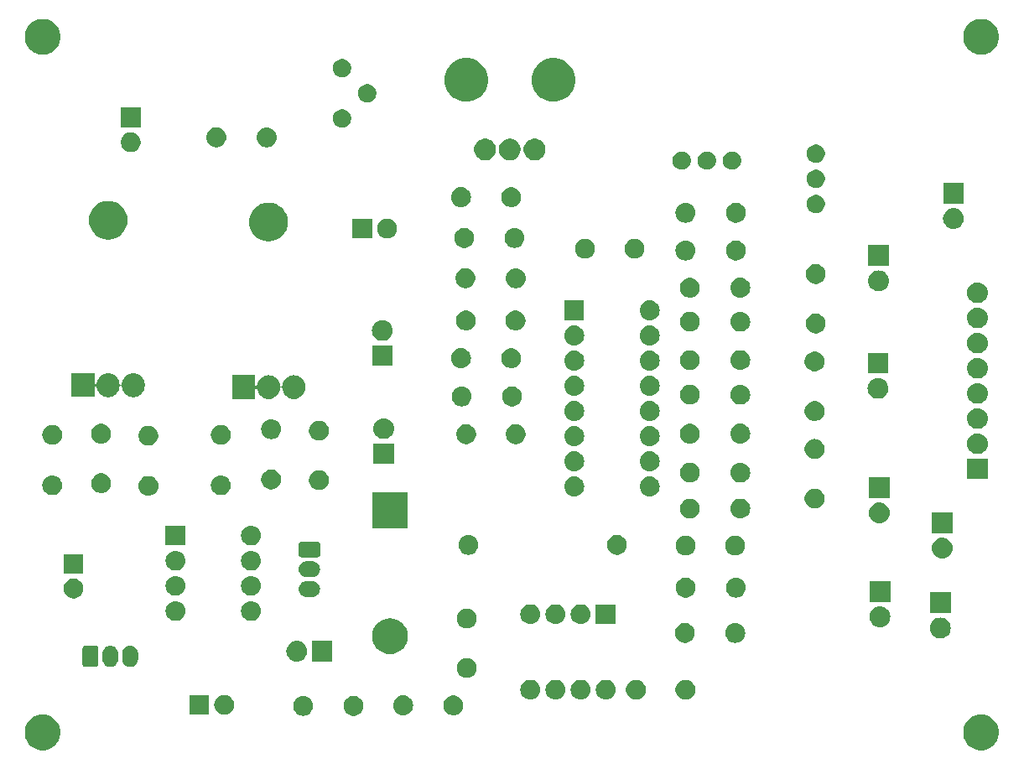
<source format=gbr>
G04 #@! TF.GenerationSoftware,KiCad,Pcbnew,(5.0.1)-rc2*
G04 #@! TF.CreationDate,2019-01-13T20:35:24-05:00*
G04 #@! TF.ProjectId,cem3340-module,63656D333334302D6D6F64756C652E6B,rev?*
G04 #@! TF.SameCoordinates,Original*
G04 #@! TF.FileFunction,Soldermask,Top*
G04 #@! TF.FilePolarity,Negative*
%FSLAX46Y46*%
G04 Gerber Fmt 4.6, Leading zero omitted, Abs format (unit mm)*
G04 Created by KiCad (PCBNEW (5.0.1)-rc2) date 1/13/2019 8:35:24 PM*
%MOMM*%
%LPD*%
G01*
G04 APERTURE LIST*
%ADD10C,0.100000*%
G04 APERTURE END LIST*
D10*
G36*
X68024489Y-134692571D02*
X68216041Y-134730673D01*
X68543620Y-134866361D01*
X68834511Y-135060728D01*
X68838436Y-135063351D01*
X69089149Y-135314064D01*
X69286140Y-135608882D01*
X69421827Y-135936460D01*
X69491000Y-136284214D01*
X69491000Y-136638786D01*
X69421827Y-136986540D01*
X69286140Y-137314118D01*
X69089149Y-137608936D01*
X68838436Y-137859649D01*
X68838433Y-137859651D01*
X68543620Y-138056639D01*
X68216041Y-138192327D01*
X68100122Y-138215385D01*
X67868286Y-138261500D01*
X67513714Y-138261500D01*
X67281878Y-138215385D01*
X67165959Y-138192327D01*
X66838380Y-138056639D01*
X66543567Y-137859651D01*
X66543564Y-137859649D01*
X66292851Y-137608936D01*
X66095860Y-137314118D01*
X65960173Y-136986540D01*
X65891000Y-136638786D01*
X65891000Y-136284214D01*
X65960173Y-135936460D01*
X66095860Y-135608882D01*
X66292851Y-135314064D01*
X66543564Y-135063351D01*
X66547489Y-135060728D01*
X66838380Y-134866361D01*
X67165959Y-134730673D01*
X67357511Y-134692571D01*
X67513714Y-134661500D01*
X67868286Y-134661500D01*
X68024489Y-134692571D01*
X68024489Y-134692571D01*
G37*
G36*
X162766489Y-134692571D02*
X162958041Y-134730673D01*
X163285620Y-134866361D01*
X163576511Y-135060728D01*
X163580436Y-135063351D01*
X163831149Y-135314064D01*
X164028140Y-135608882D01*
X164163827Y-135936460D01*
X164233000Y-136284214D01*
X164233000Y-136638786D01*
X164163827Y-136986540D01*
X164028140Y-137314118D01*
X163831149Y-137608936D01*
X163580436Y-137859649D01*
X163580433Y-137859651D01*
X163285620Y-138056639D01*
X162958041Y-138192327D01*
X162842122Y-138215385D01*
X162610286Y-138261500D01*
X162255714Y-138261500D01*
X162023878Y-138215385D01*
X161907959Y-138192327D01*
X161580380Y-138056639D01*
X161285567Y-137859651D01*
X161285564Y-137859649D01*
X161034851Y-137608936D01*
X160837860Y-137314118D01*
X160702173Y-136986540D01*
X160633000Y-136638786D01*
X160633000Y-136284214D01*
X160702173Y-135936460D01*
X160837860Y-135608882D01*
X161034851Y-135314064D01*
X161285564Y-135063351D01*
X161289489Y-135060728D01*
X161580380Y-134866361D01*
X161907959Y-134730673D01*
X162099511Y-134692571D01*
X162255714Y-134661500D01*
X162610286Y-134661500D01*
X162766489Y-134692571D01*
X162766489Y-134692571D01*
G37*
G36*
X99235770Y-132809872D02*
X99351689Y-132832929D01*
X99533678Y-132908311D01*
X99697463Y-133017749D01*
X99836751Y-133157037D01*
X99946189Y-133320822D01*
X100021571Y-133502811D01*
X100044628Y-133618730D01*
X100060000Y-133696007D01*
X100060000Y-133892993D01*
X100053229Y-133927034D01*
X100021571Y-134086189D01*
X99946189Y-134268178D01*
X99836751Y-134431963D01*
X99697463Y-134571251D01*
X99533678Y-134680689D01*
X99351689Y-134756071D01*
X99235770Y-134779128D01*
X99158493Y-134794500D01*
X98961507Y-134794500D01*
X98884230Y-134779128D01*
X98768311Y-134756071D01*
X98586322Y-134680689D01*
X98422537Y-134571251D01*
X98283249Y-134431963D01*
X98173811Y-134268178D01*
X98098429Y-134086189D01*
X98066771Y-133927034D01*
X98060000Y-133892993D01*
X98060000Y-133696007D01*
X98075372Y-133618730D01*
X98098429Y-133502811D01*
X98173811Y-133320822D01*
X98283249Y-133157037D01*
X98422537Y-133017749D01*
X98586322Y-132908311D01*
X98768311Y-132832929D01*
X98884230Y-132809872D01*
X98961507Y-132794500D01*
X99158493Y-132794500D01*
X99235770Y-132809872D01*
X99235770Y-132809872D01*
G37*
G36*
X94176030Y-132808969D02*
X94176033Y-132808970D01*
X94176034Y-132808970D01*
X94364535Y-132866151D01*
X94364537Y-132866152D01*
X94538260Y-132959009D01*
X94690528Y-133083972D01*
X94815491Y-133236240D01*
X94890093Y-133375811D01*
X94908349Y-133409965D01*
X94956594Y-133569009D01*
X94965531Y-133598470D01*
X94984838Y-133794500D01*
X94965531Y-133990530D01*
X94965530Y-133990533D01*
X94965530Y-133990534D01*
X94919833Y-134141178D01*
X94908348Y-134179037D01*
X94815491Y-134352760D01*
X94690528Y-134505028D01*
X94538260Y-134629991D01*
X94538258Y-134629992D01*
X94364535Y-134722849D01*
X94176034Y-134780030D01*
X94176033Y-134780030D01*
X94176030Y-134780031D01*
X94029124Y-134794500D01*
X93930876Y-134794500D01*
X93783970Y-134780031D01*
X93783967Y-134780030D01*
X93783966Y-134780030D01*
X93595465Y-134722849D01*
X93421742Y-134629992D01*
X93421740Y-134629991D01*
X93269472Y-134505028D01*
X93144509Y-134352760D01*
X93051652Y-134179037D01*
X93040168Y-134141178D01*
X92994470Y-133990534D01*
X92994470Y-133990533D01*
X92994469Y-133990530D01*
X92975162Y-133794500D01*
X92994469Y-133598470D01*
X93003406Y-133569009D01*
X93051651Y-133409965D01*
X93069907Y-133375811D01*
X93144509Y-133236240D01*
X93269472Y-133083972D01*
X93421740Y-132959009D01*
X93595463Y-132866152D01*
X93595465Y-132866151D01*
X93783966Y-132808970D01*
X93783967Y-132808970D01*
X93783970Y-132808969D01*
X93930876Y-132794500D01*
X94029124Y-132794500D01*
X94176030Y-132808969D01*
X94176030Y-132808969D01*
G37*
G36*
X104272530Y-132745469D02*
X104272533Y-132745470D01*
X104272534Y-132745470D01*
X104461035Y-132802651D01*
X104461037Y-132802652D01*
X104634760Y-132895509D01*
X104787028Y-133020472D01*
X104911991Y-133172740D01*
X105004848Y-133346463D01*
X105062031Y-133534970D01*
X105081338Y-133731000D01*
X105062031Y-133927030D01*
X105062030Y-133927033D01*
X105062030Y-133927034D01*
X105042768Y-133990534D01*
X105004848Y-134115537D01*
X104911991Y-134289260D01*
X104787028Y-134441528D01*
X104634760Y-134566491D01*
X104634758Y-134566492D01*
X104461035Y-134659349D01*
X104272534Y-134716530D01*
X104272533Y-134716530D01*
X104272530Y-134716531D01*
X104125624Y-134731000D01*
X104027376Y-134731000D01*
X103880470Y-134716531D01*
X103880467Y-134716530D01*
X103880466Y-134716530D01*
X103691965Y-134659349D01*
X103518242Y-134566492D01*
X103518240Y-134566491D01*
X103365972Y-134441528D01*
X103241009Y-134289260D01*
X103148152Y-134115537D01*
X103110233Y-133990534D01*
X103090970Y-133927034D01*
X103090970Y-133927033D01*
X103090969Y-133927030D01*
X103071662Y-133731000D01*
X103090969Y-133534970D01*
X103148152Y-133346463D01*
X103241009Y-133172740D01*
X103365972Y-133020472D01*
X103518240Y-132895509D01*
X103691963Y-132802652D01*
X103691965Y-132802651D01*
X103880466Y-132745470D01*
X103880467Y-132745470D01*
X103880470Y-132745469D01*
X104027376Y-132731000D01*
X104125624Y-132731000D01*
X104272530Y-132745469D01*
X104272530Y-132745469D01*
G37*
G36*
X109332270Y-132746372D02*
X109448189Y-132769429D01*
X109630178Y-132844811D01*
X109793963Y-132954249D01*
X109933251Y-133093537D01*
X110042689Y-133257322D01*
X110118071Y-133439311D01*
X110141128Y-133555230D01*
X110149730Y-133598470D01*
X110156500Y-133632509D01*
X110156500Y-133829491D01*
X110118071Y-134022689D01*
X110042689Y-134204678D01*
X109933251Y-134368463D01*
X109793963Y-134507751D01*
X109630178Y-134617189D01*
X109448189Y-134692571D01*
X109332270Y-134715628D01*
X109254993Y-134731000D01*
X109058007Y-134731000D01*
X108980730Y-134715628D01*
X108864811Y-134692571D01*
X108682822Y-134617189D01*
X108519037Y-134507751D01*
X108379749Y-134368463D01*
X108270311Y-134204678D01*
X108194929Y-134022689D01*
X108156500Y-133829491D01*
X108156500Y-133632509D01*
X108163271Y-133598470D01*
X108171872Y-133555230D01*
X108194929Y-133439311D01*
X108270311Y-133257322D01*
X108379749Y-133093537D01*
X108519037Y-132954249D01*
X108682822Y-132844811D01*
X108864811Y-132769429D01*
X108980730Y-132746372D01*
X109058007Y-132731000D01*
X109254993Y-132731000D01*
X109332270Y-132746372D01*
X109332270Y-132746372D01*
G37*
G36*
X86178270Y-132682872D02*
X86294189Y-132705929D01*
X86476178Y-132781311D01*
X86639963Y-132890749D01*
X86779251Y-133030037D01*
X86888689Y-133193822D01*
X86964071Y-133375811D01*
X86976702Y-133439311D01*
X87002500Y-133569007D01*
X87002500Y-133765993D01*
X86989869Y-133829491D01*
X86964071Y-133959189D01*
X86888689Y-134141178D01*
X86779251Y-134304963D01*
X86639963Y-134444251D01*
X86476178Y-134553689D01*
X86294189Y-134629071D01*
X86178270Y-134652128D01*
X86100993Y-134667500D01*
X85904007Y-134667500D01*
X85826730Y-134652128D01*
X85710811Y-134629071D01*
X85528822Y-134553689D01*
X85365037Y-134444251D01*
X85225749Y-134304963D01*
X85116311Y-134141178D01*
X85040929Y-133959189D01*
X85015131Y-133829491D01*
X85002500Y-133765993D01*
X85002500Y-133569007D01*
X85028298Y-133439311D01*
X85040929Y-133375811D01*
X85116311Y-133193822D01*
X85225749Y-133030037D01*
X85365037Y-132890749D01*
X85528822Y-132781311D01*
X85710811Y-132705929D01*
X85826730Y-132682872D01*
X85904007Y-132667500D01*
X86100993Y-132667500D01*
X86178270Y-132682872D01*
X86178270Y-132682872D01*
G37*
G36*
X84502500Y-134667500D02*
X82502500Y-134667500D01*
X82502500Y-132667500D01*
X84502500Y-132667500D01*
X84502500Y-134667500D01*
X84502500Y-134667500D01*
G37*
G36*
X122179530Y-131157969D02*
X122179533Y-131157970D01*
X122179534Y-131157970D01*
X122368035Y-131215151D01*
X122368037Y-131215152D01*
X122541760Y-131308009D01*
X122694028Y-131432972D01*
X122818991Y-131585240D01*
X122911848Y-131758963D01*
X122969031Y-131947470D01*
X122988338Y-132143500D01*
X122969031Y-132339530D01*
X122911848Y-132528037D01*
X122818991Y-132701760D01*
X122694028Y-132854028D01*
X122541760Y-132978991D01*
X122446911Y-133029689D01*
X122368035Y-133071849D01*
X122179534Y-133129030D01*
X122179533Y-133129030D01*
X122179530Y-133129031D01*
X122032624Y-133143500D01*
X121934376Y-133143500D01*
X121787470Y-133129031D01*
X121787467Y-133129030D01*
X121787466Y-133129030D01*
X121598965Y-133071849D01*
X121520089Y-133029689D01*
X121425240Y-132978991D01*
X121272972Y-132854028D01*
X121148009Y-132701760D01*
X121055152Y-132528037D01*
X120997969Y-132339530D01*
X120978662Y-132143500D01*
X120997969Y-131947470D01*
X121055152Y-131758963D01*
X121148009Y-131585240D01*
X121272972Y-131432972D01*
X121425240Y-131308009D01*
X121598963Y-131215152D01*
X121598965Y-131215151D01*
X121787466Y-131157970D01*
X121787467Y-131157970D01*
X121787470Y-131157969D01*
X121934376Y-131143500D01*
X122032624Y-131143500D01*
X122179530Y-131157969D01*
X122179530Y-131157969D01*
G37*
G36*
X127747270Y-131158872D02*
X127863189Y-131181929D01*
X128045178Y-131257311D01*
X128208963Y-131366749D01*
X128348251Y-131506037D01*
X128457689Y-131669822D01*
X128533071Y-131851811D01*
X128571500Y-132045009D01*
X128571500Y-132241991D01*
X128533071Y-132435189D01*
X128457689Y-132617178D01*
X128348251Y-132780963D01*
X128208963Y-132920251D01*
X128045178Y-133029689D01*
X127863189Y-133105071D01*
X127747270Y-133128128D01*
X127669993Y-133143500D01*
X127473007Y-133143500D01*
X127395730Y-133128128D01*
X127279811Y-133105071D01*
X127097822Y-133029689D01*
X126934037Y-132920251D01*
X126794749Y-132780963D01*
X126685311Y-132617178D01*
X126609929Y-132435189D01*
X126571500Y-132241991D01*
X126571500Y-132045009D01*
X126609929Y-131851811D01*
X126685311Y-131669822D01*
X126794749Y-131506037D01*
X126934037Y-131366749D01*
X127097822Y-131257311D01*
X127279811Y-131181929D01*
X127395730Y-131158872D01*
X127473007Y-131143500D01*
X127669993Y-131143500D01*
X127747270Y-131158872D01*
X127747270Y-131158872D01*
G37*
G36*
X132747270Y-131158872D02*
X132863189Y-131181929D01*
X133045178Y-131257311D01*
X133208963Y-131366749D01*
X133348251Y-131506037D01*
X133457689Y-131669822D01*
X133533071Y-131851811D01*
X133571500Y-132045009D01*
X133571500Y-132241991D01*
X133533071Y-132435189D01*
X133457689Y-132617178D01*
X133348251Y-132780963D01*
X133208963Y-132920251D01*
X133045178Y-133029689D01*
X132863189Y-133105071D01*
X132747270Y-133128128D01*
X132669993Y-133143500D01*
X132473007Y-133143500D01*
X132395730Y-133128128D01*
X132279811Y-133105071D01*
X132097822Y-133029689D01*
X131934037Y-132920251D01*
X131794749Y-132780963D01*
X131685311Y-132617178D01*
X131609929Y-132435189D01*
X131571500Y-132241991D01*
X131571500Y-132045009D01*
X131609929Y-131851811D01*
X131685311Y-131669822D01*
X131794749Y-131506037D01*
X131934037Y-131366749D01*
X132097822Y-131257311D01*
X132279811Y-131181929D01*
X132395730Y-131158872D01*
X132473007Y-131143500D01*
X132669993Y-131143500D01*
X132747270Y-131158872D01*
X132747270Y-131158872D01*
G37*
G36*
X117099530Y-131157969D02*
X117099533Y-131157970D01*
X117099534Y-131157970D01*
X117288035Y-131215151D01*
X117288037Y-131215152D01*
X117461760Y-131308009D01*
X117614028Y-131432972D01*
X117738991Y-131585240D01*
X117831848Y-131758963D01*
X117889031Y-131947470D01*
X117908338Y-132143500D01*
X117889031Y-132339530D01*
X117831848Y-132528037D01*
X117738991Y-132701760D01*
X117614028Y-132854028D01*
X117461760Y-132978991D01*
X117366911Y-133029689D01*
X117288035Y-133071849D01*
X117099534Y-133129030D01*
X117099533Y-133129030D01*
X117099530Y-133129031D01*
X116952624Y-133143500D01*
X116854376Y-133143500D01*
X116707470Y-133129031D01*
X116707467Y-133129030D01*
X116707466Y-133129030D01*
X116518965Y-133071849D01*
X116440089Y-133029689D01*
X116345240Y-132978991D01*
X116192972Y-132854028D01*
X116068009Y-132701760D01*
X115975152Y-132528037D01*
X115917969Y-132339530D01*
X115898662Y-132143500D01*
X115917969Y-131947470D01*
X115975152Y-131758963D01*
X116068009Y-131585240D01*
X116192972Y-131432972D01*
X116345240Y-131308009D01*
X116518963Y-131215152D01*
X116518965Y-131215151D01*
X116707466Y-131157970D01*
X116707467Y-131157970D01*
X116707470Y-131157969D01*
X116854376Y-131143500D01*
X116952624Y-131143500D01*
X117099530Y-131157969D01*
X117099530Y-131157969D01*
G37*
G36*
X119639530Y-131157969D02*
X119639533Y-131157970D01*
X119639534Y-131157970D01*
X119828035Y-131215151D01*
X119828037Y-131215152D01*
X120001760Y-131308009D01*
X120154028Y-131432972D01*
X120278991Y-131585240D01*
X120371848Y-131758963D01*
X120429031Y-131947470D01*
X120448338Y-132143500D01*
X120429031Y-132339530D01*
X120371848Y-132528037D01*
X120278991Y-132701760D01*
X120154028Y-132854028D01*
X120001760Y-132978991D01*
X119906911Y-133029689D01*
X119828035Y-133071849D01*
X119639534Y-133129030D01*
X119639533Y-133129030D01*
X119639530Y-133129031D01*
X119492624Y-133143500D01*
X119394376Y-133143500D01*
X119247470Y-133129031D01*
X119247467Y-133129030D01*
X119247466Y-133129030D01*
X119058965Y-133071849D01*
X118980089Y-133029689D01*
X118885240Y-132978991D01*
X118732972Y-132854028D01*
X118608009Y-132701760D01*
X118515152Y-132528037D01*
X118457969Y-132339530D01*
X118438662Y-132143500D01*
X118457969Y-131947470D01*
X118515152Y-131758963D01*
X118608009Y-131585240D01*
X118732972Y-131432972D01*
X118885240Y-131308009D01*
X119058963Y-131215152D01*
X119058965Y-131215151D01*
X119247466Y-131157970D01*
X119247467Y-131157970D01*
X119247470Y-131157969D01*
X119394376Y-131143500D01*
X119492624Y-131143500D01*
X119639530Y-131157969D01*
X119639530Y-131157969D01*
G37*
G36*
X124719530Y-131157969D02*
X124719533Y-131157970D01*
X124719534Y-131157970D01*
X124908035Y-131215151D01*
X124908037Y-131215152D01*
X125081760Y-131308009D01*
X125234028Y-131432972D01*
X125358991Y-131585240D01*
X125451848Y-131758963D01*
X125509031Y-131947470D01*
X125528338Y-132143500D01*
X125509031Y-132339530D01*
X125451848Y-132528037D01*
X125358991Y-132701760D01*
X125234028Y-132854028D01*
X125081760Y-132978991D01*
X124986911Y-133029689D01*
X124908035Y-133071849D01*
X124719534Y-133129030D01*
X124719533Y-133129030D01*
X124719530Y-133129031D01*
X124572624Y-133143500D01*
X124474376Y-133143500D01*
X124327470Y-133129031D01*
X124327467Y-133129030D01*
X124327466Y-133129030D01*
X124138965Y-133071849D01*
X124060089Y-133029689D01*
X123965240Y-132978991D01*
X123812972Y-132854028D01*
X123688009Y-132701760D01*
X123595152Y-132528037D01*
X123537969Y-132339530D01*
X123518662Y-132143500D01*
X123537969Y-131947470D01*
X123595152Y-131758963D01*
X123688009Y-131585240D01*
X123812972Y-131432972D01*
X123965240Y-131308009D01*
X124138963Y-131215152D01*
X124138965Y-131215151D01*
X124327466Y-131157970D01*
X124327467Y-131157970D01*
X124327470Y-131157969D01*
X124474376Y-131143500D01*
X124572624Y-131143500D01*
X124719530Y-131157969D01*
X124719530Y-131157969D01*
G37*
G36*
X110665770Y-128983372D02*
X110781689Y-129006429D01*
X110963678Y-129081811D01*
X111127463Y-129191249D01*
X111266751Y-129330537D01*
X111376189Y-129494322D01*
X111451571Y-129676311D01*
X111454693Y-129692009D01*
X111486717Y-129853000D01*
X111490000Y-129869509D01*
X111490000Y-130066491D01*
X111451571Y-130259689D01*
X111376189Y-130441678D01*
X111266751Y-130605463D01*
X111127463Y-130744751D01*
X110963678Y-130854189D01*
X110781689Y-130929571D01*
X110665770Y-130952628D01*
X110588493Y-130968000D01*
X110391507Y-130968000D01*
X110314230Y-130952628D01*
X110198311Y-130929571D01*
X110016322Y-130854189D01*
X109852537Y-130744751D01*
X109713249Y-130605463D01*
X109603811Y-130441678D01*
X109528429Y-130259689D01*
X109490000Y-130066491D01*
X109490000Y-129869509D01*
X109493284Y-129853000D01*
X109525307Y-129692009D01*
X109528429Y-129676311D01*
X109603811Y-129494322D01*
X109713249Y-129330537D01*
X109852537Y-129191249D01*
X110016322Y-129081811D01*
X110198311Y-129006429D01*
X110314230Y-128983372D01*
X110391507Y-128968000D01*
X110588493Y-128968000D01*
X110665770Y-128983372D01*
X110665770Y-128983372D01*
G37*
G36*
X76673826Y-127714576D02*
X76749227Y-127737449D01*
X76824628Y-127760321D01*
X76963604Y-127834606D01*
X76963606Y-127834607D01*
X76963605Y-127834607D01*
X77085422Y-127934578D01*
X77085423Y-127934580D01*
X77085425Y-127934581D01*
X77185392Y-128056392D01*
X77259679Y-128195371D01*
X77305424Y-128346174D01*
X77317000Y-128463705D01*
X77317000Y-129092295D01*
X77305424Y-129209826D01*
X77259679Y-129360629D01*
X77185392Y-129499608D01*
X77085422Y-129621422D01*
X76963608Y-129721392D01*
X76824629Y-129795679D01*
X76749228Y-129818551D01*
X76673827Y-129841424D01*
X76517000Y-129856870D01*
X76360174Y-129841424D01*
X76284773Y-129818551D01*
X76209372Y-129795679D01*
X76070393Y-129721392D01*
X75948579Y-129621422D01*
X75848608Y-129499608D01*
X75774321Y-129360629D01*
X75728576Y-129209826D01*
X75717000Y-129092295D01*
X75717000Y-128463706D01*
X75728576Y-128346175D01*
X75728577Y-128346173D01*
X75774321Y-128195373D01*
X75774321Y-128195372D01*
X75848606Y-128056396D01*
X75948576Y-127934581D01*
X75948578Y-127934578D01*
X75948580Y-127934577D01*
X75948581Y-127934575D01*
X76070392Y-127834608D01*
X76209371Y-127760321D01*
X76284772Y-127737449D01*
X76360173Y-127714576D01*
X76517000Y-127699130D01*
X76673826Y-127714576D01*
X76673826Y-127714576D01*
G37*
G36*
X74673826Y-127714576D02*
X74749227Y-127737449D01*
X74824628Y-127760321D01*
X74963604Y-127834606D01*
X74963606Y-127834607D01*
X74963605Y-127834607D01*
X75085422Y-127934578D01*
X75085423Y-127934580D01*
X75085425Y-127934581D01*
X75185392Y-128056392D01*
X75259679Y-128195371D01*
X75305424Y-128346174D01*
X75317000Y-128463705D01*
X75317000Y-129092295D01*
X75305424Y-129209826D01*
X75259679Y-129360629D01*
X75185392Y-129499608D01*
X75085422Y-129621422D01*
X74963608Y-129721392D01*
X74824629Y-129795679D01*
X74749228Y-129818551D01*
X74673827Y-129841424D01*
X74517000Y-129856870D01*
X74360174Y-129841424D01*
X74284773Y-129818551D01*
X74209372Y-129795679D01*
X74070393Y-129721392D01*
X73948579Y-129621422D01*
X73848608Y-129499608D01*
X73774321Y-129360629D01*
X73728576Y-129209826D01*
X73717000Y-129092295D01*
X73717000Y-128463706D01*
X73728576Y-128346175D01*
X73728577Y-128346173D01*
X73774321Y-128195373D01*
X73774321Y-128195372D01*
X73848606Y-128056396D01*
X73948576Y-127934581D01*
X73948578Y-127934578D01*
X73948580Y-127934577D01*
X73948581Y-127934575D01*
X74070392Y-127834608D01*
X74209371Y-127760321D01*
X74284772Y-127737449D01*
X74360173Y-127714576D01*
X74517000Y-127699130D01*
X74673826Y-127714576D01*
X74673826Y-127714576D01*
G37*
G36*
X73107269Y-127708597D02*
X73156009Y-127723382D01*
X73200931Y-127747393D01*
X73240298Y-127779702D01*
X73272607Y-127819069D01*
X73296618Y-127863991D01*
X73311403Y-127912731D01*
X73317000Y-127969557D01*
X73317000Y-129586443D01*
X73311403Y-129643269D01*
X73296618Y-129692009D01*
X73272607Y-129736931D01*
X73240298Y-129776298D01*
X73200931Y-129808607D01*
X73156009Y-129832618D01*
X73107269Y-129847403D01*
X73050443Y-129853000D01*
X71983557Y-129853000D01*
X71926731Y-129847403D01*
X71877991Y-129832618D01*
X71833069Y-129808607D01*
X71793702Y-129776298D01*
X71761393Y-129736931D01*
X71737382Y-129692009D01*
X71722597Y-129643269D01*
X71717000Y-129586443D01*
X71717000Y-127969557D01*
X71722597Y-127912731D01*
X71737382Y-127863991D01*
X71761393Y-127819069D01*
X71793702Y-127779702D01*
X71833069Y-127747393D01*
X71877991Y-127723382D01*
X71926731Y-127708597D01*
X71983557Y-127703000D01*
X73050443Y-127703000D01*
X73107269Y-127708597D01*
X73107269Y-127708597D01*
G37*
G36*
X96935000Y-129320000D02*
X94835000Y-129320000D01*
X94835000Y-127220000D01*
X96935000Y-127220000D01*
X96935000Y-129320000D01*
X96935000Y-129320000D01*
G37*
G36*
X93473707Y-127227597D02*
X93550836Y-127235193D01*
X93682787Y-127275220D01*
X93748763Y-127295233D01*
X93931172Y-127392733D01*
X94091054Y-127523946D01*
X94222267Y-127683828D01*
X94319767Y-127866237D01*
X94339780Y-127932213D01*
X94379807Y-128064164D01*
X94400080Y-128270000D01*
X94379807Y-128475836D01*
X94366423Y-128519956D01*
X94319767Y-128673763D01*
X94222267Y-128856172D01*
X94091054Y-129016054D01*
X93931172Y-129147267D01*
X93748763Y-129244767D01*
X93682787Y-129264780D01*
X93550836Y-129304807D01*
X93473707Y-129312403D01*
X93396580Y-129320000D01*
X93293420Y-129320000D01*
X93216293Y-129312403D01*
X93139164Y-129304807D01*
X93007213Y-129264780D01*
X92941237Y-129244767D01*
X92758828Y-129147267D01*
X92598946Y-129016054D01*
X92467733Y-128856172D01*
X92370233Y-128673763D01*
X92323577Y-128519956D01*
X92310193Y-128475836D01*
X92289920Y-128270000D01*
X92310193Y-128064164D01*
X92350220Y-127932213D01*
X92370233Y-127866237D01*
X92467733Y-127683828D01*
X92598946Y-127523946D01*
X92758828Y-127392733D01*
X92941237Y-127295233D01*
X93007213Y-127275220D01*
X93139164Y-127235193D01*
X93216293Y-127227597D01*
X93293420Y-127220000D01*
X93396580Y-127220000D01*
X93473707Y-127227597D01*
X93473707Y-127227597D01*
G37*
G36*
X103095858Y-124972044D02*
X103095861Y-124972045D01*
X103095862Y-124972045D01*
X103435163Y-125074971D01*
X103747865Y-125242113D01*
X103860230Y-125334329D01*
X104021951Y-125467049D01*
X104135543Y-125605463D01*
X104246887Y-125741135D01*
X104414029Y-126053837D01*
X104496062Y-126324263D01*
X104516956Y-126393142D01*
X104551709Y-126746000D01*
X104516956Y-127098858D01*
X104516955Y-127098861D01*
X104516955Y-127098862D01*
X104414029Y-127438163D01*
X104246887Y-127750865D01*
X104154046Y-127863991D01*
X104021951Y-128024951D01*
X103877809Y-128143244D01*
X103747865Y-128249887D01*
X103435163Y-128417029D01*
X103095862Y-128519955D01*
X103095861Y-128519955D01*
X103095858Y-128519956D01*
X102831427Y-128546000D01*
X102654573Y-128546000D01*
X102390142Y-128519956D01*
X102390139Y-128519955D01*
X102390138Y-128519955D01*
X102050837Y-128417029D01*
X101738135Y-128249887D01*
X101608191Y-128143244D01*
X101464049Y-128024951D01*
X101331954Y-127863991D01*
X101239113Y-127750865D01*
X101071971Y-127438163D01*
X100969045Y-127098862D01*
X100969045Y-127098861D01*
X100969044Y-127098858D01*
X100934291Y-126746000D01*
X100969044Y-126393142D01*
X100989938Y-126324263D01*
X101071971Y-126053837D01*
X101239113Y-125741135D01*
X101350457Y-125605463D01*
X101464049Y-125467049D01*
X101625770Y-125334329D01*
X101738135Y-125242113D01*
X102050837Y-125074971D01*
X102390138Y-124972045D01*
X102390139Y-124972045D01*
X102390142Y-124972044D01*
X102654573Y-124946000D01*
X102831427Y-124946000D01*
X103095858Y-124972044D01*
X103095858Y-124972044D01*
G37*
G36*
X137800530Y-125442969D02*
X137800533Y-125442970D01*
X137800534Y-125442970D01*
X137989035Y-125500151D01*
X137989037Y-125500152D01*
X138162760Y-125593009D01*
X138315028Y-125717972D01*
X138439991Y-125870240D01*
X138471704Y-125929571D01*
X138532849Y-126043965D01*
X138557835Y-126126334D01*
X138590031Y-126232470D01*
X138609338Y-126428500D01*
X138590031Y-126624530D01*
X138590030Y-126624533D01*
X138590030Y-126624534D01*
X138553184Y-126746000D01*
X138532848Y-126813037D01*
X138439991Y-126986760D01*
X138315028Y-127139028D01*
X138162760Y-127263991D01*
X138162758Y-127263992D01*
X137989035Y-127356849D01*
X137800534Y-127414030D01*
X137800533Y-127414030D01*
X137800530Y-127414031D01*
X137653624Y-127428500D01*
X137555376Y-127428500D01*
X137408470Y-127414031D01*
X137408467Y-127414030D01*
X137408466Y-127414030D01*
X137219965Y-127356849D01*
X137046242Y-127263992D01*
X137046240Y-127263991D01*
X136893972Y-127139028D01*
X136769009Y-126986760D01*
X136676152Y-126813037D01*
X136655817Y-126746000D01*
X136618970Y-126624534D01*
X136618970Y-126624533D01*
X136618969Y-126624530D01*
X136599662Y-126428500D01*
X136618969Y-126232470D01*
X136651165Y-126126334D01*
X136676151Y-126043965D01*
X136737296Y-125929571D01*
X136769009Y-125870240D01*
X136893972Y-125717972D01*
X137046240Y-125593009D01*
X137219963Y-125500152D01*
X137219965Y-125500151D01*
X137408466Y-125442970D01*
X137408467Y-125442970D01*
X137408470Y-125442969D01*
X137555376Y-125428500D01*
X137653624Y-125428500D01*
X137800530Y-125442969D01*
X137800530Y-125442969D01*
G37*
G36*
X132700270Y-125443872D02*
X132816189Y-125466929D01*
X132998178Y-125542311D01*
X133161963Y-125651749D01*
X133301251Y-125791037D01*
X133410689Y-125954822D01*
X133486071Y-126136811D01*
X133524500Y-126330009D01*
X133524500Y-126526991D01*
X133486071Y-126720189D01*
X133410689Y-126902178D01*
X133301251Y-127065963D01*
X133161963Y-127205251D01*
X132998178Y-127314689D01*
X132816189Y-127390071D01*
X132700270Y-127413128D01*
X132622993Y-127428500D01*
X132426007Y-127428500D01*
X132348730Y-127413128D01*
X132232811Y-127390071D01*
X132050822Y-127314689D01*
X131887037Y-127205251D01*
X131747749Y-127065963D01*
X131638311Y-126902178D01*
X131562929Y-126720189D01*
X131524500Y-126526991D01*
X131524500Y-126330009D01*
X131562929Y-126136811D01*
X131638311Y-125954822D01*
X131747749Y-125791037D01*
X131887037Y-125651749D01*
X132050822Y-125542311D01*
X132232811Y-125466929D01*
X132348730Y-125443872D01*
X132426007Y-125428500D01*
X132622993Y-125428500D01*
X132700270Y-125443872D01*
X132700270Y-125443872D01*
G37*
G36*
X158434207Y-124878096D02*
X158511336Y-124885693D01*
X158643287Y-124925720D01*
X158709263Y-124945733D01*
X158891672Y-125043233D01*
X159051554Y-125174446D01*
X159182767Y-125334328D01*
X159280267Y-125516737D01*
X159300280Y-125582713D01*
X159340307Y-125714664D01*
X159360580Y-125920500D01*
X159340307Y-126126336D01*
X159308113Y-126232466D01*
X159280267Y-126324263D01*
X159182767Y-126506672D01*
X159051554Y-126666554D01*
X158891672Y-126797767D01*
X158709263Y-126895267D01*
X158643287Y-126915280D01*
X158511336Y-126955307D01*
X158434207Y-126962904D01*
X158357080Y-126970500D01*
X158253920Y-126970500D01*
X158176793Y-126962904D01*
X158099664Y-126955307D01*
X157967713Y-126915280D01*
X157901737Y-126895267D01*
X157719328Y-126797767D01*
X157559446Y-126666554D01*
X157428233Y-126506672D01*
X157330733Y-126324263D01*
X157302887Y-126232466D01*
X157270693Y-126126336D01*
X157250420Y-125920500D01*
X157270693Y-125714664D01*
X157310720Y-125582713D01*
X157330733Y-125516737D01*
X157428233Y-125334328D01*
X157559446Y-125174446D01*
X157719328Y-125043233D01*
X157901737Y-124945733D01*
X157967713Y-124925720D01*
X158099664Y-124885693D01*
X158176793Y-124878096D01*
X158253920Y-124870500D01*
X158357080Y-124870500D01*
X158434207Y-124878096D01*
X158434207Y-124878096D01*
G37*
G36*
X110665770Y-123983372D02*
X110781689Y-124006429D01*
X110963678Y-124081811D01*
X111127463Y-124191249D01*
X111266751Y-124330537D01*
X111376189Y-124494322D01*
X111451571Y-124676311D01*
X111469065Y-124764260D01*
X111490000Y-124869507D01*
X111490000Y-125066493D01*
X111486963Y-125081760D01*
X111451571Y-125259689D01*
X111376189Y-125441678D01*
X111266751Y-125605463D01*
X111127463Y-125744751D01*
X110963678Y-125854189D01*
X110781689Y-125929571D01*
X110665770Y-125952628D01*
X110588493Y-125968000D01*
X110391507Y-125968000D01*
X110314230Y-125952628D01*
X110198311Y-125929571D01*
X110016322Y-125854189D01*
X109852537Y-125744751D01*
X109713249Y-125605463D01*
X109603811Y-125441678D01*
X109528429Y-125259689D01*
X109493037Y-125081760D01*
X109490000Y-125066493D01*
X109490000Y-124869507D01*
X109510935Y-124764260D01*
X109528429Y-124676311D01*
X109603811Y-124494322D01*
X109713249Y-124330537D01*
X109852537Y-124191249D01*
X110016322Y-124081811D01*
X110198311Y-124006429D01*
X110314230Y-123983372D01*
X110391507Y-123968000D01*
X110588493Y-123968000D01*
X110665770Y-123983372D01*
X110665770Y-123983372D01*
G37*
G36*
X152338207Y-123735097D02*
X152415336Y-123742693D01*
X152547287Y-123782720D01*
X152613263Y-123802733D01*
X152795672Y-123900233D01*
X152955554Y-124031446D01*
X153086767Y-124191328D01*
X153184267Y-124373737D01*
X153201486Y-124430500D01*
X153244307Y-124571664D01*
X153264580Y-124777500D01*
X153244307Y-124983336D01*
X153204280Y-125115287D01*
X153184267Y-125181263D01*
X153086767Y-125363672D01*
X152955554Y-125523554D01*
X152795672Y-125654767D01*
X152613263Y-125752267D01*
X152547287Y-125772280D01*
X152415336Y-125812307D01*
X152338207Y-125819904D01*
X152261080Y-125827500D01*
X152157920Y-125827500D01*
X152080793Y-125819904D01*
X152003664Y-125812307D01*
X151871713Y-125772280D01*
X151805737Y-125752267D01*
X151623328Y-125654767D01*
X151463446Y-125523554D01*
X151332233Y-125363672D01*
X151234733Y-125181263D01*
X151214720Y-125115287D01*
X151174693Y-124983336D01*
X151154420Y-124777500D01*
X151174693Y-124571664D01*
X151217514Y-124430500D01*
X151234733Y-124373737D01*
X151332233Y-124191328D01*
X151463446Y-124031446D01*
X151623328Y-123900233D01*
X151805737Y-123802733D01*
X151871713Y-123782720D01*
X152003664Y-123742693D01*
X152080793Y-123735097D01*
X152157920Y-123727500D01*
X152261080Y-123727500D01*
X152338207Y-123735097D01*
X152338207Y-123735097D01*
G37*
G36*
X119639530Y-123537969D02*
X119639533Y-123537970D01*
X119639534Y-123537970D01*
X119828035Y-123595151D01*
X119828037Y-123595152D01*
X120001760Y-123688009D01*
X120154028Y-123812972D01*
X120278991Y-123965240D01*
X120278992Y-123965242D01*
X120371849Y-124138965D01*
X120429030Y-124327466D01*
X120429031Y-124327470D01*
X120448338Y-124523500D01*
X120429031Y-124719530D01*
X120429030Y-124719533D01*
X120429030Y-124719534D01*
X120383536Y-124869509D01*
X120371848Y-124908037D01*
X120278991Y-125081760D01*
X120154028Y-125234028D01*
X120001760Y-125358991D01*
X119828037Y-125451848D01*
X119828035Y-125451849D01*
X119639534Y-125509030D01*
X119639533Y-125509030D01*
X119639530Y-125509031D01*
X119492624Y-125523500D01*
X119394376Y-125523500D01*
X119247470Y-125509031D01*
X119247467Y-125509030D01*
X119247466Y-125509030D01*
X119058965Y-125451849D01*
X119058963Y-125451848D01*
X118885240Y-125358991D01*
X118732972Y-125234028D01*
X118608009Y-125081760D01*
X118515152Y-124908037D01*
X118503465Y-124869509D01*
X118457970Y-124719534D01*
X118457970Y-124719533D01*
X118457969Y-124719530D01*
X118438662Y-124523500D01*
X118457969Y-124327470D01*
X118457970Y-124327466D01*
X118515151Y-124138965D01*
X118608008Y-123965242D01*
X118608009Y-123965240D01*
X118732972Y-123812972D01*
X118885240Y-123688009D01*
X119058963Y-123595152D01*
X119058965Y-123595151D01*
X119247466Y-123537970D01*
X119247467Y-123537970D01*
X119247470Y-123537969D01*
X119394376Y-123523500D01*
X119492624Y-123523500D01*
X119639530Y-123537969D01*
X119639530Y-123537969D01*
G37*
G36*
X122179530Y-123537969D02*
X122179533Y-123537970D01*
X122179534Y-123537970D01*
X122368035Y-123595151D01*
X122368037Y-123595152D01*
X122541760Y-123688009D01*
X122694028Y-123812972D01*
X122818991Y-123965240D01*
X122818992Y-123965242D01*
X122911849Y-124138965D01*
X122969030Y-124327466D01*
X122969031Y-124327470D01*
X122988338Y-124523500D01*
X122969031Y-124719530D01*
X122969030Y-124719533D01*
X122969030Y-124719534D01*
X122923536Y-124869509D01*
X122911848Y-124908037D01*
X122818991Y-125081760D01*
X122694028Y-125234028D01*
X122541760Y-125358991D01*
X122368037Y-125451848D01*
X122368035Y-125451849D01*
X122179534Y-125509030D01*
X122179533Y-125509030D01*
X122179530Y-125509031D01*
X122032624Y-125523500D01*
X121934376Y-125523500D01*
X121787470Y-125509031D01*
X121787467Y-125509030D01*
X121787466Y-125509030D01*
X121598965Y-125451849D01*
X121598963Y-125451848D01*
X121425240Y-125358991D01*
X121272972Y-125234028D01*
X121148009Y-125081760D01*
X121055152Y-124908037D01*
X121043465Y-124869509D01*
X120997970Y-124719534D01*
X120997970Y-124719533D01*
X120997969Y-124719530D01*
X120978662Y-124523500D01*
X120997969Y-124327470D01*
X120997970Y-124327466D01*
X121055151Y-124138965D01*
X121148008Y-123965242D01*
X121148009Y-123965240D01*
X121272972Y-123812972D01*
X121425240Y-123688009D01*
X121598963Y-123595152D01*
X121598965Y-123595151D01*
X121787466Y-123537970D01*
X121787467Y-123537970D01*
X121787470Y-123537969D01*
X121934376Y-123523500D01*
X122032624Y-123523500D01*
X122179530Y-123537969D01*
X122179530Y-123537969D01*
G37*
G36*
X125523500Y-125523500D02*
X123523500Y-125523500D01*
X123523500Y-123523500D01*
X125523500Y-123523500D01*
X125523500Y-125523500D01*
X125523500Y-125523500D01*
G37*
G36*
X117099530Y-123537969D02*
X117099533Y-123537970D01*
X117099534Y-123537970D01*
X117288035Y-123595151D01*
X117288037Y-123595152D01*
X117461760Y-123688009D01*
X117614028Y-123812972D01*
X117738991Y-123965240D01*
X117738992Y-123965242D01*
X117831849Y-124138965D01*
X117889030Y-124327466D01*
X117889031Y-124327470D01*
X117908338Y-124523500D01*
X117889031Y-124719530D01*
X117889030Y-124719533D01*
X117889030Y-124719534D01*
X117843536Y-124869509D01*
X117831848Y-124908037D01*
X117738991Y-125081760D01*
X117614028Y-125234028D01*
X117461760Y-125358991D01*
X117288037Y-125451848D01*
X117288035Y-125451849D01*
X117099534Y-125509030D01*
X117099533Y-125509030D01*
X117099530Y-125509031D01*
X116952624Y-125523500D01*
X116854376Y-125523500D01*
X116707470Y-125509031D01*
X116707467Y-125509030D01*
X116707466Y-125509030D01*
X116518965Y-125451849D01*
X116518963Y-125451848D01*
X116345240Y-125358991D01*
X116192972Y-125234028D01*
X116068009Y-125081760D01*
X115975152Y-124908037D01*
X115963465Y-124869509D01*
X115917970Y-124719534D01*
X115917970Y-124719533D01*
X115917969Y-124719530D01*
X115898662Y-124523500D01*
X115917969Y-124327470D01*
X115917970Y-124327466D01*
X115975151Y-124138965D01*
X116068008Y-123965242D01*
X116068009Y-123965240D01*
X116192972Y-123812972D01*
X116345240Y-123688009D01*
X116518963Y-123595152D01*
X116518965Y-123595151D01*
X116707466Y-123537970D01*
X116707467Y-123537970D01*
X116707470Y-123537969D01*
X116854376Y-123523500D01*
X116952624Y-123523500D01*
X117099530Y-123537969D01*
X117099530Y-123537969D01*
G37*
G36*
X88905530Y-123220469D02*
X88905533Y-123220470D01*
X88905534Y-123220470D01*
X89094035Y-123277651D01*
X89094037Y-123277652D01*
X89267760Y-123370509D01*
X89420028Y-123495472D01*
X89544991Y-123647740D01*
X89627837Y-123802733D01*
X89637849Y-123821465D01*
X89681463Y-123965242D01*
X89695031Y-124009970D01*
X89714338Y-124206000D01*
X89695031Y-124402030D01*
X89695030Y-124402033D01*
X89695030Y-124402034D01*
X89643573Y-124571666D01*
X89637848Y-124590537D01*
X89544991Y-124764260D01*
X89420028Y-124916528D01*
X89267760Y-125041491D01*
X89192426Y-125081758D01*
X89094035Y-125134349D01*
X88905534Y-125191530D01*
X88905533Y-125191530D01*
X88905530Y-125191531D01*
X88758624Y-125206000D01*
X88660376Y-125206000D01*
X88513470Y-125191531D01*
X88513467Y-125191530D01*
X88513466Y-125191530D01*
X88324965Y-125134349D01*
X88226574Y-125081758D01*
X88151240Y-125041491D01*
X87998972Y-124916528D01*
X87874009Y-124764260D01*
X87781152Y-124590537D01*
X87775428Y-124571666D01*
X87723970Y-124402034D01*
X87723970Y-124402033D01*
X87723969Y-124402030D01*
X87704662Y-124206000D01*
X87723969Y-124009970D01*
X87737537Y-123965242D01*
X87781151Y-123821465D01*
X87791163Y-123802733D01*
X87874009Y-123647740D01*
X87998972Y-123495472D01*
X88151240Y-123370509D01*
X88324963Y-123277652D01*
X88324965Y-123277651D01*
X88513466Y-123220470D01*
X88513467Y-123220470D01*
X88513470Y-123220469D01*
X88660376Y-123206000D01*
X88758624Y-123206000D01*
X88905530Y-123220469D01*
X88905530Y-123220469D01*
G37*
G36*
X81285530Y-123220469D02*
X81285533Y-123220470D01*
X81285534Y-123220470D01*
X81474035Y-123277651D01*
X81474037Y-123277652D01*
X81647760Y-123370509D01*
X81800028Y-123495472D01*
X81924991Y-123647740D01*
X82007837Y-123802733D01*
X82017849Y-123821465D01*
X82061463Y-123965242D01*
X82075031Y-124009970D01*
X82094338Y-124206000D01*
X82075031Y-124402030D01*
X82075030Y-124402033D01*
X82075030Y-124402034D01*
X82023573Y-124571666D01*
X82017848Y-124590537D01*
X81924991Y-124764260D01*
X81800028Y-124916528D01*
X81647760Y-125041491D01*
X81572426Y-125081758D01*
X81474035Y-125134349D01*
X81285534Y-125191530D01*
X81285533Y-125191530D01*
X81285530Y-125191531D01*
X81138624Y-125206000D01*
X81040376Y-125206000D01*
X80893470Y-125191531D01*
X80893467Y-125191530D01*
X80893466Y-125191530D01*
X80704965Y-125134349D01*
X80606574Y-125081758D01*
X80531240Y-125041491D01*
X80378972Y-124916528D01*
X80254009Y-124764260D01*
X80161152Y-124590537D01*
X80155428Y-124571666D01*
X80103970Y-124402034D01*
X80103970Y-124402033D01*
X80103969Y-124402030D01*
X80084662Y-124206000D01*
X80103969Y-124009970D01*
X80117537Y-123965242D01*
X80161151Y-123821465D01*
X80171163Y-123802733D01*
X80254009Y-123647740D01*
X80378972Y-123495472D01*
X80531240Y-123370509D01*
X80704963Y-123277652D01*
X80704965Y-123277651D01*
X80893466Y-123220470D01*
X80893467Y-123220470D01*
X80893470Y-123220469D01*
X81040376Y-123206000D01*
X81138624Y-123206000D01*
X81285530Y-123220469D01*
X81285530Y-123220469D01*
G37*
G36*
X159355500Y-124430500D02*
X157255500Y-124430500D01*
X157255500Y-122330500D01*
X159355500Y-122330500D01*
X159355500Y-124430500D01*
X159355500Y-124430500D01*
G37*
G36*
X153259500Y-123287500D02*
X151159500Y-123287500D01*
X151159500Y-121187500D01*
X153259500Y-121187500D01*
X153259500Y-123287500D01*
X153259500Y-123287500D01*
G37*
G36*
X70961179Y-120955472D02*
X71094189Y-120981929D01*
X71276178Y-121057311D01*
X71439963Y-121166749D01*
X71579251Y-121306037D01*
X71688689Y-121469822D01*
X71764071Y-121651811D01*
X71785194Y-121758007D01*
X71798754Y-121826173D01*
X71802500Y-121845009D01*
X71802500Y-122041991D01*
X71764071Y-122235189D01*
X71688689Y-122417178D01*
X71579251Y-122580963D01*
X71439963Y-122720251D01*
X71276178Y-122829689D01*
X71094189Y-122905071D01*
X70978270Y-122928128D01*
X70900993Y-122943500D01*
X70704007Y-122943500D01*
X70626730Y-122928128D01*
X70510811Y-122905071D01*
X70328822Y-122829689D01*
X70165037Y-122720251D01*
X70025749Y-122580963D01*
X69916311Y-122417178D01*
X69840929Y-122235189D01*
X69802500Y-122041991D01*
X69802500Y-121845009D01*
X69806247Y-121826173D01*
X69819806Y-121758007D01*
X69840929Y-121651811D01*
X69916311Y-121469822D01*
X70025749Y-121306037D01*
X70165037Y-121166749D01*
X70328822Y-121057311D01*
X70510811Y-120981929D01*
X70643821Y-120955472D01*
X70704007Y-120943500D01*
X70900993Y-120943500D01*
X70961179Y-120955472D01*
X70961179Y-120955472D01*
G37*
G36*
X132763770Y-120871872D02*
X132879689Y-120894929D01*
X133061678Y-120970311D01*
X133225463Y-121079749D01*
X133364751Y-121219037D01*
X133474189Y-121382822D01*
X133549571Y-121564811D01*
X133588000Y-121758009D01*
X133588000Y-121954991D01*
X133549571Y-122148189D01*
X133474189Y-122330178D01*
X133364751Y-122493963D01*
X133225463Y-122633251D01*
X133061678Y-122742689D01*
X132879689Y-122818071D01*
X132763770Y-122841128D01*
X132686493Y-122856500D01*
X132489507Y-122856500D01*
X132412230Y-122841128D01*
X132296311Y-122818071D01*
X132114322Y-122742689D01*
X131950537Y-122633251D01*
X131811249Y-122493963D01*
X131701811Y-122330178D01*
X131626429Y-122148189D01*
X131588000Y-121954991D01*
X131588000Y-121758009D01*
X131626429Y-121564811D01*
X131701811Y-121382822D01*
X131811249Y-121219037D01*
X131950537Y-121079749D01*
X132114322Y-120970311D01*
X132296311Y-120894929D01*
X132412230Y-120871872D01*
X132489507Y-120856500D01*
X132686493Y-120856500D01*
X132763770Y-120871872D01*
X132763770Y-120871872D01*
G37*
G36*
X137864030Y-120870969D02*
X137864033Y-120870970D01*
X137864034Y-120870970D01*
X138052535Y-120928151D01*
X138052537Y-120928152D01*
X138226260Y-121021009D01*
X138378528Y-121145972D01*
X138503491Y-121298240D01*
X138503492Y-121298242D01*
X138596349Y-121471965D01*
X138650905Y-121651814D01*
X138653531Y-121660470D01*
X138672838Y-121856500D01*
X138653531Y-122052530D01*
X138653530Y-122052533D01*
X138653530Y-122052534D01*
X138601438Y-122224260D01*
X138596348Y-122241037D01*
X138503491Y-122414760D01*
X138378528Y-122567028D01*
X138226260Y-122691991D01*
X138055994Y-122783000D01*
X138052535Y-122784849D01*
X137864034Y-122842030D01*
X137864033Y-122842030D01*
X137864030Y-122842031D01*
X137717124Y-122856500D01*
X137618876Y-122856500D01*
X137471970Y-122842031D01*
X137471967Y-122842030D01*
X137471966Y-122842030D01*
X137283465Y-122784849D01*
X137280006Y-122783000D01*
X137109740Y-122691991D01*
X136957472Y-122567028D01*
X136832509Y-122414760D01*
X136739652Y-122241037D01*
X136734563Y-122224260D01*
X136682470Y-122052534D01*
X136682470Y-122052533D01*
X136682469Y-122052530D01*
X136663162Y-121856500D01*
X136682469Y-121660470D01*
X136685095Y-121651814D01*
X136739651Y-121471965D01*
X136832508Y-121298242D01*
X136832509Y-121298240D01*
X136957472Y-121145972D01*
X137109740Y-121021009D01*
X137283463Y-120928152D01*
X137283465Y-120928151D01*
X137471966Y-120870970D01*
X137471967Y-120870970D01*
X137471970Y-120870969D01*
X137618876Y-120856500D01*
X137717124Y-120856500D01*
X137864030Y-120870969D01*
X137864030Y-120870969D01*
G37*
G36*
X94974983Y-121187500D02*
X95046827Y-121194576D01*
X95122227Y-121217448D01*
X95197629Y-121240321D01*
X95336608Y-121314608D01*
X95458422Y-121414578D01*
X95558392Y-121536392D01*
X95632679Y-121675371D01*
X95678424Y-121826174D01*
X95693870Y-121983000D01*
X95678424Y-122139826D01*
X95632679Y-122290629D01*
X95558392Y-122429608D01*
X95458422Y-122551422D01*
X95336608Y-122651392D01*
X95197629Y-122725679D01*
X95141554Y-122742689D01*
X95046827Y-122771424D01*
X95007649Y-122775283D01*
X94929295Y-122783000D01*
X94300705Y-122783000D01*
X94222351Y-122775283D01*
X94183173Y-122771424D01*
X94088446Y-122742689D01*
X94032371Y-122725679D01*
X93893392Y-122651392D01*
X93771578Y-122551422D01*
X93671608Y-122429608D01*
X93597321Y-122290629D01*
X93551576Y-122139826D01*
X93536130Y-121983000D01*
X93551576Y-121826174D01*
X93597321Y-121675371D01*
X93671608Y-121536392D01*
X93771578Y-121414578D01*
X93893392Y-121314608D01*
X94032371Y-121240321D01*
X94107773Y-121217448D01*
X94183173Y-121194576D01*
X94255017Y-121187500D01*
X94300705Y-121183000D01*
X94929295Y-121183000D01*
X94974983Y-121187500D01*
X94974983Y-121187500D01*
G37*
G36*
X81285530Y-120680469D02*
X81285533Y-120680470D01*
X81285534Y-120680470D01*
X81474035Y-120737651D01*
X81474037Y-120737652D01*
X81647760Y-120830509D01*
X81800028Y-120955472D01*
X81924991Y-121107740D01*
X81995857Y-121240321D01*
X82017849Y-121281465D01*
X82048595Y-121382822D01*
X82075031Y-121469970D01*
X82094338Y-121666000D01*
X82075031Y-121862030D01*
X82075030Y-121862033D01*
X82075030Y-121862034D01*
X82020441Y-122041991D01*
X82017848Y-122050537D01*
X81924991Y-122224260D01*
X81800028Y-122376528D01*
X81647760Y-122501491D01*
X81499073Y-122580966D01*
X81474035Y-122594349D01*
X81285534Y-122651530D01*
X81285533Y-122651530D01*
X81285530Y-122651531D01*
X81138624Y-122666000D01*
X81040376Y-122666000D01*
X80893470Y-122651531D01*
X80893467Y-122651530D01*
X80893466Y-122651530D01*
X80704965Y-122594349D01*
X80679927Y-122580966D01*
X80531240Y-122501491D01*
X80378972Y-122376528D01*
X80254009Y-122224260D01*
X80161152Y-122050537D01*
X80158560Y-122041991D01*
X80103970Y-121862034D01*
X80103970Y-121862033D01*
X80103969Y-121862030D01*
X80084662Y-121666000D01*
X80103969Y-121469970D01*
X80130405Y-121382822D01*
X80161151Y-121281465D01*
X80183143Y-121240321D01*
X80254009Y-121107740D01*
X80378972Y-120955472D01*
X80531240Y-120830509D01*
X80704963Y-120737652D01*
X80704965Y-120737651D01*
X80893466Y-120680470D01*
X80893467Y-120680470D01*
X80893470Y-120680469D01*
X81040376Y-120666000D01*
X81138624Y-120666000D01*
X81285530Y-120680469D01*
X81285530Y-120680469D01*
G37*
G36*
X88905530Y-120680469D02*
X88905533Y-120680470D01*
X88905534Y-120680470D01*
X89094035Y-120737651D01*
X89094037Y-120737652D01*
X89267760Y-120830509D01*
X89420028Y-120955472D01*
X89544991Y-121107740D01*
X89615857Y-121240321D01*
X89637849Y-121281465D01*
X89668595Y-121382822D01*
X89695031Y-121469970D01*
X89714338Y-121666000D01*
X89695031Y-121862030D01*
X89695030Y-121862033D01*
X89695030Y-121862034D01*
X89640441Y-122041991D01*
X89637848Y-122050537D01*
X89544991Y-122224260D01*
X89420028Y-122376528D01*
X89267760Y-122501491D01*
X89119073Y-122580966D01*
X89094035Y-122594349D01*
X88905534Y-122651530D01*
X88905533Y-122651530D01*
X88905530Y-122651531D01*
X88758624Y-122666000D01*
X88660376Y-122666000D01*
X88513470Y-122651531D01*
X88513467Y-122651530D01*
X88513466Y-122651530D01*
X88324965Y-122594349D01*
X88299927Y-122580966D01*
X88151240Y-122501491D01*
X87998972Y-122376528D01*
X87874009Y-122224260D01*
X87781152Y-122050537D01*
X87778560Y-122041991D01*
X87723970Y-121862034D01*
X87723970Y-121862033D01*
X87723969Y-121862030D01*
X87704662Y-121666000D01*
X87723969Y-121469970D01*
X87750405Y-121382822D01*
X87781151Y-121281465D01*
X87803143Y-121240321D01*
X87874009Y-121107740D01*
X87998972Y-120955472D01*
X88151240Y-120830509D01*
X88324963Y-120737652D01*
X88324965Y-120737651D01*
X88513466Y-120680470D01*
X88513467Y-120680470D01*
X88513470Y-120680469D01*
X88660376Y-120666000D01*
X88758624Y-120666000D01*
X88905530Y-120680469D01*
X88905530Y-120680469D01*
G37*
G36*
X95007649Y-119190717D02*
X95046827Y-119194576D01*
X95122227Y-119217448D01*
X95197629Y-119240321D01*
X95336608Y-119314608D01*
X95458422Y-119414578D01*
X95558392Y-119536392D01*
X95632679Y-119675371D01*
X95678424Y-119826174D01*
X95693870Y-119983000D01*
X95678424Y-120139826D01*
X95632679Y-120290629D01*
X95558392Y-120429608D01*
X95458422Y-120551422D01*
X95336608Y-120651392D01*
X95197629Y-120725679D01*
X95122227Y-120748552D01*
X95046827Y-120771424D01*
X95007649Y-120775283D01*
X94929295Y-120783000D01*
X94300705Y-120783000D01*
X94222351Y-120775283D01*
X94183173Y-120771424D01*
X94107773Y-120748552D01*
X94032371Y-120725679D01*
X93893392Y-120651392D01*
X93771578Y-120551422D01*
X93671608Y-120429608D01*
X93597321Y-120290629D01*
X93551576Y-120139826D01*
X93536130Y-119983000D01*
X93551576Y-119826174D01*
X93597321Y-119675371D01*
X93671608Y-119536392D01*
X93771578Y-119414578D01*
X93893392Y-119314608D01*
X94032371Y-119240321D01*
X94107773Y-119217448D01*
X94183173Y-119194576D01*
X94222351Y-119190717D01*
X94300705Y-119183000D01*
X94929295Y-119183000D01*
X95007649Y-119190717D01*
X95007649Y-119190717D01*
G37*
G36*
X71802500Y-120443500D02*
X69802500Y-120443500D01*
X69802500Y-118443500D01*
X71802500Y-118443500D01*
X71802500Y-120443500D01*
X71802500Y-120443500D01*
G37*
G36*
X88905530Y-118140469D02*
X88905533Y-118140470D01*
X88905534Y-118140470D01*
X89094035Y-118197651D01*
X89094037Y-118197652D01*
X89267760Y-118290509D01*
X89420028Y-118415472D01*
X89544991Y-118567740D01*
X89544992Y-118567742D01*
X89637849Y-118741465D01*
X89650448Y-118783000D01*
X89695031Y-118929970D01*
X89714338Y-119126000D01*
X89695031Y-119322030D01*
X89637848Y-119510537D01*
X89544991Y-119684260D01*
X89420028Y-119836528D01*
X89267760Y-119961491D01*
X89094037Y-120054348D01*
X89094035Y-120054349D01*
X88905534Y-120111530D01*
X88905533Y-120111530D01*
X88905530Y-120111531D01*
X88758624Y-120126000D01*
X88660376Y-120126000D01*
X88513470Y-120111531D01*
X88513467Y-120111530D01*
X88513466Y-120111530D01*
X88324965Y-120054349D01*
X88324963Y-120054348D01*
X88151240Y-119961491D01*
X87998972Y-119836528D01*
X87874009Y-119684260D01*
X87781152Y-119510537D01*
X87723969Y-119322030D01*
X87704662Y-119126000D01*
X87723969Y-118929970D01*
X87768552Y-118783000D01*
X87781151Y-118741465D01*
X87874008Y-118567742D01*
X87874009Y-118567740D01*
X87998972Y-118415472D01*
X88151240Y-118290509D01*
X88324963Y-118197652D01*
X88324965Y-118197651D01*
X88513466Y-118140470D01*
X88513467Y-118140470D01*
X88513470Y-118140469D01*
X88660376Y-118126000D01*
X88758624Y-118126000D01*
X88905530Y-118140469D01*
X88905530Y-118140469D01*
G37*
G36*
X81285530Y-118140469D02*
X81285533Y-118140470D01*
X81285534Y-118140470D01*
X81474035Y-118197651D01*
X81474037Y-118197652D01*
X81647760Y-118290509D01*
X81800028Y-118415472D01*
X81924991Y-118567740D01*
X81924992Y-118567742D01*
X82017849Y-118741465D01*
X82030448Y-118783000D01*
X82075031Y-118929970D01*
X82094338Y-119126000D01*
X82075031Y-119322030D01*
X82017848Y-119510537D01*
X81924991Y-119684260D01*
X81800028Y-119836528D01*
X81647760Y-119961491D01*
X81474037Y-120054348D01*
X81474035Y-120054349D01*
X81285534Y-120111530D01*
X81285533Y-120111530D01*
X81285530Y-120111531D01*
X81138624Y-120126000D01*
X81040376Y-120126000D01*
X80893470Y-120111531D01*
X80893467Y-120111530D01*
X80893466Y-120111530D01*
X80704965Y-120054349D01*
X80704963Y-120054348D01*
X80531240Y-119961491D01*
X80378972Y-119836528D01*
X80254009Y-119684260D01*
X80161152Y-119510537D01*
X80103969Y-119322030D01*
X80084662Y-119126000D01*
X80103969Y-118929970D01*
X80148552Y-118783000D01*
X80161151Y-118741465D01*
X80254008Y-118567742D01*
X80254009Y-118567740D01*
X80378972Y-118415472D01*
X80531240Y-118290509D01*
X80704963Y-118197652D01*
X80704965Y-118197651D01*
X80893466Y-118140470D01*
X80893467Y-118140470D01*
X80893470Y-118140469D01*
X81040376Y-118126000D01*
X81138624Y-118126000D01*
X81285530Y-118140469D01*
X81285530Y-118140469D01*
G37*
G36*
X158624707Y-116813597D02*
X158701836Y-116821193D01*
X158833787Y-116861220D01*
X158899763Y-116881233D01*
X159082172Y-116978733D01*
X159242054Y-117109946D01*
X159373267Y-117269828D01*
X159470767Y-117452237D01*
X159470767Y-117452238D01*
X159530807Y-117650164D01*
X159551080Y-117856000D01*
X159530807Y-118061836D01*
X159496187Y-118175963D01*
X159470767Y-118259763D01*
X159373267Y-118442172D01*
X159242054Y-118602054D01*
X159082172Y-118733267D01*
X158899763Y-118830767D01*
X158833787Y-118850780D01*
X158701836Y-118890807D01*
X158624707Y-118898403D01*
X158547580Y-118906000D01*
X158444420Y-118906000D01*
X158367293Y-118898403D01*
X158290164Y-118890807D01*
X158158213Y-118850780D01*
X158092237Y-118830767D01*
X157909828Y-118733267D01*
X157749946Y-118602054D01*
X157618733Y-118442172D01*
X157521233Y-118259763D01*
X157495813Y-118175963D01*
X157461193Y-118061836D01*
X157440920Y-117856000D01*
X157461193Y-117650164D01*
X157521233Y-117452238D01*
X157521233Y-117452237D01*
X157618733Y-117269828D01*
X157749946Y-117109946D01*
X157909828Y-116978733D01*
X158092237Y-116881233D01*
X158158213Y-116861220D01*
X158290164Y-116821193D01*
X158367293Y-116813597D01*
X158444420Y-116806000D01*
X158547580Y-116806000D01*
X158624707Y-116813597D01*
X158624707Y-116813597D01*
G37*
G36*
X95480269Y-117188597D02*
X95529009Y-117203382D01*
X95573931Y-117227393D01*
X95613298Y-117259702D01*
X95645607Y-117299069D01*
X95669618Y-117343991D01*
X95684403Y-117392731D01*
X95690000Y-117449557D01*
X95690000Y-118516443D01*
X95684403Y-118573269D01*
X95669618Y-118622009D01*
X95645607Y-118666931D01*
X95613298Y-118706298D01*
X95573931Y-118738607D01*
X95529009Y-118762618D01*
X95480269Y-118777403D01*
X95423443Y-118783000D01*
X93806557Y-118783000D01*
X93749731Y-118777403D01*
X93700991Y-118762618D01*
X93656069Y-118738607D01*
X93616702Y-118706298D01*
X93584393Y-118666931D01*
X93560382Y-118622009D01*
X93545597Y-118573269D01*
X93540000Y-118516443D01*
X93540000Y-117449557D01*
X93545597Y-117392731D01*
X93560382Y-117343991D01*
X93584393Y-117299069D01*
X93616702Y-117259702D01*
X93656069Y-117227393D01*
X93700991Y-117203382D01*
X93749731Y-117188597D01*
X93806557Y-117183000D01*
X95423443Y-117183000D01*
X95480269Y-117188597D01*
X95480269Y-117188597D01*
G37*
G36*
X137758270Y-116617372D02*
X137874189Y-116640429D01*
X138056178Y-116715811D01*
X138219963Y-116825249D01*
X138359251Y-116964537D01*
X138468689Y-117128322D01*
X138544071Y-117310311D01*
X138550770Y-117343991D01*
X138582500Y-117503507D01*
X138582500Y-117700493D01*
X138575729Y-117734534D01*
X138544071Y-117893689D01*
X138468689Y-118075678D01*
X138359251Y-118239463D01*
X138219963Y-118378751D01*
X138056178Y-118488189D01*
X137874189Y-118563571D01*
X137758270Y-118586628D01*
X137680993Y-118602000D01*
X137484007Y-118602000D01*
X137406730Y-118586628D01*
X137290811Y-118563571D01*
X137108822Y-118488189D01*
X136945037Y-118378751D01*
X136805749Y-118239463D01*
X136696311Y-118075678D01*
X136620929Y-117893689D01*
X136589271Y-117734534D01*
X136582500Y-117700493D01*
X136582500Y-117503507D01*
X136614230Y-117343991D01*
X136620929Y-117310311D01*
X136696311Y-117128322D01*
X136805749Y-116964537D01*
X136945037Y-116825249D01*
X137108822Y-116715811D01*
X137290811Y-116640429D01*
X137406730Y-116617372D01*
X137484007Y-116602000D01*
X137680993Y-116602000D01*
X137758270Y-116617372D01*
X137758270Y-116617372D01*
G37*
G36*
X132758270Y-116617372D02*
X132874189Y-116640429D01*
X133056178Y-116715811D01*
X133219963Y-116825249D01*
X133359251Y-116964537D01*
X133468689Y-117128322D01*
X133544071Y-117310311D01*
X133550770Y-117343991D01*
X133582500Y-117503507D01*
X133582500Y-117700493D01*
X133575729Y-117734534D01*
X133544071Y-117893689D01*
X133468689Y-118075678D01*
X133359251Y-118239463D01*
X133219963Y-118378751D01*
X133056178Y-118488189D01*
X132874189Y-118563571D01*
X132758270Y-118586628D01*
X132680993Y-118602000D01*
X132484007Y-118602000D01*
X132406730Y-118586628D01*
X132290811Y-118563571D01*
X132108822Y-118488189D01*
X131945037Y-118378751D01*
X131805749Y-118239463D01*
X131696311Y-118075678D01*
X131620929Y-117893689D01*
X131589271Y-117734534D01*
X131582500Y-117700493D01*
X131582500Y-117503507D01*
X131614230Y-117343991D01*
X131620929Y-117310311D01*
X131696311Y-117128322D01*
X131805749Y-116964537D01*
X131945037Y-116825249D01*
X132108822Y-116715811D01*
X132290811Y-116640429D01*
X132406730Y-116617372D01*
X132484007Y-116602000D01*
X132680993Y-116602000D01*
X132758270Y-116617372D01*
X132758270Y-116617372D01*
G37*
G36*
X110862530Y-116552969D02*
X110862533Y-116552970D01*
X110862534Y-116552970D01*
X111051035Y-116610151D01*
X111051037Y-116610152D01*
X111224760Y-116703009D01*
X111377028Y-116827972D01*
X111501991Y-116980240D01*
X111589662Y-117144260D01*
X111594849Y-117153965D01*
X111642276Y-117310311D01*
X111652031Y-117342470D01*
X111671338Y-117538500D01*
X111652031Y-117734530D01*
X111652030Y-117734533D01*
X111652030Y-117734534D01*
X111615184Y-117856000D01*
X111594848Y-117923037D01*
X111501991Y-118096760D01*
X111377028Y-118249028D01*
X111224760Y-118373991D01*
X111129911Y-118424689D01*
X111051035Y-118466849D01*
X110862534Y-118524030D01*
X110862533Y-118524030D01*
X110862530Y-118524031D01*
X110715624Y-118538500D01*
X110617376Y-118538500D01*
X110470470Y-118524031D01*
X110470467Y-118524030D01*
X110470466Y-118524030D01*
X110281965Y-118466849D01*
X110203089Y-118424689D01*
X110108240Y-118373991D01*
X109955972Y-118249028D01*
X109831009Y-118096760D01*
X109738152Y-117923037D01*
X109717817Y-117856000D01*
X109680970Y-117734534D01*
X109680970Y-117734533D01*
X109680969Y-117734530D01*
X109661662Y-117538500D01*
X109680969Y-117342470D01*
X109690724Y-117310311D01*
X109738151Y-117153965D01*
X109743338Y-117144260D01*
X109831009Y-116980240D01*
X109955972Y-116827972D01*
X110108240Y-116703009D01*
X110281963Y-116610152D01*
X110281965Y-116610151D01*
X110470466Y-116552970D01*
X110470467Y-116552970D01*
X110470470Y-116552969D01*
X110617376Y-116538500D01*
X110715624Y-116538500D01*
X110862530Y-116552969D01*
X110862530Y-116552969D01*
G37*
G36*
X125842270Y-116553872D02*
X125958189Y-116576929D01*
X126140178Y-116652311D01*
X126303963Y-116761749D01*
X126443251Y-116901037D01*
X126552689Y-117064822D01*
X126628071Y-117246811D01*
X126647401Y-117343991D01*
X126666500Y-117440007D01*
X126666500Y-117636993D01*
X126653869Y-117700491D01*
X126628071Y-117830189D01*
X126552689Y-118012178D01*
X126443251Y-118175963D01*
X126303963Y-118315251D01*
X126140178Y-118424689D01*
X125958189Y-118500071D01*
X125875880Y-118516443D01*
X125764993Y-118538500D01*
X125568007Y-118538500D01*
X125457120Y-118516443D01*
X125374811Y-118500071D01*
X125192822Y-118424689D01*
X125029037Y-118315251D01*
X124889749Y-118175963D01*
X124780311Y-118012178D01*
X124704929Y-117830189D01*
X124679131Y-117700491D01*
X124666500Y-117636993D01*
X124666500Y-117440007D01*
X124685599Y-117343991D01*
X124704929Y-117246811D01*
X124780311Y-117064822D01*
X124889749Y-116901037D01*
X125029037Y-116761749D01*
X125192822Y-116652311D01*
X125374811Y-116576929D01*
X125490730Y-116553872D01*
X125568007Y-116538500D01*
X125764993Y-116538500D01*
X125842270Y-116553872D01*
X125842270Y-116553872D01*
G37*
G36*
X88905530Y-115600469D02*
X88905533Y-115600470D01*
X88905534Y-115600470D01*
X89094035Y-115657651D01*
X89094037Y-115657652D01*
X89267760Y-115750509D01*
X89420028Y-115875472D01*
X89544991Y-116027740D01*
X89637848Y-116201463D01*
X89695031Y-116389970D01*
X89714338Y-116586000D01*
X89695031Y-116782030D01*
X89695030Y-116782033D01*
X89695030Y-116782034D01*
X89681920Y-116825253D01*
X89637848Y-116970537D01*
X89544991Y-117144260D01*
X89420028Y-117296528D01*
X89267760Y-117421491D01*
X89210238Y-117452237D01*
X89094035Y-117514349D01*
X88905534Y-117571530D01*
X88905533Y-117571530D01*
X88905530Y-117571531D01*
X88758624Y-117586000D01*
X88660376Y-117586000D01*
X88513470Y-117571531D01*
X88513467Y-117571530D01*
X88513466Y-117571530D01*
X88324965Y-117514349D01*
X88208762Y-117452237D01*
X88151240Y-117421491D01*
X87998972Y-117296528D01*
X87874009Y-117144260D01*
X87781152Y-116970537D01*
X87737081Y-116825253D01*
X87723970Y-116782034D01*
X87723970Y-116782033D01*
X87723969Y-116782030D01*
X87704662Y-116586000D01*
X87723969Y-116389970D01*
X87781152Y-116201463D01*
X87874009Y-116027740D01*
X87998972Y-115875472D01*
X88151240Y-115750509D01*
X88324963Y-115657652D01*
X88324965Y-115657651D01*
X88513466Y-115600470D01*
X88513467Y-115600470D01*
X88513470Y-115600469D01*
X88660376Y-115586000D01*
X88758624Y-115586000D01*
X88905530Y-115600469D01*
X88905530Y-115600469D01*
G37*
G36*
X82089500Y-117586000D02*
X80089500Y-117586000D01*
X80089500Y-115586000D01*
X82089500Y-115586000D01*
X82089500Y-117586000D01*
X82089500Y-117586000D01*
G37*
G36*
X159546000Y-116366000D02*
X157446000Y-116366000D01*
X157446000Y-114266000D01*
X159546000Y-114266000D01*
X159546000Y-116366000D01*
X159546000Y-116366000D01*
G37*
G36*
X104543000Y-115846000D02*
X100943000Y-115846000D01*
X100943000Y-112246000D01*
X104543000Y-112246000D01*
X104543000Y-115846000D01*
X104543000Y-115846000D01*
G37*
G36*
X152274707Y-113257596D02*
X152351836Y-113265193D01*
X152483787Y-113305220D01*
X152549763Y-113325233D01*
X152732172Y-113422733D01*
X152892054Y-113553946D01*
X153023267Y-113713828D01*
X153120767Y-113896237D01*
X153120767Y-113896238D01*
X153180807Y-114094164D01*
X153201080Y-114300000D01*
X153180807Y-114505836D01*
X153162548Y-114566028D01*
X153120767Y-114703763D01*
X153023267Y-114886172D01*
X152892054Y-115046054D01*
X152732172Y-115177267D01*
X152549763Y-115274767D01*
X152483787Y-115294780D01*
X152351836Y-115334807D01*
X152274707Y-115342403D01*
X152197580Y-115350000D01*
X152094420Y-115350000D01*
X152017293Y-115342403D01*
X151940164Y-115334807D01*
X151808213Y-115294780D01*
X151742237Y-115274767D01*
X151559828Y-115177267D01*
X151399946Y-115046054D01*
X151268733Y-114886172D01*
X151171233Y-114703763D01*
X151129452Y-114566028D01*
X151111193Y-114505836D01*
X151090920Y-114300000D01*
X151111193Y-114094164D01*
X151171233Y-113896238D01*
X151171233Y-113896237D01*
X151268733Y-113713828D01*
X151399946Y-113553946D01*
X151559828Y-113422733D01*
X151742237Y-113325233D01*
X151808213Y-113305220D01*
X151940164Y-113265193D01*
X152017293Y-113257596D01*
X152094420Y-113250000D01*
X152197580Y-113250000D01*
X152274707Y-113257596D01*
X152274707Y-113257596D01*
G37*
G36*
X133208270Y-112870872D02*
X133324189Y-112893929D01*
X133506178Y-112969311D01*
X133669963Y-113078749D01*
X133809251Y-113218037D01*
X133918689Y-113381822D01*
X133994071Y-113563811D01*
X134032500Y-113757009D01*
X134032500Y-113953991D01*
X133994071Y-114147189D01*
X133918689Y-114329178D01*
X133809251Y-114492963D01*
X133669963Y-114632251D01*
X133506178Y-114741689D01*
X133324189Y-114817071D01*
X133208270Y-114840128D01*
X133130993Y-114855500D01*
X132934007Y-114855500D01*
X132856730Y-114840128D01*
X132740811Y-114817071D01*
X132558822Y-114741689D01*
X132395037Y-114632251D01*
X132255749Y-114492963D01*
X132146311Y-114329178D01*
X132070929Y-114147189D01*
X132032500Y-113953991D01*
X132032500Y-113757009D01*
X132070929Y-113563811D01*
X132146311Y-113381822D01*
X132255749Y-113218037D01*
X132395037Y-113078749D01*
X132558822Y-112969311D01*
X132740811Y-112893929D01*
X132856730Y-112870872D01*
X132934007Y-112855500D01*
X133130993Y-112855500D01*
X133208270Y-112870872D01*
X133208270Y-112870872D01*
G37*
G36*
X138308530Y-112869969D02*
X138308533Y-112869970D01*
X138308534Y-112869970D01*
X138497035Y-112927151D01*
X138497037Y-112927152D01*
X138670760Y-113020009D01*
X138823028Y-113144972D01*
X138947991Y-113297240D01*
X138947992Y-113297242D01*
X139040849Y-113470965D01*
X139084921Y-113616251D01*
X139098031Y-113659470D01*
X139117338Y-113855500D01*
X139098031Y-114051530D01*
X139040848Y-114240037D01*
X138947991Y-114413760D01*
X138823028Y-114566028D01*
X138670760Y-114690991D01*
X138670758Y-114690992D01*
X138497035Y-114783849D01*
X138308534Y-114841030D01*
X138308533Y-114841030D01*
X138308530Y-114841031D01*
X138161624Y-114855500D01*
X138063376Y-114855500D01*
X137916470Y-114841031D01*
X137916467Y-114841030D01*
X137916466Y-114841030D01*
X137727965Y-114783849D01*
X137554242Y-114690992D01*
X137554240Y-114690991D01*
X137401972Y-114566028D01*
X137277009Y-114413760D01*
X137184152Y-114240037D01*
X137126969Y-114051530D01*
X137107662Y-113855500D01*
X137126969Y-113659470D01*
X137140079Y-113616251D01*
X137184151Y-113470965D01*
X137277008Y-113297242D01*
X137277009Y-113297240D01*
X137401972Y-113144972D01*
X137554240Y-113020009D01*
X137727963Y-112927152D01*
X137727965Y-112927151D01*
X137916466Y-112869970D01*
X137916467Y-112869970D01*
X137916470Y-112869969D01*
X138063376Y-112855500D01*
X138161624Y-112855500D01*
X138308530Y-112869969D01*
X138308530Y-112869969D01*
G37*
G36*
X145781270Y-111854872D02*
X145897189Y-111877929D01*
X146079178Y-111953311D01*
X146242963Y-112062749D01*
X146382251Y-112202037D01*
X146491689Y-112365822D01*
X146567071Y-112547811D01*
X146605500Y-112741009D01*
X146605500Y-112937991D01*
X146567071Y-113131189D01*
X146491689Y-113313178D01*
X146382251Y-113476963D01*
X146242963Y-113616251D01*
X146079178Y-113725689D01*
X145897189Y-113801071D01*
X145781270Y-113824128D01*
X145703993Y-113839500D01*
X145507007Y-113839500D01*
X145429730Y-113824128D01*
X145313811Y-113801071D01*
X145131822Y-113725689D01*
X144968037Y-113616251D01*
X144828749Y-113476963D01*
X144719311Y-113313178D01*
X144643929Y-113131189D01*
X144605500Y-112937991D01*
X144605500Y-112741009D01*
X144643929Y-112547811D01*
X144719311Y-112365822D01*
X144828749Y-112202037D01*
X144968037Y-112062749D01*
X145131822Y-111953311D01*
X145313811Y-111877929D01*
X145429730Y-111854872D01*
X145507007Y-111839500D01*
X145703993Y-111839500D01*
X145781270Y-111854872D01*
X145781270Y-111854872D01*
G37*
G36*
X153196000Y-112810000D02*
X151096000Y-112810000D01*
X151096000Y-110710000D01*
X153196000Y-110710000D01*
X153196000Y-112810000D01*
X153196000Y-112810000D01*
G37*
G36*
X129164530Y-110647469D02*
X129164533Y-110647470D01*
X129164534Y-110647470D01*
X129353035Y-110704651D01*
X129353037Y-110704652D01*
X129526760Y-110797509D01*
X129679028Y-110922472D01*
X129803991Y-111074740D01*
X129884941Y-111226186D01*
X129896849Y-111248465D01*
X129942055Y-111397491D01*
X129954031Y-111436970D01*
X129973338Y-111633000D01*
X129954031Y-111829030D01*
X129954030Y-111829033D01*
X129954030Y-111829034D01*
X129902775Y-111998000D01*
X129896848Y-112017537D01*
X129803991Y-112191260D01*
X129679028Y-112343528D01*
X129526760Y-112468491D01*
X129526758Y-112468492D01*
X129353035Y-112561349D01*
X129164534Y-112618530D01*
X129164533Y-112618530D01*
X129164530Y-112618531D01*
X129017624Y-112633000D01*
X128919376Y-112633000D01*
X128772470Y-112618531D01*
X128772467Y-112618530D01*
X128772466Y-112618530D01*
X128583965Y-112561349D01*
X128410242Y-112468492D01*
X128410240Y-112468491D01*
X128257972Y-112343528D01*
X128133009Y-112191260D01*
X128040152Y-112017537D01*
X128034226Y-111998000D01*
X127982970Y-111829034D01*
X127982970Y-111829033D01*
X127982969Y-111829030D01*
X127963662Y-111633000D01*
X127982969Y-111436970D01*
X127994945Y-111397491D01*
X128040151Y-111248465D01*
X128052059Y-111226186D01*
X128133009Y-111074740D01*
X128257972Y-110922472D01*
X128410240Y-110797509D01*
X128583963Y-110704652D01*
X128583965Y-110704651D01*
X128772466Y-110647470D01*
X128772467Y-110647470D01*
X128772470Y-110647469D01*
X128919376Y-110633000D01*
X129017624Y-110633000D01*
X129164530Y-110647469D01*
X129164530Y-110647469D01*
G37*
G36*
X121544530Y-110647469D02*
X121544533Y-110647470D01*
X121544534Y-110647470D01*
X121733035Y-110704651D01*
X121733037Y-110704652D01*
X121906760Y-110797509D01*
X122059028Y-110922472D01*
X122183991Y-111074740D01*
X122264941Y-111226186D01*
X122276849Y-111248465D01*
X122322055Y-111397491D01*
X122334031Y-111436970D01*
X122353338Y-111633000D01*
X122334031Y-111829030D01*
X122334030Y-111829033D01*
X122334030Y-111829034D01*
X122282775Y-111998000D01*
X122276848Y-112017537D01*
X122183991Y-112191260D01*
X122059028Y-112343528D01*
X121906760Y-112468491D01*
X121906758Y-112468492D01*
X121733035Y-112561349D01*
X121544534Y-112618530D01*
X121544533Y-112618530D01*
X121544530Y-112618531D01*
X121397624Y-112633000D01*
X121299376Y-112633000D01*
X121152470Y-112618531D01*
X121152467Y-112618530D01*
X121152466Y-112618530D01*
X120963965Y-112561349D01*
X120790242Y-112468492D01*
X120790240Y-112468491D01*
X120637972Y-112343528D01*
X120513009Y-112191260D01*
X120420152Y-112017537D01*
X120414226Y-111998000D01*
X120362970Y-111829034D01*
X120362970Y-111829033D01*
X120362969Y-111829030D01*
X120343662Y-111633000D01*
X120362969Y-111436970D01*
X120374945Y-111397491D01*
X120420151Y-111248465D01*
X120432059Y-111226186D01*
X120513009Y-111074740D01*
X120637972Y-110922472D01*
X120790240Y-110797509D01*
X120963963Y-110704652D01*
X120963965Y-110704651D01*
X121152466Y-110647470D01*
X121152467Y-110647470D01*
X121152470Y-110647469D01*
X121299376Y-110633000D01*
X121397624Y-110633000D01*
X121544530Y-110647469D01*
X121544530Y-110647469D01*
G37*
G36*
X78555030Y-110583969D02*
X78555033Y-110583970D01*
X78555034Y-110583970D01*
X78743535Y-110641151D01*
X78743537Y-110641152D01*
X78917260Y-110734009D01*
X79069528Y-110858972D01*
X79194491Y-111011240D01*
X79276329Y-111164348D01*
X79287349Y-111184965D01*
X79344530Y-111373466D01*
X79344531Y-111373470D01*
X79363838Y-111569500D01*
X79344531Y-111765530D01*
X79344530Y-111765533D01*
X79344530Y-111765534D01*
X79287569Y-111953311D01*
X79287348Y-111954037D01*
X79194491Y-112127760D01*
X79069528Y-112280028D01*
X78917260Y-112404991D01*
X78917258Y-112404992D01*
X78743535Y-112497849D01*
X78555034Y-112555030D01*
X78555033Y-112555030D01*
X78555030Y-112555031D01*
X78408124Y-112569500D01*
X78309876Y-112569500D01*
X78162970Y-112555031D01*
X78162967Y-112555030D01*
X78162966Y-112555030D01*
X77974465Y-112497849D01*
X77800742Y-112404992D01*
X77800740Y-112404991D01*
X77648472Y-112280028D01*
X77523509Y-112127760D01*
X77430652Y-111954037D01*
X77430432Y-111953311D01*
X77373470Y-111765534D01*
X77373470Y-111765533D01*
X77373469Y-111765530D01*
X77354162Y-111569500D01*
X77373469Y-111373470D01*
X77373470Y-111373466D01*
X77430651Y-111184965D01*
X77441671Y-111164348D01*
X77523509Y-111011240D01*
X77648472Y-110858972D01*
X77800740Y-110734009D01*
X77974463Y-110641152D01*
X77974465Y-110641151D01*
X78162966Y-110583970D01*
X78162967Y-110583970D01*
X78162970Y-110583969D01*
X78309876Y-110569500D01*
X78408124Y-110569500D01*
X78555030Y-110583969D01*
X78555030Y-110583969D01*
G37*
G36*
X68839530Y-110520469D02*
X68839533Y-110520470D01*
X68839534Y-110520470D01*
X69028035Y-110577651D01*
X69028037Y-110577652D01*
X69201760Y-110670509D01*
X69354028Y-110795472D01*
X69478991Y-110947740D01*
X69512934Y-111011242D01*
X69571849Y-111121465D01*
X69610373Y-111248463D01*
X69629031Y-111309970D01*
X69648338Y-111506000D01*
X69629031Y-111702030D01*
X69629030Y-111702033D01*
X69629030Y-111702034D01*
X69606972Y-111774751D01*
X69571848Y-111890537D01*
X69478991Y-112064260D01*
X69354028Y-112216528D01*
X69201760Y-112341491D01*
X69201758Y-112341492D01*
X69028035Y-112434349D01*
X68839534Y-112491530D01*
X68839533Y-112491530D01*
X68839530Y-112491531D01*
X68692624Y-112506000D01*
X68594376Y-112506000D01*
X68447470Y-112491531D01*
X68447467Y-112491530D01*
X68447466Y-112491530D01*
X68258965Y-112434349D01*
X68085242Y-112341492D01*
X68085240Y-112341491D01*
X67932972Y-112216528D01*
X67808009Y-112064260D01*
X67715152Y-111890537D01*
X67680029Y-111774751D01*
X67657970Y-111702034D01*
X67657970Y-111702033D01*
X67657969Y-111702030D01*
X67638662Y-111506000D01*
X67657969Y-111309970D01*
X67676627Y-111248463D01*
X67715151Y-111121465D01*
X67774066Y-111011242D01*
X67808009Y-110947740D01*
X67932972Y-110795472D01*
X68085240Y-110670509D01*
X68258963Y-110577652D01*
X68258965Y-110577651D01*
X68447466Y-110520470D01*
X68447467Y-110520470D01*
X68447470Y-110520469D01*
X68594376Y-110506000D01*
X68692624Y-110506000D01*
X68839530Y-110520469D01*
X68839530Y-110520469D01*
G37*
G36*
X85857530Y-110520469D02*
X85857533Y-110520470D01*
X85857534Y-110520470D01*
X86046035Y-110577651D01*
X86046037Y-110577652D01*
X86219760Y-110670509D01*
X86372028Y-110795472D01*
X86496991Y-110947740D01*
X86530934Y-111011242D01*
X86589849Y-111121465D01*
X86628373Y-111248463D01*
X86647031Y-111309970D01*
X86666338Y-111506000D01*
X86647031Y-111702030D01*
X86647030Y-111702033D01*
X86647030Y-111702034D01*
X86624972Y-111774751D01*
X86589848Y-111890537D01*
X86496991Y-112064260D01*
X86372028Y-112216528D01*
X86219760Y-112341491D01*
X86219758Y-112341492D01*
X86046035Y-112434349D01*
X85857534Y-112491530D01*
X85857533Y-112491530D01*
X85857530Y-112491531D01*
X85710624Y-112506000D01*
X85612376Y-112506000D01*
X85465470Y-112491531D01*
X85465467Y-112491530D01*
X85465466Y-112491530D01*
X85276965Y-112434349D01*
X85103242Y-112341492D01*
X85103240Y-112341491D01*
X84950972Y-112216528D01*
X84826009Y-112064260D01*
X84733152Y-111890537D01*
X84698029Y-111774751D01*
X84675970Y-111702034D01*
X84675970Y-111702033D01*
X84675969Y-111702030D01*
X84656662Y-111506000D01*
X84675969Y-111309970D01*
X84694627Y-111248463D01*
X84733151Y-111121465D01*
X84792066Y-111011242D01*
X84826009Y-110947740D01*
X84950972Y-110795472D01*
X85103240Y-110670509D01*
X85276963Y-110577652D01*
X85276965Y-110577651D01*
X85465466Y-110520470D01*
X85465467Y-110520470D01*
X85465470Y-110520469D01*
X85612376Y-110506000D01*
X85710624Y-110506000D01*
X85857530Y-110520469D01*
X85857530Y-110520469D01*
G37*
G36*
X73772270Y-110314372D02*
X73888189Y-110337429D01*
X74070178Y-110412811D01*
X74233963Y-110522249D01*
X74373251Y-110661537D01*
X74482689Y-110825322D01*
X74558071Y-111007311D01*
X74575810Y-111096491D01*
X74596500Y-111200507D01*
X74596500Y-111397493D01*
X74588648Y-111436966D01*
X74558071Y-111590689D01*
X74482689Y-111772678D01*
X74373251Y-111936463D01*
X74233963Y-112075751D01*
X74070178Y-112185189D01*
X73888189Y-112260571D01*
X73772270Y-112283628D01*
X73694993Y-112299000D01*
X73498007Y-112299000D01*
X73420730Y-112283628D01*
X73304811Y-112260571D01*
X73122822Y-112185189D01*
X72959037Y-112075751D01*
X72819749Y-111936463D01*
X72710311Y-111772678D01*
X72634929Y-111590689D01*
X72604352Y-111436966D01*
X72596500Y-111397493D01*
X72596500Y-111200507D01*
X72617190Y-111096491D01*
X72634929Y-111007311D01*
X72710311Y-110825322D01*
X72819749Y-110661537D01*
X72959037Y-110522249D01*
X73122822Y-110412811D01*
X73304811Y-110337429D01*
X73420730Y-110314372D01*
X73498007Y-110299000D01*
X73694993Y-110299000D01*
X73772270Y-110314372D01*
X73772270Y-110314372D01*
G37*
G36*
X95743270Y-110013372D02*
X95859189Y-110036429D01*
X96041178Y-110111811D01*
X96204963Y-110221249D01*
X96344251Y-110360537D01*
X96453689Y-110524322D01*
X96529071Y-110706311D01*
X96546565Y-110794260D01*
X96567500Y-110899507D01*
X96567500Y-111096493D01*
X96554003Y-111164348D01*
X96529071Y-111289689D01*
X96453689Y-111471678D01*
X96344251Y-111635463D01*
X96204963Y-111774751D01*
X96041178Y-111884189D01*
X95859189Y-111959571D01*
X95743270Y-111982628D01*
X95665993Y-111998000D01*
X95469007Y-111998000D01*
X95391730Y-111982628D01*
X95275811Y-111959571D01*
X95093822Y-111884189D01*
X94930037Y-111774751D01*
X94790749Y-111635463D01*
X94681311Y-111471678D01*
X94605929Y-111289689D01*
X94580997Y-111164348D01*
X94567500Y-111096493D01*
X94567500Y-110899507D01*
X94588435Y-110794260D01*
X94605929Y-110706311D01*
X94681311Y-110524322D01*
X94790749Y-110360537D01*
X94930037Y-110221249D01*
X95093822Y-110111811D01*
X95275811Y-110036429D01*
X95391730Y-110013372D01*
X95469007Y-109998000D01*
X95665993Y-109998000D01*
X95743270Y-110013372D01*
X95743270Y-110013372D01*
G37*
G36*
X90917270Y-109949872D02*
X91033189Y-109972929D01*
X91215178Y-110048311D01*
X91378963Y-110157749D01*
X91518251Y-110297037D01*
X91627689Y-110460822D01*
X91703071Y-110642811D01*
X91721211Y-110734008D01*
X91739375Y-110825322D01*
X91741500Y-110836009D01*
X91741500Y-111032991D01*
X91703071Y-111226189D01*
X91627689Y-111408178D01*
X91518251Y-111571963D01*
X91378963Y-111711251D01*
X91215178Y-111820689D01*
X91033189Y-111896071D01*
X90917270Y-111919128D01*
X90839993Y-111934500D01*
X90643007Y-111934500D01*
X90565730Y-111919128D01*
X90449811Y-111896071D01*
X90267822Y-111820689D01*
X90104037Y-111711251D01*
X89964749Y-111571963D01*
X89855311Y-111408178D01*
X89779929Y-111226189D01*
X89741500Y-111032991D01*
X89741500Y-110836009D01*
X89743626Y-110825322D01*
X89761789Y-110734008D01*
X89779929Y-110642811D01*
X89855311Y-110460822D01*
X89964749Y-110297037D01*
X90104037Y-110157749D01*
X90267822Y-110048311D01*
X90449811Y-109972929D01*
X90565730Y-109949872D01*
X90643007Y-109934500D01*
X90839993Y-109934500D01*
X90917270Y-109949872D01*
X90917270Y-109949872D01*
G37*
G36*
X133208270Y-109251372D02*
X133324189Y-109274429D01*
X133506178Y-109349811D01*
X133669963Y-109459249D01*
X133809251Y-109598537D01*
X133918689Y-109762322D01*
X133994071Y-109944311D01*
X134014758Y-110048311D01*
X134027389Y-110111811D01*
X134032500Y-110137509D01*
X134032500Y-110334491D01*
X133994071Y-110527689D01*
X133918689Y-110709678D01*
X133809251Y-110873463D01*
X133669963Y-111012751D01*
X133506178Y-111122189D01*
X133324189Y-111197571D01*
X133208270Y-111220628D01*
X133130993Y-111236000D01*
X132934007Y-111236000D01*
X132856730Y-111220628D01*
X132740811Y-111197571D01*
X132558822Y-111122189D01*
X132395037Y-111012751D01*
X132255749Y-110873463D01*
X132146311Y-110709678D01*
X132070929Y-110527689D01*
X132032500Y-110334491D01*
X132032500Y-110137509D01*
X132037612Y-110111811D01*
X132050242Y-110048311D01*
X132070929Y-109944311D01*
X132146311Y-109762322D01*
X132255749Y-109598537D01*
X132395037Y-109459249D01*
X132558822Y-109349811D01*
X132740811Y-109274429D01*
X132856730Y-109251372D01*
X132934007Y-109236000D01*
X133130993Y-109236000D01*
X133208270Y-109251372D01*
X133208270Y-109251372D01*
G37*
G36*
X138308530Y-109250469D02*
X138308533Y-109250470D01*
X138308534Y-109250470D01*
X138497035Y-109307651D01*
X138497037Y-109307652D01*
X138670760Y-109400509D01*
X138823028Y-109525472D01*
X138947991Y-109677740D01*
X138947992Y-109677742D01*
X139040849Y-109851465D01*
X139096957Y-110036429D01*
X139098031Y-110039970D01*
X139117338Y-110236000D01*
X139098031Y-110432030D01*
X139098030Y-110432033D01*
X139098030Y-110432034D01*
X139051941Y-110583970D01*
X139040848Y-110620537D01*
X138947991Y-110794260D01*
X138823028Y-110946528D01*
X138670760Y-111071491D01*
X138577269Y-111121463D01*
X138497035Y-111164349D01*
X138308534Y-111221530D01*
X138308533Y-111221530D01*
X138308530Y-111221531D01*
X138161624Y-111236000D01*
X138063376Y-111236000D01*
X137916470Y-111221531D01*
X137916467Y-111221530D01*
X137916466Y-111221530D01*
X137727965Y-111164349D01*
X137647731Y-111121463D01*
X137554240Y-111071491D01*
X137401972Y-110946528D01*
X137277009Y-110794260D01*
X137184152Y-110620537D01*
X137173060Y-110583970D01*
X137126970Y-110432034D01*
X137126970Y-110432033D01*
X137126969Y-110432030D01*
X137107662Y-110236000D01*
X137126969Y-110039970D01*
X137128043Y-110036429D01*
X137184151Y-109851465D01*
X137277008Y-109677742D01*
X137277009Y-109677740D01*
X137401972Y-109525472D01*
X137554240Y-109400509D01*
X137727963Y-109307652D01*
X137727965Y-109307651D01*
X137916466Y-109250470D01*
X137916467Y-109250470D01*
X137916470Y-109250469D01*
X138063376Y-109236000D01*
X138161624Y-109236000D01*
X138308530Y-109250469D01*
X138308530Y-109250469D01*
G37*
G36*
X163102000Y-110905000D02*
X161002000Y-110905000D01*
X161002000Y-108805000D01*
X163102000Y-108805000D01*
X163102000Y-110905000D01*
X163102000Y-110905000D01*
G37*
G36*
X129164530Y-108107469D02*
X129164533Y-108107470D01*
X129164534Y-108107470D01*
X129353035Y-108164651D01*
X129353037Y-108164652D01*
X129526760Y-108257509D01*
X129679028Y-108382472D01*
X129803991Y-108534740D01*
X129803992Y-108534742D01*
X129896849Y-108708465D01*
X129926132Y-108805000D01*
X129954031Y-108896970D01*
X129973338Y-109093000D01*
X129954031Y-109289030D01*
X129954030Y-109289033D01*
X129954030Y-109289034D01*
X129902395Y-109459253D01*
X129896848Y-109477537D01*
X129803991Y-109651260D01*
X129679028Y-109803528D01*
X129526760Y-109928491D01*
X129526758Y-109928492D01*
X129353035Y-110021349D01*
X129164534Y-110078530D01*
X129164533Y-110078530D01*
X129164530Y-110078531D01*
X129017624Y-110093000D01*
X128919376Y-110093000D01*
X128772470Y-110078531D01*
X128772467Y-110078530D01*
X128772466Y-110078530D01*
X128583965Y-110021349D01*
X128410242Y-109928492D01*
X128410240Y-109928491D01*
X128257972Y-109803528D01*
X128133009Y-109651260D01*
X128040152Y-109477537D01*
X128034606Y-109459253D01*
X127982970Y-109289034D01*
X127982970Y-109289033D01*
X127982969Y-109289030D01*
X127963662Y-109093000D01*
X127982969Y-108896970D01*
X128010868Y-108805000D01*
X128040151Y-108708465D01*
X128133008Y-108534742D01*
X128133009Y-108534740D01*
X128257972Y-108382472D01*
X128410240Y-108257509D01*
X128583963Y-108164652D01*
X128583965Y-108164651D01*
X128772466Y-108107470D01*
X128772467Y-108107470D01*
X128772470Y-108107469D01*
X128919376Y-108093000D01*
X129017624Y-108093000D01*
X129164530Y-108107469D01*
X129164530Y-108107469D01*
G37*
G36*
X121544530Y-108107469D02*
X121544533Y-108107470D01*
X121544534Y-108107470D01*
X121733035Y-108164651D01*
X121733037Y-108164652D01*
X121906760Y-108257509D01*
X122059028Y-108382472D01*
X122183991Y-108534740D01*
X122183992Y-108534742D01*
X122276849Y-108708465D01*
X122306132Y-108805000D01*
X122334031Y-108896970D01*
X122353338Y-109093000D01*
X122334031Y-109289030D01*
X122334030Y-109289033D01*
X122334030Y-109289034D01*
X122282395Y-109459253D01*
X122276848Y-109477537D01*
X122183991Y-109651260D01*
X122059028Y-109803528D01*
X121906760Y-109928491D01*
X121906758Y-109928492D01*
X121733035Y-110021349D01*
X121544534Y-110078530D01*
X121544533Y-110078530D01*
X121544530Y-110078531D01*
X121397624Y-110093000D01*
X121299376Y-110093000D01*
X121152470Y-110078531D01*
X121152467Y-110078530D01*
X121152466Y-110078530D01*
X120963965Y-110021349D01*
X120790242Y-109928492D01*
X120790240Y-109928491D01*
X120637972Y-109803528D01*
X120513009Y-109651260D01*
X120420152Y-109477537D01*
X120414606Y-109459253D01*
X120362970Y-109289034D01*
X120362970Y-109289033D01*
X120362969Y-109289030D01*
X120343662Y-109093000D01*
X120362969Y-108896970D01*
X120390868Y-108805000D01*
X120420151Y-108708465D01*
X120513008Y-108534742D01*
X120513009Y-108534740D01*
X120637972Y-108382472D01*
X120790240Y-108257509D01*
X120963963Y-108164652D01*
X120963965Y-108164651D01*
X121152466Y-108107470D01*
X121152467Y-108107470D01*
X121152470Y-108107469D01*
X121299376Y-108093000D01*
X121397624Y-108093000D01*
X121544530Y-108107469D01*
X121544530Y-108107469D01*
G37*
G36*
X103158000Y-109381000D02*
X101058000Y-109381000D01*
X101058000Y-107281000D01*
X103158000Y-107281000D01*
X103158000Y-109381000D01*
X103158000Y-109381000D01*
G37*
G36*
X145779402Y-106854500D02*
X145897189Y-106877929D01*
X146079178Y-106953311D01*
X146242963Y-107062749D01*
X146382251Y-107202037D01*
X146491689Y-107365822D01*
X146567071Y-107547811D01*
X146605500Y-107741009D01*
X146605500Y-107937991D01*
X146567071Y-108131189D01*
X146491689Y-108313178D01*
X146382251Y-108476963D01*
X146242963Y-108616251D01*
X146079178Y-108725689D01*
X145897189Y-108801071D01*
X145781270Y-108824128D01*
X145703993Y-108839500D01*
X145507007Y-108839500D01*
X145429730Y-108824128D01*
X145313811Y-108801071D01*
X145131822Y-108725689D01*
X144968037Y-108616251D01*
X144828749Y-108476963D01*
X144719311Y-108313178D01*
X144643929Y-108131189D01*
X144605500Y-107937991D01*
X144605500Y-107741009D01*
X144643929Y-107547811D01*
X144719311Y-107365822D01*
X144828749Y-107202037D01*
X144968037Y-107062749D01*
X145131822Y-106953311D01*
X145313811Y-106877929D01*
X145431598Y-106854500D01*
X145507007Y-106839500D01*
X145703993Y-106839500D01*
X145779402Y-106854500D01*
X145779402Y-106854500D01*
G37*
G36*
X162180707Y-106272596D02*
X162257836Y-106280193D01*
X162389787Y-106320220D01*
X162455763Y-106340233D01*
X162638172Y-106437733D01*
X162798054Y-106568946D01*
X162929267Y-106728828D01*
X163026767Y-106911237D01*
X163026767Y-106911238D01*
X163086807Y-107109164D01*
X163107080Y-107315000D01*
X163086807Y-107520836D01*
X163081439Y-107538531D01*
X163026767Y-107718763D01*
X162929267Y-107901172D01*
X162798054Y-108061054D01*
X162638172Y-108192267D01*
X162455763Y-108289767D01*
X162389787Y-108309780D01*
X162257836Y-108349807D01*
X162180707Y-108357404D01*
X162103580Y-108365000D01*
X162000420Y-108365000D01*
X161923293Y-108357404D01*
X161846164Y-108349807D01*
X161714213Y-108309780D01*
X161648237Y-108289767D01*
X161465828Y-108192267D01*
X161305946Y-108061054D01*
X161174733Y-107901172D01*
X161077233Y-107718763D01*
X161022561Y-107538531D01*
X161017193Y-107520836D01*
X160996920Y-107315000D01*
X161017193Y-107109164D01*
X161077233Y-106911238D01*
X161077233Y-106911237D01*
X161174733Y-106728828D01*
X161305946Y-106568946D01*
X161465828Y-106437733D01*
X161648237Y-106340233D01*
X161714213Y-106320220D01*
X161846164Y-106280193D01*
X161923293Y-106272596D01*
X162000420Y-106265000D01*
X162103580Y-106265000D01*
X162180707Y-106272596D01*
X162180707Y-106272596D01*
G37*
G36*
X129164530Y-105567469D02*
X129164533Y-105567470D01*
X129164534Y-105567470D01*
X129353035Y-105624651D01*
X129353037Y-105624652D01*
X129526760Y-105717509D01*
X129679028Y-105842472D01*
X129803991Y-105994740D01*
X129844652Y-106070811D01*
X129896849Y-106168465D01*
X129945094Y-106327509D01*
X129954031Y-106356970D01*
X129973338Y-106553000D01*
X129954031Y-106749030D01*
X129954030Y-106749033D01*
X129954030Y-106749034D01*
X129908333Y-106899678D01*
X129896848Y-106937537D01*
X129803991Y-107111260D01*
X129679028Y-107263528D01*
X129526760Y-107388491D01*
X129526758Y-107388492D01*
X129353035Y-107481349D01*
X129164534Y-107538530D01*
X129164533Y-107538530D01*
X129164530Y-107538531D01*
X129017624Y-107553000D01*
X128919376Y-107553000D01*
X128772470Y-107538531D01*
X128772467Y-107538530D01*
X128772466Y-107538530D01*
X128583965Y-107481349D01*
X128410242Y-107388492D01*
X128410240Y-107388491D01*
X128257972Y-107263528D01*
X128133009Y-107111260D01*
X128040152Y-106937537D01*
X128028668Y-106899678D01*
X127982970Y-106749034D01*
X127982970Y-106749033D01*
X127982969Y-106749030D01*
X127963662Y-106553000D01*
X127982969Y-106356970D01*
X127991906Y-106327509D01*
X128040151Y-106168465D01*
X128092348Y-106070811D01*
X128133009Y-105994740D01*
X128257972Y-105842472D01*
X128410240Y-105717509D01*
X128583963Y-105624652D01*
X128583965Y-105624651D01*
X128772466Y-105567470D01*
X128772467Y-105567470D01*
X128772470Y-105567469D01*
X128919376Y-105553000D01*
X129017624Y-105553000D01*
X129164530Y-105567469D01*
X129164530Y-105567469D01*
G37*
G36*
X121544530Y-105567469D02*
X121544533Y-105567470D01*
X121544534Y-105567470D01*
X121733035Y-105624651D01*
X121733037Y-105624652D01*
X121906760Y-105717509D01*
X122059028Y-105842472D01*
X122183991Y-105994740D01*
X122224652Y-106070811D01*
X122276849Y-106168465D01*
X122325094Y-106327509D01*
X122334031Y-106356970D01*
X122353338Y-106553000D01*
X122334031Y-106749030D01*
X122334030Y-106749033D01*
X122334030Y-106749034D01*
X122288333Y-106899678D01*
X122276848Y-106937537D01*
X122183991Y-107111260D01*
X122059028Y-107263528D01*
X121906760Y-107388491D01*
X121906758Y-107388492D01*
X121733035Y-107481349D01*
X121544534Y-107538530D01*
X121544533Y-107538530D01*
X121544530Y-107538531D01*
X121397624Y-107553000D01*
X121299376Y-107553000D01*
X121152470Y-107538531D01*
X121152467Y-107538530D01*
X121152466Y-107538530D01*
X120963965Y-107481349D01*
X120790242Y-107388492D01*
X120790240Y-107388491D01*
X120637972Y-107263528D01*
X120513009Y-107111260D01*
X120420152Y-106937537D01*
X120408668Y-106899678D01*
X120362970Y-106749034D01*
X120362970Y-106749033D01*
X120362969Y-106749030D01*
X120343662Y-106553000D01*
X120362969Y-106356970D01*
X120371906Y-106327509D01*
X120420151Y-106168465D01*
X120472348Y-106070811D01*
X120513009Y-105994740D01*
X120637972Y-105842472D01*
X120790240Y-105717509D01*
X120963963Y-105624652D01*
X120963965Y-105624651D01*
X121152466Y-105567470D01*
X121152467Y-105567470D01*
X121152470Y-105567469D01*
X121299376Y-105553000D01*
X121397624Y-105553000D01*
X121544530Y-105567469D01*
X121544530Y-105567469D01*
G37*
G36*
X78534770Y-105504872D02*
X78650689Y-105527929D01*
X78832678Y-105603311D01*
X78996463Y-105712749D01*
X79135751Y-105852037D01*
X79245189Y-106015822D01*
X79320571Y-106197811D01*
X79338846Y-106289686D01*
X79359000Y-106391007D01*
X79359000Y-106587993D01*
X79349557Y-106635466D01*
X79320571Y-106781189D01*
X79245189Y-106963178D01*
X79135751Y-107126963D01*
X78996463Y-107266251D01*
X78832678Y-107375689D01*
X78650689Y-107451071D01*
X78534770Y-107474128D01*
X78457493Y-107489500D01*
X78260507Y-107489500D01*
X78183230Y-107474128D01*
X78067311Y-107451071D01*
X77885322Y-107375689D01*
X77721537Y-107266251D01*
X77582249Y-107126963D01*
X77472811Y-106963178D01*
X77397429Y-106781189D01*
X77368443Y-106635466D01*
X77359000Y-106587993D01*
X77359000Y-106391007D01*
X77379154Y-106289686D01*
X77397429Y-106197811D01*
X77472811Y-106015822D01*
X77582249Y-105852037D01*
X77721537Y-105712749D01*
X77885322Y-105603311D01*
X78067311Y-105527929D01*
X78183230Y-105504872D01*
X78260507Y-105489500D01*
X78457493Y-105489500D01*
X78534770Y-105504872D01*
X78534770Y-105504872D01*
G37*
G36*
X68819270Y-105441372D02*
X68935189Y-105464429D01*
X69117178Y-105539811D01*
X69280963Y-105649249D01*
X69420251Y-105788537D01*
X69529689Y-105952322D01*
X69605071Y-106134311D01*
X69617702Y-106197811D01*
X69643500Y-106327507D01*
X69643500Y-106524493D01*
X69630869Y-106587991D01*
X69605071Y-106717689D01*
X69529689Y-106899678D01*
X69420251Y-107063463D01*
X69280963Y-107202751D01*
X69117178Y-107312189D01*
X68935189Y-107387571D01*
X68819270Y-107410628D01*
X68741993Y-107426000D01*
X68545007Y-107426000D01*
X68467730Y-107410628D01*
X68351811Y-107387571D01*
X68169822Y-107312189D01*
X68006037Y-107202751D01*
X67866749Y-107063463D01*
X67757311Y-106899678D01*
X67681929Y-106717689D01*
X67656131Y-106587991D01*
X67643500Y-106524493D01*
X67643500Y-106327507D01*
X67669298Y-106197811D01*
X67681929Y-106134311D01*
X67757311Y-105952322D01*
X67866749Y-105788537D01*
X68006037Y-105649249D01*
X68169822Y-105539811D01*
X68351811Y-105464429D01*
X68467730Y-105441372D01*
X68545007Y-105426000D01*
X68741993Y-105426000D01*
X68819270Y-105441372D01*
X68819270Y-105441372D01*
G37*
G36*
X85837270Y-105441372D02*
X85953189Y-105464429D01*
X86135178Y-105539811D01*
X86298963Y-105649249D01*
X86438251Y-105788537D01*
X86547689Y-105952322D01*
X86623071Y-106134311D01*
X86635702Y-106197811D01*
X86661500Y-106327507D01*
X86661500Y-106524493D01*
X86648869Y-106587991D01*
X86623071Y-106717689D01*
X86547689Y-106899678D01*
X86438251Y-107063463D01*
X86298963Y-107202751D01*
X86135178Y-107312189D01*
X85953189Y-107387571D01*
X85837270Y-107410628D01*
X85759993Y-107426000D01*
X85563007Y-107426000D01*
X85485730Y-107410628D01*
X85369811Y-107387571D01*
X85187822Y-107312189D01*
X85024037Y-107202751D01*
X84884749Y-107063463D01*
X84775311Y-106899678D01*
X84699929Y-106717689D01*
X84674131Y-106587991D01*
X84661500Y-106524493D01*
X84661500Y-106327507D01*
X84687298Y-106197811D01*
X84699929Y-106134311D01*
X84775311Y-105952322D01*
X84884749Y-105788537D01*
X85024037Y-105649249D01*
X85187822Y-105539811D01*
X85369811Y-105464429D01*
X85485730Y-105441372D01*
X85563007Y-105426000D01*
X85759993Y-105426000D01*
X85837270Y-105441372D01*
X85837270Y-105441372D01*
G37*
G36*
X115618770Y-105377872D02*
X115734689Y-105400929D01*
X115916678Y-105476311D01*
X116080463Y-105585749D01*
X116219751Y-105725037D01*
X116329189Y-105888822D01*
X116404571Y-106070811D01*
X116417202Y-106134311D01*
X116443000Y-106264007D01*
X116443000Y-106460993D01*
X116436229Y-106495034D01*
X116404571Y-106654189D01*
X116329189Y-106836178D01*
X116219751Y-106999963D01*
X116080463Y-107139251D01*
X115916678Y-107248689D01*
X115734689Y-107324071D01*
X115618770Y-107347128D01*
X115541493Y-107362500D01*
X115344507Y-107362500D01*
X115267230Y-107347128D01*
X115151311Y-107324071D01*
X114969322Y-107248689D01*
X114805537Y-107139251D01*
X114666249Y-106999963D01*
X114556811Y-106836178D01*
X114481429Y-106654189D01*
X114449771Y-106495034D01*
X114443000Y-106460993D01*
X114443000Y-106264007D01*
X114468798Y-106134311D01*
X114481429Y-106070811D01*
X114556811Y-105888822D01*
X114666249Y-105725037D01*
X114805537Y-105585749D01*
X114969322Y-105476311D01*
X115151311Y-105400929D01*
X115267230Y-105377872D01*
X115344507Y-105362500D01*
X115541493Y-105362500D01*
X115618770Y-105377872D01*
X115618770Y-105377872D01*
G37*
G36*
X110618770Y-105377872D02*
X110734689Y-105400929D01*
X110916678Y-105476311D01*
X111080463Y-105585749D01*
X111219751Y-105725037D01*
X111329189Y-105888822D01*
X111404571Y-106070811D01*
X111417202Y-106134311D01*
X111443000Y-106264007D01*
X111443000Y-106460993D01*
X111436229Y-106495034D01*
X111404571Y-106654189D01*
X111329189Y-106836178D01*
X111219751Y-106999963D01*
X111080463Y-107139251D01*
X110916678Y-107248689D01*
X110734689Y-107324071D01*
X110618770Y-107347128D01*
X110541493Y-107362500D01*
X110344507Y-107362500D01*
X110267230Y-107347128D01*
X110151311Y-107324071D01*
X109969322Y-107248689D01*
X109805537Y-107139251D01*
X109666249Y-106999963D01*
X109556811Y-106836178D01*
X109481429Y-106654189D01*
X109449771Y-106495034D01*
X109443000Y-106460993D01*
X109443000Y-106264007D01*
X109468798Y-106134311D01*
X109481429Y-106070811D01*
X109556811Y-105888822D01*
X109666249Y-105725037D01*
X109805537Y-105585749D01*
X109969322Y-105476311D01*
X110151311Y-105400929D01*
X110267230Y-105377872D01*
X110344507Y-105362500D01*
X110541493Y-105362500D01*
X110618770Y-105377872D01*
X110618770Y-105377872D01*
G37*
G36*
X133208270Y-105314372D02*
X133324189Y-105337429D01*
X133506178Y-105412811D01*
X133669963Y-105522249D01*
X133809251Y-105661537D01*
X133918689Y-105825322D01*
X133994071Y-106007311D01*
X134017128Y-106123230D01*
X134032500Y-106200507D01*
X134032500Y-106397493D01*
X134019869Y-106460991D01*
X133994071Y-106590689D01*
X133918689Y-106772678D01*
X133809251Y-106936463D01*
X133669963Y-107075751D01*
X133506178Y-107185189D01*
X133324189Y-107260571D01*
X133221484Y-107281000D01*
X133130993Y-107299000D01*
X132934007Y-107299000D01*
X132843516Y-107281000D01*
X132740811Y-107260571D01*
X132558822Y-107185189D01*
X132395037Y-107075751D01*
X132255749Y-106936463D01*
X132146311Y-106772678D01*
X132070929Y-106590689D01*
X132045131Y-106460991D01*
X132032500Y-106397493D01*
X132032500Y-106200507D01*
X132047872Y-106123230D01*
X132070929Y-106007311D01*
X132146311Y-105825322D01*
X132255749Y-105661537D01*
X132395037Y-105522249D01*
X132558822Y-105412811D01*
X132740811Y-105337429D01*
X132856730Y-105314372D01*
X132934007Y-105299000D01*
X133130993Y-105299000D01*
X133208270Y-105314372D01*
X133208270Y-105314372D01*
G37*
G36*
X73772270Y-105314372D02*
X73888189Y-105337429D01*
X74070178Y-105412811D01*
X74233963Y-105522249D01*
X74373251Y-105661537D01*
X74482689Y-105825322D01*
X74558071Y-106007311D01*
X74581128Y-106123230D01*
X74596500Y-106200507D01*
X74596500Y-106397493D01*
X74583869Y-106460991D01*
X74558071Y-106590689D01*
X74482689Y-106772678D01*
X74373251Y-106936463D01*
X74233963Y-107075751D01*
X74070178Y-107185189D01*
X73888189Y-107260571D01*
X73785484Y-107281000D01*
X73694993Y-107299000D01*
X73498007Y-107299000D01*
X73407516Y-107281000D01*
X73304811Y-107260571D01*
X73122822Y-107185189D01*
X72959037Y-107075751D01*
X72819749Y-106936463D01*
X72710311Y-106772678D01*
X72634929Y-106590689D01*
X72609131Y-106460991D01*
X72596500Y-106397493D01*
X72596500Y-106200507D01*
X72611872Y-106123230D01*
X72634929Y-106007311D01*
X72710311Y-105825322D01*
X72819749Y-105661537D01*
X72959037Y-105522249D01*
X73122822Y-105412811D01*
X73304811Y-105337429D01*
X73420730Y-105314372D01*
X73498007Y-105299000D01*
X73694993Y-105299000D01*
X73772270Y-105314372D01*
X73772270Y-105314372D01*
G37*
G36*
X138308530Y-105313469D02*
X138308533Y-105313470D01*
X138308534Y-105313470D01*
X138497035Y-105370651D01*
X138497037Y-105370652D01*
X138670760Y-105463509D01*
X138823028Y-105588472D01*
X138947991Y-105740740D01*
X139008797Y-105854500D01*
X139040849Y-105914465D01*
X139082125Y-106050534D01*
X139098031Y-106102970D01*
X139117338Y-106299000D01*
X139098031Y-106495030D01*
X139098030Y-106495033D01*
X139098030Y-106495034D01*
X139055431Y-106635466D01*
X139040848Y-106683537D01*
X138947991Y-106857260D01*
X138823028Y-107009528D01*
X138670760Y-107134491D01*
X138670758Y-107134492D01*
X138497035Y-107227349D01*
X138308534Y-107284530D01*
X138308533Y-107284530D01*
X138308530Y-107284531D01*
X138161624Y-107299000D01*
X138063376Y-107299000D01*
X137916470Y-107284531D01*
X137916467Y-107284530D01*
X137916466Y-107284530D01*
X137727965Y-107227349D01*
X137554242Y-107134492D01*
X137554240Y-107134491D01*
X137401972Y-107009528D01*
X137277009Y-106857260D01*
X137184152Y-106683537D01*
X137169570Y-106635466D01*
X137126970Y-106495034D01*
X137126970Y-106495033D01*
X137126969Y-106495030D01*
X137107662Y-106299000D01*
X137126969Y-106102970D01*
X137142875Y-106050534D01*
X137184151Y-105914465D01*
X137216203Y-105854500D01*
X137277009Y-105740740D01*
X137401972Y-105588472D01*
X137554240Y-105463509D01*
X137727963Y-105370652D01*
X137727965Y-105370651D01*
X137916466Y-105313470D01*
X137916467Y-105313470D01*
X137916470Y-105313469D01*
X138063376Y-105299000D01*
X138161624Y-105299000D01*
X138308530Y-105313469D01*
X138308530Y-105313469D01*
G37*
G36*
X95741402Y-105013000D02*
X95859189Y-105036429D01*
X96041178Y-105111811D01*
X96204963Y-105221249D01*
X96344251Y-105360537D01*
X96453689Y-105524322D01*
X96529071Y-105706311D01*
X96545916Y-105791000D01*
X96567500Y-105899507D01*
X96567500Y-106096493D01*
X96559977Y-106134311D01*
X96529071Y-106289689D01*
X96453689Y-106471678D01*
X96344251Y-106635463D01*
X96204963Y-106774751D01*
X96041178Y-106884189D01*
X95859189Y-106959571D01*
X95743270Y-106982628D01*
X95665993Y-106998000D01*
X95469007Y-106998000D01*
X95391730Y-106982628D01*
X95275811Y-106959571D01*
X95093822Y-106884189D01*
X94930037Y-106774751D01*
X94790749Y-106635463D01*
X94681311Y-106471678D01*
X94605929Y-106289689D01*
X94575023Y-106134311D01*
X94567500Y-106096493D01*
X94567500Y-105899507D01*
X94589084Y-105791000D01*
X94605929Y-105706311D01*
X94681311Y-105524322D01*
X94790749Y-105360537D01*
X94930037Y-105221249D01*
X95093822Y-105111811D01*
X95275811Y-105036429D01*
X95393598Y-105013000D01*
X95469007Y-104998000D01*
X95665993Y-104998000D01*
X95741402Y-105013000D01*
X95741402Y-105013000D01*
G37*
G36*
X90937530Y-104868969D02*
X90937533Y-104868970D01*
X90937534Y-104868970D01*
X91126035Y-104926151D01*
X91126037Y-104926152D01*
X91299760Y-105019009D01*
X91452028Y-105143972D01*
X91576991Y-105296240D01*
X91639300Y-105412811D01*
X91669849Y-105469965D01*
X91727030Y-105658466D01*
X91727031Y-105658470D01*
X91746338Y-105854500D01*
X91727031Y-106050530D01*
X91727030Y-106050533D01*
X91727030Y-106050534D01*
X91681536Y-106200509D01*
X91669848Y-106239037D01*
X91576991Y-106412760D01*
X91452028Y-106565028D01*
X91299760Y-106689991D01*
X91299758Y-106689992D01*
X91126035Y-106782849D01*
X90937534Y-106840030D01*
X90937533Y-106840030D01*
X90937530Y-106840031D01*
X90790624Y-106854500D01*
X90692376Y-106854500D01*
X90545470Y-106840031D01*
X90545467Y-106840030D01*
X90545466Y-106840030D01*
X90356965Y-106782849D01*
X90183242Y-106689992D01*
X90183240Y-106689991D01*
X90030972Y-106565028D01*
X89906009Y-106412760D01*
X89813152Y-106239037D01*
X89801465Y-106200509D01*
X89755970Y-106050534D01*
X89755970Y-106050533D01*
X89755969Y-106050530D01*
X89736662Y-105854500D01*
X89755969Y-105658470D01*
X89755970Y-105658466D01*
X89813151Y-105469965D01*
X89843700Y-105412811D01*
X89906009Y-105296240D01*
X90030972Y-105143972D01*
X90183240Y-105019009D01*
X90356963Y-104926152D01*
X90356965Y-104926151D01*
X90545466Y-104868970D01*
X90545467Y-104868970D01*
X90545470Y-104868969D01*
X90692376Y-104854500D01*
X90790624Y-104854500D01*
X90937530Y-104868969D01*
X90937530Y-104868969D01*
G37*
G36*
X102236707Y-104748596D02*
X102313836Y-104756193D01*
X102424449Y-104789747D01*
X102511763Y-104816233D01*
X102694172Y-104913733D01*
X102854054Y-105044946D01*
X102985267Y-105204828D01*
X103082767Y-105387237D01*
X103094525Y-105426000D01*
X103142807Y-105585164D01*
X103163080Y-105791000D01*
X103142807Y-105996836D01*
X103126519Y-106050530D01*
X103082767Y-106194763D01*
X102985267Y-106377172D01*
X102854054Y-106537054D01*
X102694172Y-106668267D01*
X102511763Y-106765767D01*
X102455453Y-106782848D01*
X102313836Y-106825807D01*
X102236707Y-106833404D01*
X102159580Y-106841000D01*
X102056420Y-106841000D01*
X101979293Y-106833404D01*
X101902164Y-106825807D01*
X101760547Y-106782848D01*
X101704237Y-106765767D01*
X101521828Y-106668267D01*
X101361946Y-106537054D01*
X101230733Y-106377172D01*
X101133233Y-106194763D01*
X101089481Y-106050530D01*
X101073193Y-105996836D01*
X101052920Y-105791000D01*
X101073193Y-105585164D01*
X101121475Y-105426000D01*
X101133233Y-105387237D01*
X101230733Y-105204828D01*
X101361946Y-105044946D01*
X101521828Y-104913733D01*
X101704237Y-104816233D01*
X101791551Y-104789747D01*
X101902164Y-104756193D01*
X101979293Y-104748596D01*
X102056420Y-104741000D01*
X102159580Y-104741000D01*
X102236707Y-104748596D01*
X102236707Y-104748596D01*
G37*
G36*
X162180707Y-103732596D02*
X162257836Y-103740193D01*
X162389787Y-103780220D01*
X162455763Y-103800233D01*
X162638172Y-103897733D01*
X162798054Y-104028946D01*
X162929267Y-104188828D01*
X163026767Y-104371237D01*
X163026767Y-104371238D01*
X163086807Y-104569164D01*
X163107080Y-104775000D01*
X163086807Y-104980836D01*
X163047076Y-105111811D01*
X163026767Y-105178763D01*
X162929267Y-105361172D01*
X162798054Y-105521054D01*
X162638172Y-105652267D01*
X162455763Y-105749767D01*
X162389787Y-105769780D01*
X162257836Y-105809807D01*
X162180707Y-105817403D01*
X162103580Y-105825000D01*
X162000420Y-105825000D01*
X161923293Y-105817403D01*
X161846164Y-105809807D01*
X161714213Y-105769780D01*
X161648237Y-105749767D01*
X161465828Y-105652267D01*
X161305946Y-105521054D01*
X161174733Y-105361172D01*
X161077233Y-105178763D01*
X161056924Y-105111811D01*
X161017193Y-104980836D01*
X160996920Y-104775000D01*
X161017193Y-104569164D01*
X161077233Y-104371238D01*
X161077233Y-104371237D01*
X161174733Y-104188828D01*
X161305946Y-104028946D01*
X161465828Y-103897733D01*
X161648237Y-103800233D01*
X161714213Y-103780220D01*
X161846164Y-103740193D01*
X161923293Y-103732596D01*
X162000420Y-103725000D01*
X162103580Y-103725000D01*
X162180707Y-103732596D01*
X162180707Y-103732596D01*
G37*
G36*
X129164530Y-103027469D02*
X129164533Y-103027470D01*
X129164534Y-103027470D01*
X129353035Y-103084651D01*
X129353037Y-103084652D01*
X129526760Y-103177509D01*
X129679028Y-103302472D01*
X129803991Y-103454740D01*
X129896848Y-103628463D01*
X129954031Y-103816970D01*
X129973338Y-104013000D01*
X129954031Y-104209030D01*
X129896848Y-104397537D01*
X129803991Y-104571260D01*
X129679028Y-104723528D01*
X129526760Y-104848491D01*
X129381467Y-104926152D01*
X129353035Y-104941349D01*
X129164534Y-104998530D01*
X129164533Y-104998530D01*
X129164530Y-104998531D01*
X129017624Y-105013000D01*
X128919376Y-105013000D01*
X128772470Y-104998531D01*
X128772467Y-104998530D01*
X128772466Y-104998530D01*
X128583965Y-104941349D01*
X128555533Y-104926152D01*
X128410240Y-104848491D01*
X128257972Y-104723528D01*
X128133009Y-104571260D01*
X128040152Y-104397537D01*
X127982969Y-104209030D01*
X127963662Y-104013000D01*
X127982969Y-103816970D01*
X128040152Y-103628463D01*
X128133009Y-103454740D01*
X128257972Y-103302472D01*
X128410240Y-103177509D01*
X128583963Y-103084652D01*
X128583965Y-103084651D01*
X128772466Y-103027470D01*
X128772467Y-103027470D01*
X128772470Y-103027469D01*
X128919376Y-103013000D01*
X129017624Y-103013000D01*
X129164530Y-103027469D01*
X129164530Y-103027469D01*
G37*
G36*
X145781270Y-103028372D02*
X145897189Y-103051429D01*
X146079178Y-103126811D01*
X146242963Y-103236249D01*
X146382251Y-103375537D01*
X146491689Y-103539322D01*
X146567071Y-103721311D01*
X146605500Y-103914509D01*
X146605500Y-104111491D01*
X146567071Y-104304689D01*
X146491689Y-104486678D01*
X146382251Y-104650463D01*
X146242963Y-104789751D01*
X146079178Y-104899189D01*
X145897189Y-104974571D01*
X145781270Y-104997628D01*
X145703993Y-105013000D01*
X145507007Y-105013000D01*
X145429730Y-104997628D01*
X145313811Y-104974571D01*
X145131822Y-104899189D01*
X144968037Y-104789751D01*
X144828749Y-104650463D01*
X144719311Y-104486678D01*
X144643929Y-104304689D01*
X144605500Y-104111491D01*
X144605500Y-103914509D01*
X144643929Y-103721311D01*
X144719311Y-103539322D01*
X144828749Y-103375537D01*
X144968037Y-103236249D01*
X145131822Y-103126811D01*
X145313811Y-103051429D01*
X145429730Y-103028372D01*
X145507007Y-103013000D01*
X145703993Y-103013000D01*
X145781270Y-103028372D01*
X145781270Y-103028372D01*
G37*
G36*
X121544530Y-103027469D02*
X121544533Y-103027470D01*
X121544534Y-103027470D01*
X121733035Y-103084651D01*
X121733037Y-103084652D01*
X121906760Y-103177509D01*
X122059028Y-103302472D01*
X122183991Y-103454740D01*
X122276848Y-103628463D01*
X122334031Y-103816970D01*
X122353338Y-104013000D01*
X122334031Y-104209030D01*
X122276848Y-104397537D01*
X122183991Y-104571260D01*
X122059028Y-104723528D01*
X121906760Y-104848491D01*
X121761467Y-104926152D01*
X121733035Y-104941349D01*
X121544534Y-104998530D01*
X121544533Y-104998530D01*
X121544530Y-104998531D01*
X121397624Y-105013000D01*
X121299376Y-105013000D01*
X121152470Y-104998531D01*
X121152467Y-104998530D01*
X121152466Y-104998530D01*
X120963965Y-104941349D01*
X120935533Y-104926152D01*
X120790240Y-104848491D01*
X120637972Y-104723528D01*
X120513009Y-104571260D01*
X120420152Y-104397537D01*
X120362969Y-104209030D01*
X120343662Y-104013000D01*
X120362969Y-103816970D01*
X120420152Y-103628463D01*
X120513009Y-103454740D01*
X120637972Y-103302472D01*
X120790240Y-103177509D01*
X120963963Y-103084652D01*
X120963965Y-103084651D01*
X121152466Y-103027470D01*
X121152467Y-103027470D01*
X121152470Y-103027469D01*
X121299376Y-103013000D01*
X121397624Y-103013000D01*
X121544530Y-103027469D01*
X121544530Y-103027469D01*
G37*
G36*
X115237770Y-101567872D02*
X115353689Y-101590929D01*
X115535678Y-101666311D01*
X115699463Y-101775749D01*
X115838751Y-101915037D01*
X115948189Y-102078822D01*
X116023571Y-102260811D01*
X116043698Y-102362000D01*
X116062000Y-102454007D01*
X116062000Y-102650993D01*
X116051900Y-102701767D01*
X116023571Y-102844189D01*
X115948189Y-103026178D01*
X115838751Y-103189963D01*
X115699463Y-103329251D01*
X115535678Y-103438689D01*
X115353689Y-103514071D01*
X115237770Y-103537128D01*
X115160493Y-103552500D01*
X114963507Y-103552500D01*
X114886230Y-103537128D01*
X114770311Y-103514071D01*
X114588322Y-103438689D01*
X114424537Y-103329251D01*
X114285249Y-103189963D01*
X114175811Y-103026178D01*
X114100429Y-102844189D01*
X114072100Y-102701767D01*
X114062000Y-102650993D01*
X114062000Y-102454007D01*
X114080302Y-102362000D01*
X114100429Y-102260811D01*
X114175811Y-102078822D01*
X114285249Y-101915037D01*
X114424537Y-101775749D01*
X114588322Y-101666311D01*
X114770311Y-101590929D01*
X114886230Y-101567872D01*
X114963507Y-101552500D01*
X115160493Y-101552500D01*
X115237770Y-101567872D01*
X115237770Y-101567872D01*
G37*
G36*
X110178030Y-101566969D02*
X110178033Y-101566970D01*
X110178034Y-101566970D01*
X110366535Y-101624151D01*
X110366537Y-101624152D01*
X110540260Y-101717009D01*
X110692528Y-101841972D01*
X110817491Y-101994240D01*
X110874231Y-102100393D01*
X110910349Y-102167965D01*
X110954397Y-102313172D01*
X110967531Y-102356470D01*
X110986838Y-102552500D01*
X110967531Y-102748530D01*
X110967530Y-102748533D01*
X110967530Y-102748534D01*
X110915438Y-102920260D01*
X110910348Y-102937037D01*
X110817491Y-103110760D01*
X110692528Y-103263028D01*
X110540260Y-103387991D01*
X110415378Y-103454742D01*
X110366535Y-103480849D01*
X110178034Y-103538030D01*
X110178033Y-103538030D01*
X110178030Y-103538031D01*
X110031124Y-103552500D01*
X109932876Y-103552500D01*
X109785970Y-103538031D01*
X109785967Y-103538030D01*
X109785966Y-103538030D01*
X109597465Y-103480849D01*
X109548622Y-103454742D01*
X109423740Y-103387991D01*
X109271472Y-103263028D01*
X109146509Y-103110760D01*
X109053652Y-102937037D01*
X109048563Y-102920260D01*
X108996470Y-102748534D01*
X108996470Y-102748533D01*
X108996469Y-102748530D01*
X108977162Y-102552500D01*
X108996469Y-102356470D01*
X109009603Y-102313172D01*
X109053651Y-102167965D01*
X109089769Y-102100393D01*
X109146509Y-101994240D01*
X109271472Y-101841972D01*
X109423740Y-101717009D01*
X109597463Y-101624152D01*
X109597465Y-101624151D01*
X109785966Y-101566970D01*
X109785967Y-101566970D01*
X109785970Y-101566969D01*
X109932876Y-101552500D01*
X110031124Y-101552500D01*
X110178030Y-101566969D01*
X110178030Y-101566969D01*
G37*
G36*
X133208270Y-101377372D02*
X133324189Y-101400429D01*
X133506178Y-101475811D01*
X133669963Y-101585249D01*
X133809251Y-101724537D01*
X133918689Y-101888322D01*
X133994071Y-102070311D01*
X134013495Y-102167963D01*
X134032500Y-102263507D01*
X134032500Y-102460493D01*
X134030012Y-102473000D01*
X133994071Y-102653689D01*
X133918689Y-102835678D01*
X133809251Y-102999463D01*
X133669963Y-103138751D01*
X133506178Y-103248189D01*
X133324189Y-103323571D01*
X133208270Y-103346628D01*
X133130993Y-103362000D01*
X132934007Y-103362000D01*
X132856730Y-103346628D01*
X132740811Y-103323571D01*
X132558822Y-103248189D01*
X132395037Y-103138751D01*
X132255749Y-102999463D01*
X132146311Y-102835678D01*
X132070929Y-102653689D01*
X132034988Y-102473000D01*
X132032500Y-102460493D01*
X132032500Y-102263507D01*
X132051505Y-102167963D01*
X132070929Y-102070311D01*
X132146311Y-101888322D01*
X132255749Y-101724537D01*
X132395037Y-101585249D01*
X132558822Y-101475811D01*
X132740811Y-101400429D01*
X132856730Y-101377372D01*
X132934007Y-101362000D01*
X133130993Y-101362000D01*
X133208270Y-101377372D01*
X133208270Y-101377372D01*
G37*
G36*
X138308530Y-101376469D02*
X138308533Y-101376470D01*
X138308534Y-101376470D01*
X138497035Y-101433651D01*
X138497037Y-101433652D01*
X138670760Y-101526509D01*
X138823028Y-101651472D01*
X138947991Y-101803740D01*
X139016993Y-101932834D01*
X139040849Y-101977465D01*
X139078139Y-102100394D01*
X139098031Y-102165970D01*
X139117338Y-102362000D01*
X139098031Y-102558030D01*
X139098030Y-102558033D01*
X139098030Y-102558034D01*
X139080727Y-102615076D01*
X139040848Y-102746537D01*
X138947991Y-102920260D01*
X138823028Y-103072528D01*
X138670760Y-103197491D01*
X138670758Y-103197492D01*
X138497035Y-103290349D01*
X138308534Y-103347530D01*
X138308533Y-103347530D01*
X138308530Y-103347531D01*
X138161624Y-103362000D01*
X138063376Y-103362000D01*
X137916470Y-103347531D01*
X137916467Y-103347530D01*
X137916466Y-103347530D01*
X137727965Y-103290349D01*
X137554242Y-103197492D01*
X137554240Y-103197491D01*
X137401972Y-103072528D01*
X137277009Y-102920260D01*
X137184152Y-102746537D01*
X137144274Y-102615076D01*
X137126970Y-102558034D01*
X137126970Y-102558033D01*
X137126969Y-102558030D01*
X137107662Y-102362000D01*
X137126969Y-102165970D01*
X137146861Y-102100394D01*
X137184151Y-101977465D01*
X137208007Y-101932834D01*
X137277009Y-101803740D01*
X137401972Y-101651472D01*
X137554240Y-101526509D01*
X137727963Y-101433652D01*
X137727965Y-101433651D01*
X137916466Y-101376470D01*
X137916467Y-101376470D01*
X137916470Y-101376469D01*
X138063376Y-101362000D01*
X138161624Y-101362000D01*
X138308530Y-101376469D01*
X138308530Y-101376469D01*
G37*
G36*
X162180707Y-101192596D02*
X162257836Y-101200193D01*
X162373694Y-101235338D01*
X162455763Y-101260233D01*
X162638172Y-101357733D01*
X162798054Y-101488946D01*
X162929267Y-101648828D01*
X163026767Y-101831237D01*
X163044083Y-101888322D01*
X163086807Y-102029164D01*
X163107080Y-102235000D01*
X163086807Y-102440836D01*
X163060693Y-102526923D01*
X163026767Y-102638763D01*
X162929267Y-102821172D01*
X162798054Y-102981054D01*
X162638172Y-103112267D01*
X162455763Y-103209767D01*
X162389787Y-103229780D01*
X162257836Y-103269807D01*
X162180707Y-103277404D01*
X162103580Y-103285000D01*
X162000420Y-103285000D01*
X161923293Y-103277404D01*
X161846164Y-103269807D01*
X161714213Y-103229780D01*
X161648237Y-103209767D01*
X161465828Y-103112267D01*
X161305946Y-102981054D01*
X161174733Y-102821172D01*
X161077233Y-102638763D01*
X161043307Y-102526923D01*
X161017193Y-102440836D01*
X160996920Y-102235000D01*
X161017193Y-102029164D01*
X161059917Y-101888322D01*
X161077233Y-101831237D01*
X161174733Y-101648828D01*
X161305946Y-101488946D01*
X161465828Y-101357733D01*
X161648237Y-101260233D01*
X161730306Y-101235338D01*
X161846164Y-101200193D01*
X161923293Y-101192597D01*
X162000420Y-101185000D01*
X162103580Y-101185000D01*
X162180707Y-101192596D01*
X162180707Y-101192596D01*
G37*
G36*
X93253428Y-100416676D02*
X93362051Y-100449626D01*
X93470676Y-100482577D01*
X93638474Y-100572267D01*
X93670892Y-100589595D01*
X93729274Y-100637508D01*
X93846387Y-100733619D01*
X93990404Y-100909105D01*
X94097423Y-101109323D01*
X94105537Y-101136071D01*
X94163324Y-101326571D01*
X94168239Y-101376470D01*
X94180000Y-101495884D01*
X94180000Y-101704115D01*
X94175469Y-101750117D01*
X94163324Y-101873428D01*
X94158806Y-101888322D01*
X94097423Y-102090676D01*
X94002645Y-102267993D01*
X93990405Y-102290892D01*
X93975961Y-102308492D01*
X93846381Y-102466387D01*
X93670895Y-102610404D01*
X93470677Y-102717423D01*
X93374706Y-102746535D01*
X93253429Y-102783324D01*
X93027500Y-102805576D01*
X92801572Y-102783324D01*
X92680295Y-102746535D01*
X92584324Y-102717423D01*
X92384106Y-102610404D01*
X92208617Y-102466384D01*
X92064596Y-102290894D01*
X92064595Y-102290892D01*
X91962771Y-102100394D01*
X91957577Y-102090677D01*
X91899790Y-101900176D01*
X91891676Y-101873429D01*
X91881898Y-101774151D01*
X91877117Y-101750117D01*
X91867740Y-101727478D01*
X91854126Y-101707104D01*
X91836799Y-101689777D01*
X91816424Y-101676163D01*
X91793785Y-101666785D01*
X91769752Y-101662005D01*
X91745248Y-101662005D01*
X91721214Y-101666786D01*
X91698575Y-101676163D01*
X91678201Y-101689777D01*
X91660874Y-101707104D01*
X91647260Y-101727479D01*
X91637882Y-101750118D01*
X91633102Y-101774151D01*
X91623324Y-101873428D01*
X91618806Y-101888322D01*
X91557423Y-102090676D01*
X91462645Y-102267993D01*
X91450405Y-102290892D01*
X91435961Y-102308492D01*
X91306381Y-102466387D01*
X91130895Y-102610404D01*
X90930677Y-102717423D01*
X90834706Y-102746535D01*
X90713429Y-102783324D01*
X90487500Y-102805576D01*
X90261572Y-102783324D01*
X90140295Y-102746535D01*
X90044324Y-102717423D01*
X89844106Y-102610404D01*
X89668617Y-102466384D01*
X89524596Y-102290894D01*
X89524595Y-102290892D01*
X89422771Y-102100394D01*
X89417577Y-102090677D01*
X89359790Y-101900176D01*
X89351676Y-101873429D01*
X89349398Y-101850298D01*
X89344617Y-101826265D01*
X89335240Y-101803626D01*
X89321626Y-101783252D01*
X89304299Y-101765925D01*
X89283924Y-101752311D01*
X89261285Y-101742933D01*
X89237252Y-101738153D01*
X89212748Y-101738153D01*
X89188714Y-101742934D01*
X89166075Y-101752311D01*
X89145701Y-101765925D01*
X89128374Y-101783252D01*
X89114760Y-101803627D01*
X89105382Y-101826266D01*
X89100000Y-101862551D01*
X89100000Y-102800000D01*
X86795000Y-102800000D01*
X86795000Y-100400000D01*
X89100000Y-100400000D01*
X89100000Y-101337450D01*
X89102402Y-101361836D01*
X89109515Y-101385285D01*
X89121066Y-101406896D01*
X89136612Y-101425838D01*
X89155554Y-101441384D01*
X89177165Y-101452935D01*
X89200614Y-101460048D01*
X89225000Y-101462450D01*
X89249386Y-101460048D01*
X89272835Y-101452935D01*
X89294446Y-101441384D01*
X89313388Y-101425838D01*
X89328934Y-101406896D01*
X89340485Y-101385285D01*
X89349398Y-101349702D01*
X89351676Y-101326573D01*
X89351677Y-101326571D01*
X89402447Y-101159202D01*
X89417577Y-101109324D01*
X89524594Y-100909110D01*
X89524595Y-100909108D01*
X89573323Y-100849733D01*
X89668619Y-100733613D01*
X89844105Y-100589596D01*
X90044323Y-100482577D01*
X90152948Y-100449626D01*
X90261571Y-100416676D01*
X90487500Y-100394424D01*
X90713428Y-100416676D01*
X90822051Y-100449626D01*
X90930676Y-100482577D01*
X91098474Y-100572267D01*
X91130892Y-100589595D01*
X91189274Y-100637508D01*
X91306387Y-100733619D01*
X91450404Y-100909105D01*
X91557423Y-101109323D01*
X91565537Y-101136071D01*
X91623324Y-101326571D01*
X91628239Y-101376470D01*
X91633102Y-101425849D01*
X91637883Y-101449883D01*
X91647260Y-101472522D01*
X91660874Y-101492896D01*
X91678201Y-101510223D01*
X91698576Y-101523837D01*
X91721215Y-101533215D01*
X91745248Y-101537995D01*
X91769752Y-101537995D01*
X91793786Y-101533214D01*
X91816425Y-101523837D01*
X91836799Y-101510223D01*
X91854126Y-101492896D01*
X91867740Y-101472521D01*
X91877118Y-101449882D01*
X91881898Y-101425849D01*
X91891676Y-101326573D01*
X91891677Y-101326571D01*
X91942447Y-101159202D01*
X91957577Y-101109324D01*
X92064594Y-100909110D01*
X92064595Y-100909108D01*
X92113323Y-100849733D01*
X92208619Y-100733613D01*
X92384105Y-100589596D01*
X92584323Y-100482577D01*
X92692948Y-100449626D01*
X92801571Y-100416676D01*
X93027500Y-100394424D01*
X93253428Y-100416676D01*
X93253428Y-100416676D01*
G37*
G36*
X152147707Y-100684596D02*
X152224836Y-100692193D01*
X152311921Y-100718610D01*
X152422763Y-100752233D01*
X152605172Y-100849733D01*
X152765054Y-100980946D01*
X152896267Y-101140828D01*
X152993767Y-101323237D01*
X152998078Y-101337450D01*
X153053807Y-101521164D01*
X153074080Y-101727000D01*
X153053807Y-101932836D01*
X153013780Y-102064787D01*
X152993767Y-102130763D01*
X152896267Y-102313172D01*
X152765054Y-102473054D01*
X152605172Y-102604267D01*
X152422763Y-102701767D01*
X152371151Y-102717423D01*
X152224836Y-102761807D01*
X152147707Y-102769403D01*
X152070580Y-102777000D01*
X151967420Y-102777000D01*
X151890293Y-102769404D01*
X151813164Y-102761807D01*
X151666849Y-102717423D01*
X151615237Y-102701767D01*
X151432828Y-102604267D01*
X151272946Y-102473054D01*
X151141733Y-102313172D01*
X151044233Y-102130763D01*
X151024220Y-102064787D01*
X150984193Y-101932836D01*
X150963920Y-101727000D01*
X150984193Y-101521164D01*
X151039922Y-101337450D01*
X151044233Y-101323237D01*
X151141733Y-101140828D01*
X151272946Y-100980946D01*
X151432828Y-100849733D01*
X151615237Y-100752233D01*
X151726079Y-100718610D01*
X151813164Y-100692193D01*
X151890293Y-100684596D01*
X151967420Y-100677000D01*
X152070580Y-100677000D01*
X152147707Y-100684596D01*
X152147707Y-100684596D01*
G37*
G36*
X77060928Y-100226176D02*
X77169551Y-100259126D01*
X77278176Y-100292077D01*
X77455493Y-100386855D01*
X77478392Y-100399095D01*
X77499814Y-100416676D01*
X77653887Y-100543119D01*
X77797904Y-100718605D01*
X77904923Y-100918823D01*
X77937873Y-101027447D01*
X77970824Y-101136071D01*
X77971293Y-101140829D01*
X77987500Y-101305384D01*
X77987500Y-101513615D01*
X77983670Y-101552500D01*
X77970824Y-101682928D01*
X77954072Y-101738153D01*
X77904923Y-101900176D01*
X77854643Y-101994242D01*
X77797905Y-102100392D01*
X77797904Y-102100393D01*
X77653881Y-102275887D01*
X77478395Y-102419904D01*
X77278177Y-102526923D01*
X77193860Y-102552500D01*
X77060929Y-102592824D01*
X76835000Y-102615076D01*
X76609072Y-102592824D01*
X76476141Y-102552500D01*
X76391824Y-102526923D01*
X76191606Y-102419904D01*
X76016117Y-102275884D01*
X75872096Y-102100394D01*
X75872095Y-102100392D01*
X75773020Y-101915037D01*
X75765077Y-101900177D01*
X75709514Y-101717008D01*
X75699176Y-101682929D01*
X75689398Y-101583651D01*
X75684617Y-101559617D01*
X75675240Y-101536978D01*
X75661626Y-101516604D01*
X75644299Y-101499277D01*
X75623924Y-101485663D01*
X75601285Y-101476285D01*
X75577252Y-101471505D01*
X75552748Y-101471505D01*
X75528714Y-101476286D01*
X75506075Y-101485663D01*
X75485701Y-101499277D01*
X75468374Y-101516604D01*
X75454760Y-101536979D01*
X75445382Y-101559618D01*
X75440602Y-101583651D01*
X75430824Y-101682928D01*
X75414072Y-101738153D01*
X75364923Y-101900176D01*
X75314643Y-101994242D01*
X75257905Y-102100392D01*
X75257904Y-102100393D01*
X75113881Y-102275887D01*
X74938395Y-102419904D01*
X74738177Y-102526923D01*
X74653860Y-102552500D01*
X74520929Y-102592824D01*
X74295000Y-102615076D01*
X74069072Y-102592824D01*
X73936141Y-102552500D01*
X73851824Y-102526923D01*
X73651606Y-102419904D01*
X73476117Y-102275884D01*
X73332096Y-102100394D01*
X73332095Y-102100392D01*
X73233020Y-101915037D01*
X73225077Y-101900177D01*
X73169514Y-101717008D01*
X73159176Y-101682929D01*
X73156898Y-101659798D01*
X73152117Y-101635765D01*
X73142740Y-101613126D01*
X73129126Y-101592752D01*
X73111799Y-101575425D01*
X73091424Y-101561811D01*
X73068785Y-101552433D01*
X73044752Y-101547653D01*
X73020248Y-101547653D01*
X72996214Y-101552434D01*
X72973575Y-101561811D01*
X72953201Y-101575425D01*
X72935874Y-101592752D01*
X72922260Y-101613127D01*
X72912882Y-101635766D01*
X72907500Y-101672051D01*
X72907500Y-102609500D01*
X70602500Y-102609500D01*
X70602500Y-100209500D01*
X72907500Y-100209500D01*
X72907500Y-101146950D01*
X72909902Y-101171336D01*
X72917015Y-101194785D01*
X72928566Y-101216396D01*
X72944112Y-101235338D01*
X72963054Y-101250884D01*
X72984665Y-101262435D01*
X73008114Y-101269548D01*
X73032500Y-101271950D01*
X73056886Y-101269548D01*
X73080335Y-101262435D01*
X73101946Y-101250884D01*
X73120888Y-101235338D01*
X73136434Y-101216396D01*
X73147985Y-101194785D01*
X73156898Y-101159202D01*
X73158105Y-101146950D01*
X73159176Y-101136072D01*
X73225077Y-100918825D01*
X73225077Y-100918824D01*
X73332094Y-100718610D01*
X73332095Y-100718608D01*
X73398652Y-100637508D01*
X73476119Y-100543113D01*
X73651605Y-100399096D01*
X73851823Y-100292077D01*
X73960448Y-100259126D01*
X74069071Y-100226176D01*
X74295000Y-100203924D01*
X74520928Y-100226176D01*
X74629551Y-100259126D01*
X74738176Y-100292077D01*
X74915493Y-100386855D01*
X74938392Y-100399095D01*
X74959814Y-100416676D01*
X75113887Y-100543119D01*
X75257904Y-100718605D01*
X75364923Y-100918823D01*
X75397873Y-101027447D01*
X75430824Y-101136071D01*
X75431293Y-101140829D01*
X75440602Y-101235349D01*
X75445383Y-101259383D01*
X75454760Y-101282022D01*
X75468374Y-101302396D01*
X75485701Y-101319723D01*
X75506076Y-101333337D01*
X75528715Y-101342715D01*
X75552748Y-101347495D01*
X75577252Y-101347495D01*
X75601286Y-101342714D01*
X75623925Y-101333337D01*
X75644299Y-101319723D01*
X75661626Y-101302396D01*
X75675240Y-101282021D01*
X75684618Y-101259382D01*
X75689398Y-101235349D01*
X75698105Y-101146950D01*
X75699176Y-101136072D01*
X75765077Y-100918825D01*
X75765077Y-100918824D01*
X75872094Y-100718610D01*
X75872095Y-100718608D01*
X75938652Y-100637508D01*
X76016119Y-100543113D01*
X76191605Y-100399096D01*
X76391823Y-100292077D01*
X76500448Y-100259126D01*
X76609071Y-100226176D01*
X76835000Y-100203924D01*
X77060928Y-100226176D01*
X77060928Y-100226176D01*
G37*
G36*
X121544530Y-100487469D02*
X121544533Y-100487470D01*
X121544534Y-100487470D01*
X121733035Y-100544651D01*
X121733037Y-100544652D01*
X121906760Y-100637509D01*
X122059028Y-100762472D01*
X122183991Y-100914740D01*
X122183992Y-100914742D01*
X122276849Y-101088465D01*
X122326118Y-101250884D01*
X122334031Y-101276970D01*
X122353338Y-101473000D01*
X122334031Y-101669030D01*
X122334030Y-101669033D01*
X122334030Y-101669034D01*
X122286335Y-101826265D01*
X122276848Y-101857537D01*
X122183991Y-102031260D01*
X122059028Y-102183528D01*
X121906760Y-102308491D01*
X121906758Y-102308492D01*
X121733035Y-102401349D01*
X121544534Y-102458530D01*
X121544533Y-102458530D01*
X121544530Y-102458531D01*
X121397624Y-102473000D01*
X121299376Y-102473000D01*
X121152470Y-102458531D01*
X121152467Y-102458530D01*
X121152466Y-102458530D01*
X120963965Y-102401349D01*
X120790242Y-102308492D01*
X120790240Y-102308491D01*
X120637972Y-102183528D01*
X120513009Y-102031260D01*
X120420152Y-101857537D01*
X120410666Y-101826265D01*
X120362970Y-101669034D01*
X120362970Y-101669033D01*
X120362969Y-101669030D01*
X120343662Y-101473000D01*
X120362969Y-101276970D01*
X120370882Y-101250884D01*
X120420151Y-101088465D01*
X120513008Y-100914742D01*
X120513009Y-100914740D01*
X120637972Y-100762472D01*
X120790240Y-100637509D01*
X120963963Y-100544652D01*
X120963965Y-100544651D01*
X121152466Y-100487470D01*
X121152467Y-100487470D01*
X121152470Y-100487469D01*
X121299376Y-100473000D01*
X121397624Y-100473000D01*
X121544530Y-100487469D01*
X121544530Y-100487469D01*
G37*
G36*
X129164530Y-100487469D02*
X129164533Y-100487470D01*
X129164534Y-100487470D01*
X129353035Y-100544651D01*
X129353037Y-100544652D01*
X129526760Y-100637509D01*
X129679028Y-100762472D01*
X129803991Y-100914740D01*
X129803992Y-100914742D01*
X129896849Y-101088465D01*
X129946118Y-101250884D01*
X129954031Y-101276970D01*
X129973338Y-101473000D01*
X129954031Y-101669030D01*
X129954030Y-101669033D01*
X129954030Y-101669034D01*
X129906335Y-101826265D01*
X129896848Y-101857537D01*
X129803991Y-102031260D01*
X129679028Y-102183528D01*
X129526760Y-102308491D01*
X129526758Y-102308492D01*
X129353035Y-102401349D01*
X129164534Y-102458530D01*
X129164533Y-102458530D01*
X129164530Y-102458531D01*
X129017624Y-102473000D01*
X128919376Y-102473000D01*
X128772470Y-102458531D01*
X128772467Y-102458530D01*
X128772466Y-102458530D01*
X128583965Y-102401349D01*
X128410242Y-102308492D01*
X128410240Y-102308491D01*
X128257972Y-102183528D01*
X128133009Y-102031260D01*
X128040152Y-101857537D01*
X128030666Y-101826265D01*
X127982970Y-101669034D01*
X127982970Y-101669033D01*
X127982969Y-101669030D01*
X127963662Y-101473000D01*
X127982969Y-101276970D01*
X127990882Y-101250884D01*
X128040151Y-101088465D01*
X128133008Y-100914742D01*
X128133009Y-100914740D01*
X128257972Y-100762472D01*
X128410240Y-100637509D01*
X128583963Y-100544652D01*
X128583965Y-100544651D01*
X128772466Y-100487470D01*
X128772467Y-100487470D01*
X128772470Y-100487469D01*
X128919376Y-100473000D01*
X129017624Y-100473000D01*
X129164530Y-100487469D01*
X129164530Y-100487469D01*
G37*
G36*
X162180707Y-98652597D02*
X162257836Y-98660193D01*
X162389787Y-98700220D01*
X162455763Y-98720233D01*
X162638172Y-98817733D01*
X162798054Y-98948946D01*
X162929267Y-99108828D01*
X163026767Y-99291237D01*
X163034419Y-99316463D01*
X163086807Y-99489164D01*
X163107080Y-99695000D01*
X163086807Y-99900836D01*
X163046780Y-100032787D01*
X163026767Y-100098763D01*
X162929267Y-100281172D01*
X162798054Y-100441054D01*
X162638172Y-100572267D01*
X162455763Y-100669767D01*
X162389787Y-100689780D01*
X162257836Y-100729807D01*
X162180707Y-100737404D01*
X162103580Y-100745000D01*
X162000420Y-100745000D01*
X161923293Y-100737403D01*
X161846164Y-100729807D01*
X161714213Y-100689780D01*
X161648237Y-100669767D01*
X161465828Y-100572267D01*
X161305946Y-100441054D01*
X161174733Y-100281172D01*
X161077233Y-100098763D01*
X161057220Y-100032787D01*
X161017193Y-99900836D01*
X160996920Y-99695000D01*
X161017193Y-99489164D01*
X161069581Y-99316463D01*
X161077233Y-99291237D01*
X161174733Y-99108828D01*
X161305946Y-98948946D01*
X161465828Y-98817733D01*
X161648237Y-98720233D01*
X161714213Y-98700220D01*
X161846164Y-98660193D01*
X161923293Y-98652596D01*
X162000420Y-98645000D01*
X162103580Y-98645000D01*
X162180707Y-98652597D01*
X162180707Y-98652597D01*
G37*
G36*
X153069000Y-100237000D02*
X150969000Y-100237000D01*
X150969000Y-98137000D01*
X153069000Y-98137000D01*
X153069000Y-100237000D01*
X153069000Y-100237000D01*
G37*
G36*
X145781270Y-98028372D02*
X145897189Y-98051429D01*
X146079178Y-98126811D01*
X146242963Y-98236249D01*
X146382251Y-98375537D01*
X146491689Y-98539322D01*
X146567071Y-98721311D01*
X146578246Y-98777493D01*
X146605500Y-98914507D01*
X146605500Y-99111493D01*
X146595615Y-99161186D01*
X146567071Y-99304689D01*
X146491689Y-99486678D01*
X146382251Y-99650463D01*
X146242963Y-99789751D01*
X146079178Y-99899189D01*
X145897189Y-99974571D01*
X145781270Y-99997628D01*
X145703993Y-100013000D01*
X145507007Y-100013000D01*
X145429730Y-99997628D01*
X145313811Y-99974571D01*
X145131822Y-99899189D01*
X144968037Y-99789751D01*
X144828749Y-99650463D01*
X144719311Y-99486678D01*
X144643929Y-99304689D01*
X144615385Y-99161186D01*
X144605500Y-99111493D01*
X144605500Y-98914507D01*
X144632754Y-98777493D01*
X144643929Y-98721311D01*
X144719311Y-98539322D01*
X144828749Y-98375537D01*
X144968037Y-98236249D01*
X145131822Y-98126811D01*
X145313811Y-98051429D01*
X145429730Y-98028372D01*
X145507007Y-98013000D01*
X145703993Y-98013000D01*
X145781270Y-98028372D01*
X145781270Y-98028372D01*
G37*
G36*
X129164530Y-97947469D02*
X129164533Y-97947470D01*
X129164534Y-97947470D01*
X129353035Y-98004651D01*
X129353037Y-98004652D01*
X129526760Y-98097509D01*
X129679028Y-98222472D01*
X129803991Y-98374740D01*
X129891962Y-98539322D01*
X129896849Y-98548465D01*
X129936446Y-98679000D01*
X129954031Y-98736970D01*
X129973338Y-98933000D01*
X129954031Y-99129030D01*
X129954030Y-99129033D01*
X129954030Y-99129034D01*
X129900746Y-99304689D01*
X129896848Y-99317537D01*
X129803991Y-99491260D01*
X129679028Y-99643528D01*
X129526760Y-99768491D01*
X129526758Y-99768492D01*
X129353035Y-99861349D01*
X129164534Y-99918530D01*
X129164533Y-99918530D01*
X129164530Y-99918531D01*
X129017624Y-99933000D01*
X128919376Y-99933000D01*
X128772470Y-99918531D01*
X128772467Y-99918530D01*
X128772466Y-99918530D01*
X128583965Y-99861349D01*
X128410242Y-99768492D01*
X128410240Y-99768491D01*
X128257972Y-99643528D01*
X128133009Y-99491260D01*
X128040152Y-99317537D01*
X128036255Y-99304689D01*
X127982970Y-99129034D01*
X127982970Y-99129033D01*
X127982969Y-99129030D01*
X127963662Y-98933000D01*
X127982969Y-98736970D01*
X128000554Y-98679000D01*
X128040151Y-98548465D01*
X128045038Y-98539322D01*
X128133009Y-98374740D01*
X128257972Y-98222472D01*
X128410240Y-98097509D01*
X128583963Y-98004652D01*
X128583965Y-98004651D01*
X128772466Y-97947470D01*
X128772467Y-97947470D01*
X128772470Y-97947469D01*
X128919376Y-97933000D01*
X129017624Y-97933000D01*
X129164530Y-97947469D01*
X129164530Y-97947469D01*
G37*
G36*
X121544530Y-97947469D02*
X121544533Y-97947470D01*
X121544534Y-97947470D01*
X121733035Y-98004651D01*
X121733037Y-98004652D01*
X121906760Y-98097509D01*
X122059028Y-98222472D01*
X122183991Y-98374740D01*
X122271962Y-98539322D01*
X122276849Y-98548465D01*
X122316446Y-98679000D01*
X122334031Y-98736970D01*
X122353338Y-98933000D01*
X122334031Y-99129030D01*
X122334030Y-99129033D01*
X122334030Y-99129034D01*
X122280746Y-99304689D01*
X122276848Y-99317537D01*
X122183991Y-99491260D01*
X122059028Y-99643528D01*
X121906760Y-99768491D01*
X121906758Y-99768492D01*
X121733035Y-99861349D01*
X121544534Y-99918530D01*
X121544533Y-99918530D01*
X121544530Y-99918531D01*
X121397624Y-99933000D01*
X121299376Y-99933000D01*
X121152470Y-99918531D01*
X121152467Y-99918530D01*
X121152466Y-99918530D01*
X120963965Y-99861349D01*
X120790242Y-99768492D01*
X120790240Y-99768491D01*
X120637972Y-99643528D01*
X120513009Y-99491260D01*
X120420152Y-99317537D01*
X120416255Y-99304689D01*
X120362970Y-99129034D01*
X120362970Y-99129033D01*
X120362969Y-99129030D01*
X120343662Y-98933000D01*
X120362969Y-98736970D01*
X120380554Y-98679000D01*
X120420151Y-98548465D01*
X120425038Y-98539322D01*
X120513009Y-98374740D01*
X120637972Y-98222472D01*
X120790240Y-98097509D01*
X120963963Y-98004652D01*
X120963965Y-98004651D01*
X121152466Y-97947470D01*
X121152467Y-97947470D01*
X121152470Y-97947469D01*
X121299376Y-97933000D01*
X121397624Y-97933000D01*
X121544530Y-97947469D01*
X121544530Y-97947469D01*
G37*
G36*
X138308530Y-97883969D02*
X138308533Y-97883970D01*
X138308534Y-97883970D01*
X138497035Y-97941151D01*
X138497037Y-97941152D01*
X138670760Y-98034009D01*
X138823028Y-98158972D01*
X138947991Y-98311240D01*
X138988652Y-98387311D01*
X139040849Y-98484965D01*
X139098030Y-98673466D01*
X139098031Y-98673470D01*
X139117338Y-98869500D01*
X139098031Y-99065530D01*
X139098030Y-99065533D01*
X139098030Y-99065534D01*
X139045938Y-99237260D01*
X139040848Y-99254037D01*
X138947991Y-99427760D01*
X138823028Y-99580028D01*
X138670760Y-99704991D01*
X138670758Y-99704992D01*
X138497035Y-99797849D01*
X138308534Y-99855030D01*
X138308533Y-99855030D01*
X138308530Y-99855031D01*
X138161624Y-99869500D01*
X138063376Y-99869500D01*
X137916470Y-99855031D01*
X137916467Y-99855030D01*
X137916466Y-99855030D01*
X137727965Y-99797849D01*
X137554242Y-99704992D01*
X137554240Y-99704991D01*
X137401972Y-99580028D01*
X137277009Y-99427760D01*
X137184152Y-99254037D01*
X137179063Y-99237260D01*
X137126970Y-99065534D01*
X137126970Y-99065533D01*
X137126969Y-99065530D01*
X137107662Y-98869500D01*
X137126969Y-98673470D01*
X137126970Y-98673466D01*
X137184151Y-98484965D01*
X137236348Y-98387311D01*
X137277009Y-98311240D01*
X137401972Y-98158972D01*
X137554240Y-98034009D01*
X137727963Y-97941152D01*
X137727965Y-97941151D01*
X137916466Y-97883970D01*
X137916467Y-97883970D01*
X137916470Y-97883969D01*
X138063376Y-97869500D01*
X138161624Y-97869500D01*
X138308530Y-97883969D01*
X138308530Y-97883969D01*
G37*
G36*
X133208270Y-97884872D02*
X133324189Y-97907929D01*
X133506178Y-97983311D01*
X133669963Y-98092749D01*
X133809251Y-98232037D01*
X133918689Y-98395822D01*
X133994071Y-98577811D01*
X134014198Y-98679000D01*
X134032500Y-98771007D01*
X134032500Y-98967993D01*
X134017128Y-99045270D01*
X133994071Y-99161189D01*
X133918689Y-99343178D01*
X133809251Y-99506963D01*
X133669963Y-99646251D01*
X133506178Y-99755689D01*
X133324189Y-99831071D01*
X133208270Y-99854128D01*
X133130993Y-99869500D01*
X132934007Y-99869500D01*
X132856730Y-99854128D01*
X132740811Y-99831071D01*
X132558822Y-99755689D01*
X132395037Y-99646251D01*
X132255749Y-99506963D01*
X132146311Y-99343178D01*
X132070929Y-99161189D01*
X132047872Y-99045270D01*
X132032500Y-98967993D01*
X132032500Y-98771007D01*
X132050802Y-98679000D01*
X132070929Y-98577811D01*
X132146311Y-98395822D01*
X132255749Y-98232037D01*
X132395037Y-98092749D01*
X132558822Y-97983311D01*
X132740811Y-97907929D01*
X132856730Y-97884872D01*
X132934007Y-97869500D01*
X133130993Y-97869500D01*
X133208270Y-97884872D01*
X133208270Y-97884872D01*
G37*
G36*
X110114530Y-97693469D02*
X110114533Y-97693470D01*
X110114534Y-97693470D01*
X110303035Y-97750651D01*
X110303037Y-97750652D01*
X110476760Y-97843509D01*
X110629028Y-97968472D01*
X110753991Y-98120740D01*
X110815732Y-98236249D01*
X110846849Y-98294465D01*
X110871441Y-98375534D01*
X110904031Y-98482970D01*
X110923338Y-98679000D01*
X110904031Y-98875030D01*
X110846848Y-99063537D01*
X110753991Y-99237260D01*
X110629028Y-99389528D01*
X110476760Y-99514491D01*
X110476758Y-99514492D01*
X110303035Y-99607349D01*
X110114534Y-99664530D01*
X110114533Y-99664530D01*
X110114530Y-99664531D01*
X109967624Y-99679000D01*
X109869376Y-99679000D01*
X109722470Y-99664531D01*
X109722467Y-99664530D01*
X109722466Y-99664530D01*
X109533965Y-99607349D01*
X109360242Y-99514492D01*
X109360240Y-99514491D01*
X109207972Y-99389528D01*
X109083009Y-99237260D01*
X108990152Y-99063537D01*
X108932969Y-98875030D01*
X108913662Y-98679000D01*
X108932969Y-98482970D01*
X108965559Y-98375534D01*
X108990151Y-98294465D01*
X109021268Y-98236249D01*
X109083009Y-98120740D01*
X109207972Y-97968472D01*
X109360240Y-97843509D01*
X109533963Y-97750652D01*
X109533965Y-97750651D01*
X109722466Y-97693470D01*
X109722467Y-97693470D01*
X109722470Y-97693469D01*
X109869376Y-97679000D01*
X109967624Y-97679000D01*
X110114530Y-97693469D01*
X110114530Y-97693469D01*
G37*
G36*
X115174270Y-97694372D02*
X115290189Y-97717429D01*
X115472178Y-97792811D01*
X115635963Y-97902249D01*
X115775251Y-98041537D01*
X115884689Y-98205322D01*
X115960071Y-98387311D01*
X115979495Y-98484963D01*
X115998500Y-98580507D01*
X115998500Y-98777493D01*
X115983128Y-98854770D01*
X115960071Y-98970689D01*
X115884689Y-99152678D01*
X115775251Y-99316463D01*
X115635963Y-99455751D01*
X115472178Y-99565189D01*
X115290189Y-99640571D01*
X115174270Y-99663628D01*
X115096993Y-99679000D01*
X114900007Y-99679000D01*
X114822730Y-99663628D01*
X114706811Y-99640571D01*
X114524822Y-99565189D01*
X114361037Y-99455751D01*
X114221749Y-99316463D01*
X114112311Y-99152678D01*
X114036929Y-98970689D01*
X114013872Y-98854770D01*
X113998500Y-98777493D01*
X113998500Y-98580507D01*
X114017505Y-98484963D01*
X114036929Y-98387311D01*
X114112311Y-98205322D01*
X114221749Y-98041537D01*
X114361037Y-97902249D01*
X114524822Y-97792811D01*
X114706811Y-97717429D01*
X114822730Y-97694372D01*
X114900007Y-97679000D01*
X115096993Y-97679000D01*
X115174270Y-97694372D01*
X115174270Y-97694372D01*
G37*
G36*
X103031000Y-99475000D02*
X100931000Y-99475000D01*
X100931000Y-97375000D01*
X103031000Y-97375000D01*
X103031000Y-99475000D01*
X103031000Y-99475000D01*
G37*
G36*
X162180707Y-96112596D02*
X162257836Y-96120193D01*
X162389787Y-96160220D01*
X162455763Y-96180233D01*
X162638172Y-96277733D01*
X162798054Y-96408946D01*
X162929267Y-96568828D01*
X163026767Y-96751237D01*
X163026767Y-96751238D01*
X163086807Y-96949164D01*
X163107080Y-97155000D01*
X163086807Y-97360836D01*
X163081439Y-97378531D01*
X163026767Y-97558763D01*
X162929267Y-97741172D01*
X162798054Y-97901054D01*
X162638172Y-98032267D01*
X162455763Y-98129767D01*
X162389787Y-98149780D01*
X162257836Y-98189807D01*
X162180707Y-98197403D01*
X162103580Y-98205000D01*
X162000420Y-98205000D01*
X161923293Y-98197403D01*
X161846164Y-98189807D01*
X161714213Y-98149780D01*
X161648237Y-98129767D01*
X161465828Y-98032267D01*
X161305946Y-97901054D01*
X161174733Y-97741172D01*
X161077233Y-97558763D01*
X161022561Y-97378531D01*
X161017193Y-97360836D01*
X160996920Y-97155000D01*
X161017193Y-96949164D01*
X161077233Y-96751238D01*
X161077233Y-96751237D01*
X161174733Y-96568828D01*
X161305946Y-96408946D01*
X161465828Y-96277733D01*
X161648237Y-96180233D01*
X161714213Y-96160220D01*
X161846164Y-96120193D01*
X161923293Y-96112596D01*
X162000420Y-96105000D01*
X162103580Y-96105000D01*
X162180707Y-96112596D01*
X162180707Y-96112596D01*
G37*
G36*
X121544530Y-95407469D02*
X121544533Y-95407470D01*
X121544534Y-95407470D01*
X121733035Y-95464651D01*
X121733037Y-95464652D01*
X121906760Y-95557509D01*
X122059028Y-95682472D01*
X122183991Y-95834740D01*
X122276848Y-96008463D01*
X122334031Y-96196970D01*
X122353338Y-96393000D01*
X122334031Y-96589030D01*
X122276848Y-96777537D01*
X122183991Y-96951260D01*
X122059028Y-97103528D01*
X121906760Y-97228491D01*
X121906758Y-97228492D01*
X121733035Y-97321349D01*
X121544534Y-97378530D01*
X121544533Y-97378530D01*
X121544530Y-97378531D01*
X121397624Y-97393000D01*
X121299376Y-97393000D01*
X121152470Y-97378531D01*
X121152467Y-97378530D01*
X121152466Y-97378530D01*
X120963965Y-97321349D01*
X120790242Y-97228492D01*
X120790240Y-97228491D01*
X120637972Y-97103528D01*
X120513009Y-96951260D01*
X120420152Y-96777537D01*
X120362969Y-96589030D01*
X120343662Y-96393000D01*
X120362969Y-96196970D01*
X120420152Y-96008463D01*
X120513009Y-95834740D01*
X120637972Y-95682472D01*
X120790240Y-95557509D01*
X120963963Y-95464652D01*
X120963965Y-95464651D01*
X121152466Y-95407470D01*
X121152467Y-95407470D01*
X121152470Y-95407469D01*
X121299376Y-95393000D01*
X121397624Y-95393000D01*
X121544530Y-95407469D01*
X121544530Y-95407469D01*
G37*
G36*
X129164530Y-95407469D02*
X129164533Y-95407470D01*
X129164534Y-95407470D01*
X129353035Y-95464651D01*
X129353037Y-95464652D01*
X129526760Y-95557509D01*
X129679028Y-95682472D01*
X129803991Y-95834740D01*
X129896848Y-96008463D01*
X129954031Y-96196970D01*
X129973338Y-96393000D01*
X129954031Y-96589030D01*
X129896848Y-96777537D01*
X129803991Y-96951260D01*
X129679028Y-97103528D01*
X129526760Y-97228491D01*
X129526758Y-97228492D01*
X129353035Y-97321349D01*
X129164534Y-97378530D01*
X129164533Y-97378530D01*
X129164530Y-97378531D01*
X129017624Y-97393000D01*
X128919376Y-97393000D01*
X128772470Y-97378531D01*
X128772467Y-97378530D01*
X128772466Y-97378530D01*
X128583965Y-97321349D01*
X128410242Y-97228492D01*
X128410240Y-97228491D01*
X128257972Y-97103528D01*
X128133009Y-96951260D01*
X128040152Y-96777537D01*
X127982969Y-96589030D01*
X127963662Y-96393000D01*
X127982969Y-96196970D01*
X128040152Y-96008463D01*
X128133009Y-95834740D01*
X128257972Y-95682472D01*
X128410240Y-95557509D01*
X128583963Y-95464652D01*
X128583965Y-95464651D01*
X128772466Y-95407470D01*
X128772467Y-95407470D01*
X128772470Y-95407469D01*
X128919376Y-95393000D01*
X129017624Y-95393000D01*
X129164530Y-95407469D01*
X129164530Y-95407469D01*
G37*
G36*
X102109707Y-94842596D02*
X102186836Y-94850193D01*
X102318787Y-94890220D01*
X102384763Y-94910233D01*
X102567172Y-95007733D01*
X102727054Y-95138946D01*
X102858267Y-95298828D01*
X102955767Y-95481237D01*
X102955767Y-95481238D01*
X103015807Y-95679164D01*
X103036080Y-95885000D01*
X103015807Y-96090836D01*
X102998445Y-96148071D01*
X102955767Y-96288763D01*
X102858267Y-96471172D01*
X102727054Y-96631054D01*
X102567172Y-96762267D01*
X102384763Y-96859767D01*
X102318787Y-96879780D01*
X102186836Y-96919807D01*
X102109707Y-96927404D01*
X102032580Y-96935000D01*
X101929420Y-96935000D01*
X101852293Y-96927403D01*
X101775164Y-96919807D01*
X101643213Y-96879780D01*
X101577237Y-96859767D01*
X101394828Y-96762267D01*
X101234946Y-96631054D01*
X101103733Y-96471172D01*
X101006233Y-96288763D01*
X100963555Y-96148071D01*
X100946193Y-96090836D01*
X100925920Y-95885000D01*
X100946193Y-95679164D01*
X101006233Y-95481238D01*
X101006233Y-95481237D01*
X101103733Y-95298828D01*
X101234946Y-95138946D01*
X101394828Y-95007733D01*
X101577237Y-94910233D01*
X101643213Y-94890220D01*
X101775164Y-94850193D01*
X101852293Y-94842596D01*
X101929420Y-94835000D01*
X102032580Y-94835000D01*
X102109707Y-94842596D01*
X102109707Y-94842596D01*
G37*
G36*
X145908270Y-94201872D02*
X146024189Y-94224929D01*
X146206178Y-94300311D01*
X146369963Y-94409749D01*
X146509251Y-94549037D01*
X146618689Y-94712822D01*
X146694071Y-94894811D01*
X146708528Y-94967491D01*
X146732500Y-95088007D01*
X146732500Y-95284993D01*
X146717370Y-95361054D01*
X146694071Y-95478189D01*
X146618689Y-95660178D01*
X146509251Y-95823963D01*
X146369963Y-95963251D01*
X146206178Y-96072689D01*
X146024189Y-96148071D01*
X145908270Y-96171128D01*
X145830993Y-96186500D01*
X145634007Y-96186500D01*
X145556730Y-96171128D01*
X145440811Y-96148071D01*
X145258822Y-96072689D01*
X145095037Y-95963251D01*
X144955749Y-95823963D01*
X144846311Y-95660178D01*
X144770929Y-95478189D01*
X144747630Y-95361054D01*
X144732500Y-95284993D01*
X144732500Y-95088007D01*
X144756472Y-94967491D01*
X144770929Y-94894811D01*
X144846311Y-94712822D01*
X144955749Y-94549037D01*
X145095037Y-94409749D01*
X145258822Y-94300311D01*
X145440811Y-94224929D01*
X145556730Y-94201872D01*
X145634007Y-94186500D01*
X145830993Y-94186500D01*
X145908270Y-94201872D01*
X145908270Y-94201872D01*
G37*
G36*
X133208270Y-94011372D02*
X133324189Y-94034429D01*
X133506178Y-94109811D01*
X133669963Y-94219249D01*
X133809251Y-94358537D01*
X133918689Y-94522322D01*
X133994071Y-94704311D01*
X134017128Y-94820230D01*
X134032500Y-94897507D01*
X134032500Y-95094493D01*
X134019333Y-95160686D01*
X133994071Y-95287689D01*
X133918689Y-95469678D01*
X133809251Y-95633463D01*
X133669963Y-95772751D01*
X133506178Y-95882189D01*
X133324189Y-95957571D01*
X133208270Y-95980628D01*
X133130993Y-95996000D01*
X132934007Y-95996000D01*
X132856730Y-95980628D01*
X132740811Y-95957571D01*
X132558822Y-95882189D01*
X132395037Y-95772751D01*
X132255749Y-95633463D01*
X132146311Y-95469678D01*
X132070929Y-95287689D01*
X132045667Y-95160686D01*
X132032500Y-95094493D01*
X132032500Y-94897507D01*
X132047872Y-94820230D01*
X132070929Y-94704311D01*
X132146311Y-94522322D01*
X132255749Y-94358537D01*
X132395037Y-94219249D01*
X132558822Y-94109811D01*
X132740811Y-94034429D01*
X132856730Y-94011372D01*
X132934007Y-93996000D01*
X133130993Y-93996000D01*
X133208270Y-94011372D01*
X133208270Y-94011372D01*
G37*
G36*
X138308530Y-94010469D02*
X138308533Y-94010470D01*
X138308534Y-94010470D01*
X138497035Y-94067651D01*
X138497037Y-94067652D01*
X138670760Y-94160509D01*
X138823028Y-94285472D01*
X138947991Y-94437740D01*
X139015226Y-94563528D01*
X139040849Y-94611465D01*
X139098030Y-94799966D01*
X139098031Y-94799970D01*
X139117338Y-94996000D01*
X139098031Y-95192030D01*
X139098030Y-95192033D01*
X139098030Y-95192034D01*
X139052333Y-95342678D01*
X139040848Y-95380537D01*
X138947991Y-95554260D01*
X138823028Y-95706528D01*
X138670760Y-95831491D01*
X138664678Y-95834742D01*
X138497035Y-95924349D01*
X138308534Y-95981530D01*
X138308533Y-95981530D01*
X138308530Y-95981531D01*
X138161624Y-95996000D01*
X138063376Y-95996000D01*
X137916470Y-95981531D01*
X137916467Y-95981530D01*
X137916466Y-95981530D01*
X137727965Y-95924349D01*
X137560322Y-95834742D01*
X137554240Y-95831491D01*
X137401972Y-95706528D01*
X137277009Y-95554260D01*
X137184152Y-95380537D01*
X137172668Y-95342678D01*
X137126970Y-95192034D01*
X137126970Y-95192033D01*
X137126969Y-95192030D01*
X137107662Y-94996000D01*
X137126969Y-94799970D01*
X137126970Y-94799966D01*
X137184151Y-94611465D01*
X137209774Y-94563528D01*
X137277009Y-94437740D01*
X137401972Y-94285472D01*
X137554240Y-94160509D01*
X137727963Y-94067652D01*
X137727965Y-94067651D01*
X137916466Y-94010470D01*
X137916467Y-94010470D01*
X137916470Y-94010469D01*
X138063376Y-93996000D01*
X138161624Y-93996000D01*
X138308530Y-94010469D01*
X138308530Y-94010469D01*
G37*
G36*
X115602270Y-93884372D02*
X115718189Y-93907429D01*
X115900178Y-93982811D01*
X116063963Y-94092249D01*
X116203251Y-94231537D01*
X116312689Y-94395322D01*
X116388071Y-94577311D01*
X116410186Y-94688491D01*
X116426500Y-94770507D01*
X116426500Y-94967493D01*
X116411128Y-95044770D01*
X116388071Y-95160689D01*
X116312689Y-95342678D01*
X116203251Y-95506463D01*
X116063963Y-95645751D01*
X115900178Y-95755189D01*
X115718189Y-95830571D01*
X115602270Y-95853628D01*
X115524993Y-95869000D01*
X115328007Y-95869000D01*
X115250730Y-95853628D01*
X115134811Y-95830571D01*
X114952822Y-95755189D01*
X114789037Y-95645751D01*
X114649749Y-95506463D01*
X114540311Y-95342678D01*
X114464929Y-95160689D01*
X114441872Y-95044770D01*
X114426500Y-94967493D01*
X114426500Y-94770507D01*
X114442814Y-94688491D01*
X114464929Y-94577311D01*
X114540311Y-94395322D01*
X114649749Y-94231537D01*
X114789037Y-94092249D01*
X114952822Y-93982811D01*
X115134811Y-93907429D01*
X115250730Y-93884372D01*
X115328007Y-93869000D01*
X115524993Y-93869000D01*
X115602270Y-93884372D01*
X115602270Y-93884372D01*
G37*
G36*
X110602270Y-93884372D02*
X110718189Y-93907429D01*
X110900178Y-93982811D01*
X111063963Y-94092249D01*
X111203251Y-94231537D01*
X111312689Y-94395322D01*
X111388071Y-94577311D01*
X111410186Y-94688491D01*
X111426500Y-94770507D01*
X111426500Y-94967493D01*
X111411128Y-95044770D01*
X111388071Y-95160689D01*
X111312689Y-95342678D01*
X111203251Y-95506463D01*
X111063963Y-95645751D01*
X110900178Y-95755189D01*
X110718189Y-95830571D01*
X110602270Y-95853628D01*
X110524993Y-95869000D01*
X110328007Y-95869000D01*
X110250730Y-95853628D01*
X110134811Y-95830571D01*
X109952822Y-95755189D01*
X109789037Y-95645751D01*
X109649749Y-95506463D01*
X109540311Y-95342678D01*
X109464929Y-95160689D01*
X109441872Y-95044770D01*
X109426500Y-94967493D01*
X109426500Y-94770507D01*
X109442814Y-94688491D01*
X109464929Y-94577311D01*
X109540311Y-94395322D01*
X109649749Y-94231537D01*
X109789037Y-94092249D01*
X109952822Y-93982811D01*
X110134811Y-93907429D01*
X110250730Y-93884372D01*
X110328007Y-93869000D01*
X110524993Y-93869000D01*
X110602270Y-93884372D01*
X110602270Y-93884372D01*
G37*
G36*
X162180707Y-93572597D02*
X162257836Y-93580193D01*
X162389787Y-93620220D01*
X162455763Y-93640233D01*
X162638172Y-93737733D01*
X162798054Y-93868946D01*
X162929267Y-94028828D01*
X163026767Y-94211237D01*
X163030920Y-94224929D01*
X163086807Y-94409164D01*
X163107080Y-94615000D01*
X163086807Y-94820836D01*
X163059689Y-94910233D01*
X163026767Y-95018763D01*
X162929267Y-95201172D01*
X162798054Y-95361054D01*
X162638172Y-95492267D01*
X162455763Y-95589767D01*
X162389787Y-95609780D01*
X162257836Y-95649807D01*
X162180707Y-95657404D01*
X162103580Y-95665000D01*
X162000420Y-95665000D01*
X161923293Y-95657403D01*
X161846164Y-95649807D01*
X161714213Y-95609780D01*
X161648237Y-95589767D01*
X161465828Y-95492267D01*
X161305946Y-95361054D01*
X161174733Y-95201172D01*
X161077233Y-95018763D01*
X161044311Y-94910233D01*
X161017193Y-94820836D01*
X160996920Y-94615000D01*
X161017193Y-94409164D01*
X161073080Y-94224929D01*
X161077233Y-94211237D01*
X161174733Y-94028828D01*
X161305946Y-93868946D01*
X161465828Y-93737733D01*
X161648237Y-93640233D01*
X161714213Y-93620220D01*
X161846164Y-93580193D01*
X161923293Y-93572597D01*
X162000420Y-93565000D01*
X162103580Y-93565000D01*
X162180707Y-93572597D01*
X162180707Y-93572597D01*
G37*
G36*
X129164530Y-92867469D02*
X129164533Y-92867470D01*
X129164534Y-92867470D01*
X129353035Y-92924651D01*
X129353037Y-92924652D01*
X129526760Y-93017509D01*
X129679028Y-93142472D01*
X129803991Y-93294740D01*
X129896848Y-93468463D01*
X129954031Y-93656970D01*
X129973338Y-93853000D01*
X129954031Y-94049030D01*
X129954030Y-94049033D01*
X129954030Y-94049034D01*
X129902395Y-94219253D01*
X129896848Y-94237537D01*
X129803991Y-94411260D01*
X129679028Y-94563528D01*
X129526760Y-94688491D01*
X129526758Y-94688492D01*
X129353035Y-94781349D01*
X129164534Y-94838530D01*
X129164533Y-94838530D01*
X129164530Y-94838531D01*
X129017624Y-94853000D01*
X128919376Y-94853000D01*
X128772470Y-94838531D01*
X128772467Y-94838530D01*
X128772466Y-94838530D01*
X128583965Y-94781349D01*
X128410242Y-94688492D01*
X128410240Y-94688491D01*
X128257972Y-94563528D01*
X128133009Y-94411260D01*
X128040152Y-94237537D01*
X128034606Y-94219253D01*
X127982970Y-94049034D01*
X127982970Y-94049033D01*
X127982969Y-94049030D01*
X127963662Y-93853000D01*
X127982969Y-93656970D01*
X128040152Y-93468463D01*
X128133009Y-93294740D01*
X128257972Y-93142472D01*
X128410240Y-93017509D01*
X128583963Y-92924652D01*
X128583965Y-92924651D01*
X128772466Y-92867470D01*
X128772467Y-92867470D01*
X128772470Y-92867469D01*
X128919376Y-92853000D01*
X129017624Y-92853000D01*
X129164530Y-92867469D01*
X129164530Y-92867469D01*
G37*
G36*
X122348500Y-94853000D02*
X120348500Y-94853000D01*
X120348500Y-92853000D01*
X122348500Y-92853000D01*
X122348500Y-94853000D01*
X122348500Y-94853000D01*
G37*
G36*
X162180707Y-91032596D02*
X162257836Y-91040193D01*
X162389787Y-91080220D01*
X162455763Y-91100233D01*
X162638172Y-91197733D01*
X162798054Y-91328946D01*
X162929267Y-91488828D01*
X163026767Y-91671237D01*
X163026767Y-91671238D01*
X163086807Y-91869164D01*
X163107080Y-92075000D01*
X163086807Y-92280836D01*
X163067723Y-92343747D01*
X163026767Y-92478763D01*
X162929267Y-92661172D01*
X162798054Y-92821054D01*
X162638172Y-92952267D01*
X162455763Y-93049767D01*
X162389787Y-93069780D01*
X162257836Y-93109807D01*
X162180707Y-93117404D01*
X162103580Y-93125000D01*
X162000420Y-93125000D01*
X161923293Y-93117403D01*
X161846164Y-93109807D01*
X161714213Y-93069780D01*
X161648237Y-93049767D01*
X161465828Y-92952267D01*
X161305946Y-92821054D01*
X161174733Y-92661172D01*
X161077233Y-92478763D01*
X161036277Y-92343747D01*
X161017193Y-92280836D01*
X160996920Y-92075000D01*
X161017193Y-91869164D01*
X161077233Y-91671238D01*
X161077233Y-91671237D01*
X161174733Y-91488828D01*
X161305946Y-91328946D01*
X161465828Y-91197733D01*
X161648237Y-91100233D01*
X161714213Y-91080220D01*
X161846164Y-91040193D01*
X161923293Y-91032596D01*
X162000420Y-91025000D01*
X162103580Y-91025000D01*
X162180707Y-91032596D01*
X162180707Y-91032596D01*
G37*
G36*
X133208270Y-90582372D02*
X133324189Y-90605429D01*
X133506178Y-90680811D01*
X133669963Y-90790249D01*
X133809251Y-90929537D01*
X133918689Y-91093322D01*
X133994071Y-91275311D01*
X134017128Y-91391230D01*
X134029748Y-91454671D01*
X134032500Y-91468509D01*
X134032500Y-91665491D01*
X133994071Y-91858689D01*
X133918689Y-92040678D01*
X133809251Y-92204463D01*
X133669963Y-92343751D01*
X133506178Y-92453189D01*
X133324189Y-92528571D01*
X133208270Y-92551628D01*
X133130993Y-92567000D01*
X132934007Y-92567000D01*
X132856730Y-92551628D01*
X132740811Y-92528571D01*
X132558822Y-92453189D01*
X132395037Y-92343751D01*
X132255749Y-92204463D01*
X132146311Y-92040678D01*
X132070929Y-91858689D01*
X132032500Y-91665491D01*
X132032500Y-91468509D01*
X132035253Y-91454671D01*
X132047872Y-91391230D01*
X132070929Y-91275311D01*
X132146311Y-91093322D01*
X132255749Y-90929537D01*
X132395037Y-90790249D01*
X132558822Y-90680811D01*
X132740811Y-90605429D01*
X132856730Y-90582372D01*
X132934007Y-90567000D01*
X133130993Y-90567000D01*
X133208270Y-90582372D01*
X133208270Y-90582372D01*
G37*
G36*
X138308530Y-90581469D02*
X138308533Y-90581470D01*
X138308534Y-90581470D01*
X138497035Y-90638651D01*
X138497037Y-90638652D01*
X138670760Y-90731509D01*
X138823028Y-90856472D01*
X138947991Y-91008740D01*
X139035662Y-91172760D01*
X139040849Y-91182465D01*
X139068089Y-91272263D01*
X139098031Y-91370970D01*
X139117338Y-91567000D01*
X139098031Y-91763030D01*
X139098030Y-91763033D01*
X139098030Y-91763034D01*
X139055479Y-91903307D01*
X139040848Y-91951537D01*
X138947991Y-92125260D01*
X138823028Y-92277528D01*
X138670760Y-92402491D01*
X138670758Y-92402492D01*
X138497035Y-92495349D01*
X138308534Y-92552530D01*
X138308533Y-92552530D01*
X138308530Y-92552531D01*
X138161624Y-92567000D01*
X138063376Y-92567000D01*
X137916470Y-92552531D01*
X137916467Y-92552530D01*
X137916466Y-92552530D01*
X137727965Y-92495349D01*
X137554242Y-92402492D01*
X137554240Y-92402491D01*
X137401972Y-92277528D01*
X137277009Y-92125260D01*
X137184152Y-91951537D01*
X137169522Y-91903307D01*
X137126970Y-91763034D01*
X137126970Y-91763033D01*
X137126969Y-91763030D01*
X137107662Y-91567000D01*
X137126969Y-91370970D01*
X137156911Y-91272263D01*
X137184151Y-91182465D01*
X137189338Y-91172760D01*
X137277009Y-91008740D01*
X137401972Y-90856472D01*
X137554240Y-90731509D01*
X137727963Y-90638652D01*
X137727965Y-90638651D01*
X137916466Y-90581470D01*
X137916467Y-90581470D01*
X137916470Y-90581469D01*
X138063376Y-90567000D01*
X138161624Y-90567000D01*
X138308530Y-90581469D01*
X138308530Y-90581469D01*
G37*
G36*
X152211207Y-89826096D02*
X152288336Y-89833693D01*
X152420287Y-89873720D01*
X152486263Y-89893733D01*
X152668672Y-89991233D01*
X152828554Y-90122446D01*
X152959767Y-90282328D01*
X153057267Y-90464737D01*
X153072819Y-90516007D01*
X153117307Y-90662664D01*
X153137580Y-90868500D01*
X153117307Y-91074336D01*
X153079875Y-91197733D01*
X153057267Y-91272263D01*
X152959767Y-91454672D01*
X152828554Y-91614554D01*
X152668672Y-91745767D01*
X152486263Y-91843267D01*
X152420287Y-91863280D01*
X152288336Y-91903307D01*
X152211207Y-91910903D01*
X152134080Y-91918500D01*
X152030920Y-91918500D01*
X151953793Y-91910903D01*
X151876664Y-91903307D01*
X151744713Y-91863280D01*
X151678737Y-91843267D01*
X151496328Y-91745767D01*
X151336446Y-91614554D01*
X151205233Y-91454672D01*
X151107733Y-91272263D01*
X151085125Y-91197733D01*
X151047693Y-91074336D01*
X151027420Y-90868500D01*
X151047693Y-90662664D01*
X151092181Y-90516007D01*
X151107733Y-90464737D01*
X151205233Y-90282328D01*
X151336446Y-90122446D01*
X151496328Y-89991233D01*
X151678737Y-89893733D01*
X151744713Y-89873720D01*
X151876664Y-89833693D01*
X151953793Y-89826096D01*
X152030920Y-89818500D01*
X152134080Y-89818500D01*
X152211207Y-89826096D01*
X152211207Y-89826096D01*
G37*
G36*
X110538770Y-89629872D02*
X110654689Y-89652929D01*
X110836678Y-89728311D01*
X111000463Y-89837749D01*
X111139751Y-89977037D01*
X111249189Y-90140822D01*
X111324571Y-90322811D01*
X111347628Y-90438730D01*
X111352802Y-90464737D01*
X111363000Y-90516009D01*
X111363000Y-90712991D01*
X111324571Y-90906189D01*
X111249189Y-91088178D01*
X111139751Y-91251963D01*
X111000463Y-91391251D01*
X110836678Y-91500689D01*
X110654689Y-91576071D01*
X110538770Y-91599128D01*
X110461493Y-91614500D01*
X110264507Y-91614500D01*
X110187230Y-91599128D01*
X110071311Y-91576071D01*
X109889322Y-91500689D01*
X109725537Y-91391251D01*
X109586249Y-91251963D01*
X109476811Y-91088178D01*
X109401429Y-90906189D01*
X109363000Y-90712991D01*
X109363000Y-90516009D01*
X109373199Y-90464737D01*
X109378372Y-90438730D01*
X109401429Y-90322811D01*
X109476811Y-90140822D01*
X109586249Y-89977037D01*
X109725537Y-89837749D01*
X109889322Y-89728311D01*
X110071311Y-89652929D01*
X110187230Y-89629872D01*
X110264507Y-89614500D01*
X110461493Y-89614500D01*
X110538770Y-89629872D01*
X110538770Y-89629872D01*
G37*
G36*
X115639030Y-89628969D02*
X115639033Y-89628970D01*
X115639034Y-89628970D01*
X115827535Y-89686151D01*
X115827537Y-89686152D01*
X116001260Y-89779009D01*
X116153528Y-89903972D01*
X116278491Y-90056240D01*
X116278492Y-90056242D01*
X116371349Y-90229965D01*
X116399513Y-90322811D01*
X116428531Y-90418470D01*
X116447838Y-90614500D01*
X116428531Y-90810530D01*
X116371348Y-90999037D01*
X116278491Y-91172760D01*
X116153528Y-91325028D01*
X116001260Y-91449991D01*
X116001258Y-91449992D01*
X115827535Y-91542849D01*
X115639034Y-91600030D01*
X115639033Y-91600030D01*
X115639030Y-91600031D01*
X115492124Y-91614500D01*
X115393876Y-91614500D01*
X115246970Y-91600031D01*
X115246967Y-91600030D01*
X115246966Y-91600030D01*
X115058465Y-91542849D01*
X114884742Y-91449992D01*
X114884740Y-91449991D01*
X114732472Y-91325028D01*
X114607509Y-91172760D01*
X114514652Y-90999037D01*
X114457469Y-90810530D01*
X114438162Y-90614500D01*
X114457469Y-90418470D01*
X114486487Y-90322811D01*
X114514651Y-90229965D01*
X114607508Y-90056242D01*
X114607509Y-90056240D01*
X114732472Y-89903972D01*
X114884740Y-89779009D01*
X115058463Y-89686152D01*
X115058465Y-89686151D01*
X115246966Y-89628970D01*
X115246967Y-89628970D01*
X115246970Y-89628969D01*
X115393876Y-89614500D01*
X115492124Y-89614500D01*
X115639030Y-89628969D01*
X115639030Y-89628969D01*
G37*
G36*
X145908270Y-89201872D02*
X146024189Y-89224929D01*
X146206178Y-89300311D01*
X146369963Y-89409749D01*
X146509251Y-89549037D01*
X146618689Y-89712822D01*
X146694071Y-89894811D01*
X146732500Y-90088009D01*
X146732500Y-90284991D01*
X146694071Y-90478189D01*
X146618689Y-90660178D01*
X146509251Y-90823963D01*
X146369963Y-90963251D01*
X146206178Y-91072689D01*
X146024189Y-91148071D01*
X145908270Y-91171128D01*
X145830993Y-91186500D01*
X145634007Y-91186500D01*
X145556730Y-91171128D01*
X145440811Y-91148071D01*
X145258822Y-91072689D01*
X145095037Y-90963251D01*
X144955749Y-90823963D01*
X144846311Y-90660178D01*
X144770929Y-90478189D01*
X144732500Y-90284991D01*
X144732500Y-90088009D01*
X144770929Y-89894811D01*
X144846311Y-89712822D01*
X144955749Y-89549037D01*
X145095037Y-89409749D01*
X145258822Y-89300311D01*
X145440811Y-89224929D01*
X145556730Y-89201872D01*
X145634007Y-89186500D01*
X145830993Y-89186500D01*
X145908270Y-89201872D01*
X145908270Y-89201872D01*
G37*
G36*
X153132500Y-89378500D02*
X151032500Y-89378500D01*
X151032500Y-87278500D01*
X153132500Y-87278500D01*
X153132500Y-89378500D01*
X153132500Y-89378500D01*
G37*
G36*
X137838270Y-86835872D02*
X137954189Y-86858929D01*
X138136178Y-86934311D01*
X138299963Y-87043749D01*
X138439251Y-87183037D01*
X138548689Y-87346822D01*
X138624071Y-87528811D01*
X138647128Y-87644730D01*
X138662500Y-87722007D01*
X138662500Y-87918993D01*
X138647128Y-87996270D01*
X138624071Y-88112189D01*
X138548689Y-88294178D01*
X138439251Y-88457963D01*
X138299963Y-88597251D01*
X138136178Y-88706689D01*
X137954189Y-88782071D01*
X137838270Y-88805128D01*
X137760993Y-88820500D01*
X137564007Y-88820500D01*
X137486730Y-88805128D01*
X137370811Y-88782071D01*
X137188822Y-88706689D01*
X137025037Y-88597251D01*
X136885749Y-88457963D01*
X136776311Y-88294178D01*
X136700929Y-88112189D01*
X136677872Y-87996270D01*
X136662500Y-87918993D01*
X136662500Y-87722007D01*
X136677872Y-87644730D01*
X136700929Y-87528811D01*
X136776311Y-87346822D01*
X136885749Y-87183037D01*
X137025037Y-87043749D01*
X137188822Y-86934311D01*
X137370811Y-86858929D01*
X137486730Y-86835872D01*
X137564007Y-86820500D01*
X137760993Y-86820500D01*
X137838270Y-86835872D01*
X137838270Y-86835872D01*
G37*
G36*
X132778530Y-86834969D02*
X132778533Y-86834970D01*
X132778534Y-86834970D01*
X132967035Y-86892151D01*
X132967037Y-86892152D01*
X133140760Y-86985009D01*
X133293028Y-87109972D01*
X133417991Y-87262240D01*
X133417992Y-87262242D01*
X133510849Y-87435965D01*
X133568030Y-87624466D01*
X133568031Y-87624470D01*
X133587338Y-87820500D01*
X133568031Y-88016530D01*
X133510848Y-88205037D01*
X133417991Y-88378760D01*
X133293028Y-88531028D01*
X133140760Y-88655991D01*
X133140758Y-88655992D01*
X132967035Y-88748849D01*
X132778534Y-88806030D01*
X132778533Y-88806030D01*
X132778530Y-88806031D01*
X132631624Y-88820500D01*
X132533376Y-88820500D01*
X132386470Y-88806031D01*
X132386467Y-88806030D01*
X132386466Y-88806030D01*
X132197965Y-88748849D01*
X132024242Y-88655992D01*
X132024240Y-88655991D01*
X131871972Y-88531028D01*
X131747009Y-88378760D01*
X131654152Y-88205037D01*
X131596969Y-88016530D01*
X131577662Y-87820500D01*
X131596969Y-87624470D01*
X131596970Y-87624466D01*
X131654151Y-87435965D01*
X131747008Y-87262242D01*
X131747009Y-87262240D01*
X131871972Y-87109972D01*
X132024240Y-86985009D01*
X132197963Y-86892152D01*
X132197965Y-86892151D01*
X132386466Y-86834970D01*
X132386467Y-86834970D01*
X132386470Y-86834969D01*
X132533376Y-86820500D01*
X132631624Y-86820500D01*
X132778530Y-86834969D01*
X132778530Y-86834969D01*
G37*
G36*
X127620270Y-86645372D02*
X127736189Y-86668429D01*
X127918178Y-86743811D01*
X128081963Y-86853249D01*
X128221251Y-86992537D01*
X128330689Y-87156322D01*
X128406071Y-87338311D01*
X128415555Y-87385991D01*
X128443964Y-87528811D01*
X128444500Y-87531509D01*
X128444500Y-87728491D01*
X128406071Y-87921689D01*
X128330689Y-88103678D01*
X128221251Y-88267463D01*
X128081963Y-88406751D01*
X127918178Y-88516189D01*
X127736189Y-88591571D01*
X127620270Y-88614628D01*
X127542993Y-88630000D01*
X127346007Y-88630000D01*
X127268730Y-88614628D01*
X127152811Y-88591571D01*
X126970822Y-88516189D01*
X126807037Y-88406751D01*
X126667749Y-88267463D01*
X126558311Y-88103678D01*
X126482929Y-87921689D01*
X126444500Y-87728491D01*
X126444500Y-87531509D01*
X126445037Y-87528811D01*
X126473445Y-87385991D01*
X126482929Y-87338311D01*
X126558311Y-87156322D01*
X126667749Y-86992537D01*
X126807037Y-86853249D01*
X126970822Y-86743811D01*
X127152811Y-86668429D01*
X127268730Y-86645372D01*
X127346007Y-86630000D01*
X127542993Y-86630000D01*
X127620270Y-86645372D01*
X127620270Y-86645372D01*
G37*
G36*
X122620270Y-86645372D02*
X122736189Y-86668429D01*
X122918178Y-86743811D01*
X123081963Y-86853249D01*
X123221251Y-86992537D01*
X123330689Y-87156322D01*
X123406071Y-87338311D01*
X123415555Y-87385991D01*
X123443964Y-87528811D01*
X123444500Y-87531509D01*
X123444500Y-87728491D01*
X123406071Y-87921689D01*
X123330689Y-88103678D01*
X123221251Y-88267463D01*
X123081963Y-88406751D01*
X122918178Y-88516189D01*
X122736189Y-88591571D01*
X122620270Y-88614628D01*
X122542993Y-88630000D01*
X122346007Y-88630000D01*
X122268730Y-88614628D01*
X122152811Y-88591571D01*
X121970822Y-88516189D01*
X121807037Y-88406751D01*
X121667749Y-88267463D01*
X121558311Y-88103678D01*
X121482929Y-87921689D01*
X121444500Y-87728491D01*
X121444500Y-87531509D01*
X121445037Y-87528811D01*
X121473445Y-87385991D01*
X121482929Y-87338311D01*
X121558311Y-87156322D01*
X121667749Y-86992537D01*
X121807037Y-86853249D01*
X121970822Y-86743811D01*
X122152811Y-86668429D01*
X122268730Y-86645372D01*
X122346007Y-86630000D01*
X122542993Y-86630000D01*
X122620270Y-86645372D01*
X122620270Y-86645372D01*
G37*
G36*
X115512030Y-85564969D02*
X115512033Y-85564970D01*
X115512034Y-85564970D01*
X115700535Y-85622151D01*
X115700537Y-85622152D01*
X115874260Y-85715009D01*
X116026528Y-85839972D01*
X116151491Y-85992240D01*
X116244348Y-86165963D01*
X116301531Y-86354470D01*
X116320838Y-86550500D01*
X116301531Y-86746530D01*
X116301530Y-86746533D01*
X116301530Y-86746534D01*
X116244569Y-86934311D01*
X116244348Y-86935037D01*
X116151491Y-87108760D01*
X116026528Y-87261028D01*
X115874260Y-87385991D01*
X115874258Y-87385992D01*
X115700535Y-87478849D01*
X115512034Y-87536030D01*
X115512033Y-87536030D01*
X115512030Y-87536031D01*
X115365124Y-87550500D01*
X115266876Y-87550500D01*
X115119970Y-87536031D01*
X115119967Y-87536030D01*
X115119966Y-87536030D01*
X114931465Y-87478849D01*
X114757742Y-87385992D01*
X114757740Y-87385991D01*
X114605472Y-87261028D01*
X114480509Y-87108760D01*
X114387652Y-86935037D01*
X114387432Y-86934311D01*
X114330470Y-86746534D01*
X114330470Y-86746533D01*
X114330469Y-86746530D01*
X114311162Y-86550500D01*
X114330469Y-86354470D01*
X114387652Y-86165963D01*
X114480509Y-85992240D01*
X114605472Y-85839972D01*
X114757740Y-85715009D01*
X114931463Y-85622152D01*
X114931465Y-85622151D01*
X115119966Y-85564970D01*
X115119967Y-85564970D01*
X115119970Y-85564969D01*
X115266876Y-85550500D01*
X115365124Y-85550500D01*
X115512030Y-85564969D01*
X115512030Y-85564969D01*
G37*
G36*
X110411770Y-85565872D02*
X110527689Y-85588929D01*
X110709678Y-85664311D01*
X110873463Y-85773749D01*
X111012751Y-85913037D01*
X111122189Y-86076822D01*
X111197571Y-86258811D01*
X111220628Y-86374730D01*
X111236000Y-86452007D01*
X111236000Y-86648993D01*
X111225953Y-86699500D01*
X111197571Y-86842189D01*
X111122189Y-87024178D01*
X111012751Y-87187963D01*
X110873463Y-87327251D01*
X110709678Y-87436689D01*
X110527689Y-87512071D01*
X110429976Y-87531507D01*
X110334493Y-87550500D01*
X110137507Y-87550500D01*
X110042024Y-87531507D01*
X109944311Y-87512071D01*
X109762322Y-87436689D01*
X109598537Y-87327251D01*
X109459249Y-87187963D01*
X109349811Y-87024178D01*
X109274429Y-86842189D01*
X109246047Y-86699500D01*
X109236000Y-86648993D01*
X109236000Y-86452007D01*
X109251372Y-86374730D01*
X109274429Y-86258811D01*
X109349811Y-86076822D01*
X109459249Y-85913037D01*
X109598537Y-85773749D01*
X109762322Y-85664311D01*
X109944311Y-85588929D01*
X110060230Y-85565872D01*
X110137507Y-85550500D01*
X110334493Y-85550500D01*
X110411770Y-85565872D01*
X110411770Y-85565872D01*
G37*
G36*
X90869763Y-83018214D02*
X90869766Y-83018215D01*
X90869767Y-83018215D01*
X91237343Y-83129718D01*
X91576104Y-83310789D01*
X91873030Y-83554470D01*
X92116711Y-83851396D01*
X92297782Y-84190157D01*
X92386971Y-84484175D01*
X92409286Y-84557737D01*
X92446935Y-84940000D01*
X92409286Y-85322263D01*
X92409285Y-85322266D01*
X92409285Y-85322267D01*
X92297782Y-85689843D01*
X92116711Y-86028604D01*
X91873030Y-86325530D01*
X91576104Y-86569211D01*
X91237343Y-86750282D01*
X90869767Y-86861785D01*
X90869766Y-86861785D01*
X90869763Y-86861786D01*
X90583299Y-86890000D01*
X90391701Y-86890000D01*
X90105237Y-86861786D01*
X90105234Y-86861785D01*
X90105233Y-86861785D01*
X89737657Y-86750282D01*
X89398896Y-86569211D01*
X89101970Y-86325530D01*
X88858289Y-86028604D01*
X88677218Y-85689843D01*
X88565715Y-85322267D01*
X88565715Y-85322266D01*
X88565714Y-85322263D01*
X88528065Y-84940000D01*
X88565714Y-84557737D01*
X88588029Y-84484175D01*
X88677218Y-84190157D01*
X88858289Y-83851396D01*
X89101970Y-83554470D01*
X89398896Y-83310789D01*
X89737657Y-83129718D01*
X90105233Y-83018215D01*
X90105234Y-83018215D01*
X90105237Y-83018214D01*
X90391701Y-82990000D01*
X90583299Y-82990000D01*
X90869763Y-83018214D01*
X90869763Y-83018214D01*
G37*
G36*
X74677263Y-82827714D02*
X74677266Y-82827715D01*
X74677267Y-82827715D01*
X75044843Y-82939218D01*
X75383604Y-83120289D01*
X75680530Y-83363970D01*
X75924211Y-83660896D01*
X76105282Y-83999657D01*
X76168036Y-84206530D01*
X76216786Y-84367237D01*
X76254435Y-84749500D01*
X76216786Y-85131763D01*
X76216785Y-85131766D01*
X76216785Y-85131767D01*
X76105282Y-85499343D01*
X75924211Y-85838104D01*
X75680530Y-86135030D01*
X75383604Y-86378711D01*
X75044843Y-86559782D01*
X74677267Y-86671285D01*
X74677266Y-86671285D01*
X74677263Y-86671286D01*
X74390799Y-86699500D01*
X74199201Y-86699500D01*
X73912737Y-86671286D01*
X73912734Y-86671285D01*
X73912733Y-86671285D01*
X73545157Y-86559782D01*
X73206396Y-86378711D01*
X72909470Y-86135030D01*
X72665789Y-85838104D01*
X72484718Y-85499343D01*
X72373215Y-85131767D01*
X72373215Y-85131766D01*
X72373214Y-85131763D01*
X72335565Y-84749500D01*
X72373214Y-84367237D01*
X72421964Y-84206530D01*
X72484718Y-83999657D01*
X72665789Y-83660896D01*
X72909470Y-83363970D01*
X73206396Y-83120289D01*
X73545157Y-82939218D01*
X73912733Y-82827715D01*
X73912734Y-82827715D01*
X73912737Y-82827714D01*
X74199201Y-82799500D01*
X74390799Y-82799500D01*
X74677263Y-82827714D01*
X74677263Y-82827714D01*
G37*
G36*
X100949000Y-86598000D02*
X98949000Y-86598000D01*
X98949000Y-84598000D01*
X100949000Y-84598000D01*
X100949000Y-86598000D01*
X100949000Y-86598000D01*
G37*
G36*
X102624770Y-84613372D02*
X102740689Y-84636429D01*
X102922678Y-84711811D01*
X103086463Y-84821249D01*
X103225751Y-84960537D01*
X103335189Y-85124322D01*
X103410571Y-85306311D01*
X103433628Y-85422230D01*
X103448968Y-85499345D01*
X103449000Y-85499509D01*
X103449000Y-85696491D01*
X103410571Y-85889689D01*
X103335189Y-86071678D01*
X103225751Y-86235463D01*
X103086463Y-86374751D01*
X102922678Y-86484189D01*
X102740689Y-86559571D01*
X102624770Y-86582628D01*
X102547493Y-86598000D01*
X102350507Y-86598000D01*
X102273230Y-86582628D01*
X102157311Y-86559571D01*
X101975322Y-86484189D01*
X101811537Y-86374751D01*
X101672249Y-86235463D01*
X101562811Y-86071678D01*
X101487429Y-85889689D01*
X101449000Y-85696491D01*
X101449000Y-85499509D01*
X101449033Y-85499345D01*
X101464372Y-85422230D01*
X101487429Y-85306311D01*
X101562811Y-85124322D01*
X101672249Y-84960537D01*
X101811537Y-84821249D01*
X101975322Y-84711811D01*
X102157311Y-84636429D01*
X102273230Y-84613372D01*
X102350507Y-84598000D01*
X102547493Y-84598000D01*
X102624770Y-84613372D01*
X102624770Y-84613372D01*
G37*
G36*
X159767707Y-83539596D02*
X159844836Y-83547193D01*
X159976787Y-83587220D01*
X160042763Y-83607233D01*
X160225172Y-83704733D01*
X160385054Y-83835946D01*
X160516267Y-83995828D01*
X160613767Y-84178237D01*
X160633780Y-84244213D01*
X160673807Y-84376164D01*
X160694080Y-84582000D01*
X160673807Y-84787836D01*
X160640787Y-84896689D01*
X160613767Y-84985763D01*
X160516267Y-85168172D01*
X160385054Y-85328054D01*
X160225172Y-85459267D01*
X160042763Y-85556767D01*
X159976787Y-85576780D01*
X159844836Y-85616807D01*
X159767707Y-85624403D01*
X159690580Y-85632000D01*
X159587420Y-85632000D01*
X159510293Y-85624403D01*
X159433164Y-85616807D01*
X159301213Y-85576780D01*
X159235237Y-85556767D01*
X159052828Y-85459267D01*
X158892946Y-85328054D01*
X158761733Y-85168172D01*
X158664233Y-84985763D01*
X158637213Y-84896689D01*
X158604193Y-84787836D01*
X158583920Y-84582000D01*
X158604193Y-84376164D01*
X158644220Y-84244213D01*
X158664233Y-84178237D01*
X158761733Y-83995828D01*
X158892946Y-83835946D01*
X159052828Y-83704733D01*
X159235237Y-83607233D01*
X159301213Y-83587220D01*
X159433164Y-83547193D01*
X159510293Y-83539596D01*
X159587420Y-83532000D01*
X159690580Y-83532000D01*
X159767707Y-83539596D01*
X159767707Y-83539596D01*
G37*
G36*
X137838270Y-83025872D02*
X137954189Y-83048929D01*
X138136178Y-83124311D01*
X138299963Y-83233749D01*
X138439251Y-83373037D01*
X138548689Y-83536822D01*
X138624071Y-83718811D01*
X138647128Y-83834730D01*
X138650444Y-83851396D01*
X138662500Y-83912009D01*
X138662500Y-84108991D01*
X138624071Y-84302189D01*
X138548689Y-84484178D01*
X138439251Y-84647963D01*
X138299963Y-84787251D01*
X138136178Y-84896689D01*
X137954189Y-84972071D01*
X137838270Y-84995128D01*
X137760993Y-85010500D01*
X137564007Y-85010500D01*
X137486730Y-84995128D01*
X137370811Y-84972071D01*
X137188822Y-84896689D01*
X137025037Y-84787251D01*
X136885749Y-84647963D01*
X136776311Y-84484178D01*
X136700929Y-84302189D01*
X136662500Y-84108991D01*
X136662500Y-83912009D01*
X136674557Y-83851396D01*
X136677872Y-83834730D01*
X136700929Y-83718811D01*
X136776311Y-83536822D01*
X136885749Y-83373037D01*
X137025037Y-83233749D01*
X137188822Y-83124311D01*
X137370811Y-83048929D01*
X137486730Y-83025872D01*
X137564007Y-83010500D01*
X137760993Y-83010500D01*
X137838270Y-83025872D01*
X137838270Y-83025872D01*
G37*
G36*
X132778530Y-83024969D02*
X132778533Y-83024970D01*
X132778534Y-83024970D01*
X132967035Y-83082151D01*
X132967037Y-83082152D01*
X133140760Y-83175009D01*
X133293028Y-83299972D01*
X133417991Y-83452240D01*
X133472634Y-83554470D01*
X133510849Y-83625965D01*
X133539013Y-83718811D01*
X133568031Y-83814470D01*
X133587338Y-84010500D01*
X133568031Y-84206530D01*
X133568030Y-84206533D01*
X133568030Y-84206534D01*
X133516573Y-84376166D01*
X133510848Y-84395037D01*
X133417991Y-84568760D01*
X133293028Y-84721028D01*
X133140760Y-84845991D01*
X133140758Y-84845992D01*
X132967035Y-84938849D01*
X132778534Y-84996030D01*
X132778533Y-84996030D01*
X132778530Y-84996031D01*
X132631624Y-85010500D01*
X132533376Y-85010500D01*
X132386470Y-84996031D01*
X132386467Y-84996030D01*
X132386466Y-84996030D01*
X132197965Y-84938849D01*
X132024242Y-84845992D01*
X132024240Y-84845991D01*
X131871972Y-84721028D01*
X131747009Y-84568760D01*
X131654152Y-84395037D01*
X131648428Y-84376166D01*
X131596970Y-84206534D01*
X131596970Y-84206533D01*
X131596969Y-84206530D01*
X131577662Y-84010500D01*
X131596969Y-83814470D01*
X131625987Y-83718811D01*
X131654151Y-83625965D01*
X131692366Y-83554470D01*
X131747009Y-83452240D01*
X131871972Y-83299972D01*
X132024240Y-83175009D01*
X132197963Y-83082152D01*
X132197965Y-83082151D01*
X132386466Y-83024970D01*
X132386467Y-83024970D01*
X132386470Y-83024969D01*
X132533376Y-83010500D01*
X132631624Y-83010500D01*
X132778530Y-83024969D01*
X132778530Y-83024969D01*
G37*
G36*
X146000853Y-82236855D02*
X146168284Y-82306207D01*
X146318966Y-82406890D01*
X146447110Y-82535034D01*
X146547793Y-82685716D01*
X146617145Y-82853147D01*
X146652500Y-83030887D01*
X146652500Y-83212113D01*
X146617145Y-83389853D01*
X146547793Y-83557284D01*
X146447110Y-83707966D01*
X146318966Y-83836110D01*
X146168284Y-83936793D01*
X146000853Y-84006145D01*
X145823113Y-84041500D01*
X145641887Y-84041500D01*
X145464147Y-84006145D01*
X145296716Y-83936793D01*
X145146034Y-83836110D01*
X145017890Y-83707966D01*
X144917207Y-83557284D01*
X144847855Y-83389853D01*
X144812500Y-83212113D01*
X144812500Y-83030887D01*
X144847855Y-82853147D01*
X144917207Y-82685716D01*
X145017890Y-82535034D01*
X145146034Y-82406890D01*
X145296716Y-82306207D01*
X145464147Y-82236855D01*
X145641887Y-82201500D01*
X145823113Y-82201500D01*
X146000853Y-82236855D01*
X146000853Y-82236855D01*
G37*
G36*
X115174270Y-81438372D02*
X115290189Y-81461429D01*
X115472178Y-81536811D01*
X115635963Y-81646249D01*
X115775251Y-81785537D01*
X115884689Y-81949322D01*
X115960071Y-82131311D01*
X115998500Y-82324509D01*
X115998500Y-82521491D01*
X115960071Y-82714689D01*
X115884689Y-82896678D01*
X115775251Y-83060463D01*
X115635963Y-83199751D01*
X115472178Y-83309189D01*
X115290189Y-83384571D01*
X115174270Y-83407628D01*
X115096993Y-83423000D01*
X114900007Y-83423000D01*
X114822730Y-83407628D01*
X114706811Y-83384571D01*
X114524822Y-83309189D01*
X114361037Y-83199751D01*
X114221749Y-83060463D01*
X114112311Y-82896678D01*
X114036929Y-82714689D01*
X113998500Y-82521491D01*
X113998500Y-82324509D01*
X114036929Y-82131311D01*
X114112311Y-81949322D01*
X114221749Y-81785537D01*
X114361037Y-81646249D01*
X114524822Y-81536811D01*
X114706811Y-81461429D01*
X114822730Y-81438372D01*
X114900007Y-81423000D01*
X115096993Y-81423000D01*
X115174270Y-81438372D01*
X115174270Y-81438372D01*
G37*
G36*
X110114530Y-81437469D02*
X110114533Y-81437470D01*
X110114534Y-81437470D01*
X110303035Y-81494651D01*
X110303037Y-81494652D01*
X110476760Y-81587509D01*
X110629028Y-81712472D01*
X110753991Y-81864740D01*
X110846848Y-82038463D01*
X110904031Y-82226970D01*
X110923338Y-82423000D01*
X110904031Y-82619030D01*
X110846848Y-82807537D01*
X110753991Y-82981260D01*
X110629028Y-83133528D01*
X110476760Y-83258491D01*
X110381911Y-83309189D01*
X110303035Y-83351349D01*
X110114534Y-83408530D01*
X110114533Y-83408530D01*
X110114530Y-83408531D01*
X109967624Y-83423000D01*
X109869376Y-83423000D01*
X109722470Y-83408531D01*
X109722467Y-83408530D01*
X109722466Y-83408530D01*
X109533965Y-83351349D01*
X109455089Y-83309189D01*
X109360240Y-83258491D01*
X109207972Y-83133528D01*
X109083009Y-82981260D01*
X108990152Y-82807537D01*
X108932969Y-82619030D01*
X108913662Y-82423000D01*
X108932969Y-82226970D01*
X108990152Y-82038463D01*
X109083009Y-81864740D01*
X109207972Y-81712472D01*
X109360240Y-81587509D01*
X109533963Y-81494652D01*
X109533965Y-81494651D01*
X109722466Y-81437470D01*
X109722467Y-81437470D01*
X109722470Y-81437469D01*
X109869376Y-81423000D01*
X109967624Y-81423000D01*
X110114530Y-81437469D01*
X110114530Y-81437469D01*
G37*
G36*
X160689000Y-83092000D02*
X158589000Y-83092000D01*
X158589000Y-80992000D01*
X160689000Y-80992000D01*
X160689000Y-83092000D01*
X160689000Y-83092000D01*
G37*
G36*
X146000853Y-79696855D02*
X146168284Y-79766207D01*
X146318966Y-79866890D01*
X146447110Y-79995034D01*
X146547793Y-80145716D01*
X146617145Y-80313147D01*
X146652500Y-80490887D01*
X146652500Y-80672113D01*
X146617145Y-80849853D01*
X146547793Y-81017284D01*
X146447110Y-81167966D01*
X146318966Y-81296110D01*
X146168284Y-81396793D01*
X146000853Y-81466145D01*
X145823113Y-81501500D01*
X145641887Y-81501500D01*
X145464147Y-81466145D01*
X145296716Y-81396793D01*
X145146034Y-81296110D01*
X145017890Y-81167966D01*
X144917207Y-81017284D01*
X144847855Y-80849853D01*
X144812500Y-80672113D01*
X144812500Y-80490887D01*
X144847855Y-80313147D01*
X144917207Y-80145716D01*
X145017890Y-79995034D01*
X145146034Y-79866890D01*
X145296716Y-79766207D01*
X145464147Y-79696855D01*
X145641887Y-79661500D01*
X145823113Y-79661500D01*
X146000853Y-79696855D01*
X146000853Y-79696855D01*
G37*
G36*
X135015353Y-77855355D02*
X135182784Y-77924707D01*
X135333466Y-78025390D01*
X135461610Y-78153534D01*
X135562293Y-78304216D01*
X135631645Y-78471647D01*
X135667000Y-78649387D01*
X135667000Y-78830613D01*
X135631645Y-79008353D01*
X135562293Y-79175784D01*
X135461610Y-79326466D01*
X135333466Y-79454610D01*
X135182784Y-79555293D01*
X135015353Y-79624645D01*
X134837613Y-79660000D01*
X134656387Y-79660000D01*
X134478647Y-79624645D01*
X134311216Y-79555293D01*
X134160534Y-79454610D01*
X134032390Y-79326466D01*
X133931707Y-79175784D01*
X133862355Y-79008353D01*
X133827000Y-78830613D01*
X133827000Y-78649387D01*
X133862355Y-78471647D01*
X133931707Y-78304216D01*
X134032390Y-78153534D01*
X134160534Y-78025390D01*
X134311216Y-77924707D01*
X134478647Y-77855355D01*
X134656387Y-77820000D01*
X134837613Y-77820000D01*
X135015353Y-77855355D01*
X135015353Y-77855355D01*
G37*
G36*
X132475353Y-77855355D02*
X132642784Y-77924707D01*
X132793466Y-78025390D01*
X132921610Y-78153534D01*
X133022293Y-78304216D01*
X133091645Y-78471647D01*
X133127000Y-78649387D01*
X133127000Y-78830613D01*
X133091645Y-79008353D01*
X133022293Y-79175784D01*
X132921610Y-79326466D01*
X132793466Y-79454610D01*
X132642784Y-79555293D01*
X132475353Y-79624645D01*
X132297613Y-79660000D01*
X132116387Y-79660000D01*
X131938647Y-79624645D01*
X131771216Y-79555293D01*
X131620534Y-79454610D01*
X131492390Y-79326466D01*
X131391707Y-79175784D01*
X131322355Y-79008353D01*
X131287000Y-78830613D01*
X131287000Y-78649387D01*
X131322355Y-78471647D01*
X131391707Y-78304216D01*
X131492390Y-78153534D01*
X131620534Y-78025390D01*
X131771216Y-77924707D01*
X131938647Y-77855355D01*
X132116387Y-77820000D01*
X132297613Y-77820000D01*
X132475353Y-77855355D01*
X132475353Y-77855355D01*
G37*
G36*
X137555353Y-77855355D02*
X137722784Y-77924707D01*
X137873466Y-78025390D01*
X138001610Y-78153534D01*
X138102293Y-78304216D01*
X138171645Y-78471647D01*
X138207000Y-78649387D01*
X138207000Y-78830613D01*
X138171645Y-79008353D01*
X138102293Y-79175784D01*
X138001610Y-79326466D01*
X137873466Y-79454610D01*
X137722784Y-79555293D01*
X137555353Y-79624645D01*
X137377613Y-79660000D01*
X137196387Y-79660000D01*
X137018647Y-79624645D01*
X136851216Y-79555293D01*
X136700534Y-79454610D01*
X136572390Y-79326466D01*
X136471707Y-79175784D01*
X136402355Y-79008353D01*
X136367000Y-78830613D01*
X136367000Y-78649387D01*
X136402355Y-78471647D01*
X136471707Y-78304216D01*
X136572390Y-78153534D01*
X136700534Y-78025390D01*
X136851216Y-77924707D01*
X137018647Y-77855355D01*
X137196387Y-77820000D01*
X137377613Y-77820000D01*
X137555353Y-77855355D01*
X137555353Y-77855355D01*
G37*
G36*
X146000853Y-77156855D02*
X146168284Y-77226207D01*
X146318966Y-77326890D01*
X146447110Y-77455034D01*
X146547793Y-77605716D01*
X146617145Y-77773147D01*
X146652500Y-77950887D01*
X146652500Y-78132113D01*
X146617145Y-78309853D01*
X146547793Y-78477284D01*
X146447110Y-78627966D01*
X146318966Y-78756110D01*
X146168284Y-78856793D01*
X146000853Y-78926145D01*
X145823113Y-78961500D01*
X145641887Y-78961500D01*
X145464147Y-78926145D01*
X145296716Y-78856793D01*
X145146034Y-78756110D01*
X145017890Y-78627966D01*
X144917207Y-78477284D01*
X144847855Y-78309853D01*
X144812500Y-78132113D01*
X144812500Y-77950887D01*
X144847855Y-77773147D01*
X144917207Y-77605716D01*
X145017890Y-77455034D01*
X145146034Y-77326890D01*
X145296716Y-77226207D01*
X145464147Y-77156855D01*
X145641887Y-77121500D01*
X145823113Y-77121500D01*
X146000853Y-77156855D01*
X146000853Y-77156855D01*
G37*
G36*
X112668857Y-76539272D02*
X112869042Y-76622191D01*
X112869045Y-76622193D01*
X112958831Y-76682186D01*
X113049213Y-76742578D01*
X113202422Y-76895787D01*
X113202424Y-76895790D01*
X113202425Y-76895791D01*
X113243319Y-76956993D01*
X113322809Y-77075958D01*
X113405728Y-77276143D01*
X113448000Y-77488658D01*
X113448000Y-77705342D01*
X113405728Y-77917857D01*
X113322809Y-78118042D01*
X113202422Y-78298213D01*
X113049213Y-78451422D01*
X113049210Y-78451424D01*
X113049209Y-78451425D01*
X113010508Y-78477284D01*
X112869042Y-78571809D01*
X112668857Y-78654728D01*
X112456342Y-78697000D01*
X112239658Y-78697000D01*
X112027143Y-78654728D01*
X111826958Y-78571809D01*
X111685492Y-78477284D01*
X111646791Y-78451425D01*
X111646790Y-78451424D01*
X111646787Y-78451422D01*
X111493578Y-78298213D01*
X111373191Y-78118042D01*
X111290272Y-77917857D01*
X111248000Y-77705342D01*
X111248000Y-77488658D01*
X111290272Y-77276143D01*
X111373191Y-77075958D01*
X111452681Y-76956993D01*
X111493575Y-76895791D01*
X111493576Y-76895790D01*
X111493578Y-76895787D01*
X111646787Y-76742578D01*
X111737170Y-76682186D01*
X111826955Y-76622193D01*
X111826958Y-76622191D01*
X112027143Y-76539272D01*
X112239658Y-76497000D01*
X112456342Y-76497000D01*
X112668857Y-76539272D01*
X112668857Y-76539272D01*
G37*
G36*
X115168857Y-76539272D02*
X115369042Y-76622191D01*
X115369045Y-76622193D01*
X115458831Y-76682186D01*
X115549213Y-76742578D01*
X115702422Y-76895787D01*
X115702424Y-76895790D01*
X115702425Y-76895791D01*
X115743319Y-76956993D01*
X115822809Y-77075958D01*
X115905728Y-77276143D01*
X115948000Y-77488658D01*
X115948000Y-77705342D01*
X115905728Y-77917857D01*
X115822809Y-78118042D01*
X115702422Y-78298213D01*
X115549213Y-78451422D01*
X115549210Y-78451424D01*
X115549209Y-78451425D01*
X115510508Y-78477284D01*
X115369042Y-78571809D01*
X115168857Y-78654728D01*
X114956342Y-78697000D01*
X114739658Y-78697000D01*
X114527143Y-78654728D01*
X114326958Y-78571809D01*
X114185492Y-78477284D01*
X114146791Y-78451425D01*
X114146790Y-78451424D01*
X114146787Y-78451422D01*
X113993578Y-78298213D01*
X113873191Y-78118042D01*
X113790272Y-77917857D01*
X113748000Y-77705342D01*
X113748000Y-77488658D01*
X113790272Y-77276143D01*
X113873191Y-77075958D01*
X113952681Y-76956993D01*
X113993575Y-76895791D01*
X113993576Y-76895790D01*
X113993578Y-76895787D01*
X114146787Y-76742578D01*
X114237170Y-76682186D01*
X114326955Y-76622193D01*
X114326958Y-76622191D01*
X114527143Y-76539272D01*
X114739658Y-76497000D01*
X114956342Y-76497000D01*
X115168857Y-76539272D01*
X115168857Y-76539272D01*
G37*
G36*
X117668857Y-76539272D02*
X117869042Y-76622191D01*
X117869045Y-76622193D01*
X117958831Y-76682186D01*
X118049213Y-76742578D01*
X118202422Y-76895787D01*
X118202424Y-76895790D01*
X118202425Y-76895791D01*
X118243319Y-76956993D01*
X118322809Y-77075958D01*
X118405728Y-77276143D01*
X118448000Y-77488658D01*
X118448000Y-77705342D01*
X118405728Y-77917857D01*
X118322809Y-78118042D01*
X118202422Y-78298213D01*
X118049213Y-78451422D01*
X118049210Y-78451424D01*
X118049209Y-78451425D01*
X118010508Y-78477284D01*
X117869042Y-78571809D01*
X117668857Y-78654728D01*
X117456342Y-78697000D01*
X117239658Y-78697000D01*
X117027143Y-78654728D01*
X116826958Y-78571809D01*
X116685492Y-78477284D01*
X116646791Y-78451425D01*
X116646790Y-78451424D01*
X116646787Y-78451422D01*
X116493578Y-78298213D01*
X116373191Y-78118042D01*
X116290272Y-77917857D01*
X116248000Y-77705342D01*
X116248000Y-77488658D01*
X116290272Y-77276143D01*
X116373191Y-77075958D01*
X116452681Y-76956993D01*
X116493575Y-76895791D01*
X116493576Y-76895790D01*
X116493578Y-76895787D01*
X116646787Y-76742578D01*
X116737170Y-76682186D01*
X116826955Y-76622193D01*
X116826958Y-76622191D01*
X117027143Y-76539272D01*
X117239658Y-76497000D01*
X117456342Y-76497000D01*
X117668857Y-76539272D01*
X117668857Y-76539272D01*
G37*
G36*
X76756770Y-75873872D02*
X76872689Y-75896929D01*
X77054678Y-75972311D01*
X77218463Y-76081749D01*
X77357751Y-76221037D01*
X77467189Y-76384822D01*
X77542571Y-76566811D01*
X77553587Y-76622193D01*
X77577533Y-76742575D01*
X77581000Y-76760009D01*
X77581000Y-76956991D01*
X77542571Y-77150189D01*
X77467189Y-77332178D01*
X77357751Y-77495963D01*
X77218463Y-77635251D01*
X77054678Y-77744689D01*
X76872689Y-77820071D01*
X76756770Y-77843128D01*
X76679493Y-77858500D01*
X76482507Y-77858500D01*
X76405230Y-77843128D01*
X76289311Y-77820071D01*
X76107322Y-77744689D01*
X75943537Y-77635251D01*
X75804249Y-77495963D01*
X75694811Y-77332178D01*
X75619429Y-77150189D01*
X75581000Y-76956991D01*
X75581000Y-76760009D01*
X75584468Y-76742575D01*
X75608413Y-76622193D01*
X75619429Y-76566811D01*
X75694811Y-76384822D01*
X75804249Y-76221037D01*
X75943537Y-76081749D01*
X76107322Y-75972311D01*
X76289311Y-75896929D01*
X76405230Y-75873872D01*
X76482507Y-75858500D01*
X76679493Y-75858500D01*
X76756770Y-75873872D01*
X76756770Y-75873872D01*
G37*
G36*
X90493030Y-75404969D02*
X90493033Y-75404970D01*
X90493034Y-75404970D01*
X90681535Y-75462151D01*
X90681537Y-75462152D01*
X90855260Y-75555009D01*
X91007528Y-75679972D01*
X91132491Y-75832240D01*
X91132492Y-75832242D01*
X91225349Y-76005965D01*
X91248339Y-76081753D01*
X91282531Y-76194470D01*
X91301838Y-76390500D01*
X91282531Y-76586530D01*
X91282530Y-76586533D01*
X91282530Y-76586534D01*
X91229908Y-76760007D01*
X91225348Y-76775037D01*
X91132491Y-76948760D01*
X91007528Y-77101028D01*
X90855260Y-77225991D01*
X90855258Y-77225992D01*
X90681535Y-77318849D01*
X90493034Y-77376030D01*
X90493033Y-77376030D01*
X90493030Y-77376031D01*
X90346124Y-77390500D01*
X90247876Y-77390500D01*
X90100970Y-77376031D01*
X90100967Y-77376030D01*
X90100966Y-77376030D01*
X89912465Y-77318849D01*
X89738742Y-77225992D01*
X89738740Y-77225991D01*
X89586472Y-77101028D01*
X89461509Y-76948760D01*
X89368652Y-76775037D01*
X89364093Y-76760007D01*
X89311470Y-76586534D01*
X89311470Y-76586533D01*
X89311469Y-76586530D01*
X89292162Y-76390500D01*
X89311469Y-76194470D01*
X89345661Y-76081753D01*
X89368651Y-76005965D01*
X89461508Y-75832242D01*
X89461509Y-75832240D01*
X89586472Y-75679972D01*
X89738740Y-75555009D01*
X89912463Y-75462152D01*
X89912465Y-75462151D01*
X90100966Y-75404970D01*
X90100967Y-75404970D01*
X90100970Y-75404969D01*
X90247876Y-75390500D01*
X90346124Y-75390500D01*
X90493030Y-75404969D01*
X90493030Y-75404969D01*
G37*
G36*
X85390902Y-75405500D02*
X85508689Y-75428929D01*
X85690678Y-75504311D01*
X85854463Y-75613749D01*
X85993751Y-75753037D01*
X86103189Y-75916822D01*
X86178571Y-76098811D01*
X86201628Y-76214730D01*
X86217000Y-76292007D01*
X86217000Y-76488993D01*
X86201628Y-76566270D01*
X86178571Y-76682189D01*
X86103189Y-76864178D01*
X85993751Y-77027963D01*
X85854463Y-77167251D01*
X85690678Y-77276689D01*
X85508689Y-77352071D01*
X85392770Y-77375128D01*
X85315493Y-77390500D01*
X85118507Y-77390500D01*
X85041230Y-77375128D01*
X84925311Y-77352071D01*
X84743322Y-77276689D01*
X84579537Y-77167251D01*
X84440249Y-77027963D01*
X84330811Y-76864178D01*
X84255429Y-76682189D01*
X84232372Y-76566270D01*
X84217000Y-76488993D01*
X84217000Y-76292007D01*
X84232372Y-76214730D01*
X84255429Y-76098811D01*
X84330811Y-75916822D01*
X84440249Y-75753037D01*
X84579537Y-75613749D01*
X84743322Y-75504311D01*
X84925311Y-75428929D01*
X85043098Y-75405500D01*
X85118507Y-75390500D01*
X85315493Y-75390500D01*
X85390902Y-75405500D01*
X85390902Y-75405500D01*
G37*
G36*
X98185353Y-73600855D02*
X98352784Y-73670207D01*
X98503466Y-73770890D01*
X98631610Y-73899034D01*
X98732293Y-74049716D01*
X98801645Y-74217147D01*
X98837000Y-74394887D01*
X98837000Y-74576113D01*
X98801645Y-74753853D01*
X98732293Y-74921284D01*
X98631610Y-75071966D01*
X98503466Y-75200110D01*
X98352784Y-75300793D01*
X98185353Y-75370145D01*
X98007613Y-75405500D01*
X97826387Y-75405500D01*
X97648647Y-75370145D01*
X97481216Y-75300793D01*
X97330534Y-75200110D01*
X97202390Y-75071966D01*
X97101707Y-74921284D01*
X97032355Y-74753853D01*
X96997000Y-74576113D01*
X96997000Y-74394887D01*
X97032355Y-74217147D01*
X97101707Y-74049716D01*
X97202390Y-73899034D01*
X97330534Y-73770890D01*
X97481216Y-73670207D01*
X97648647Y-73600855D01*
X97826387Y-73565500D01*
X98007613Y-73565500D01*
X98185353Y-73600855D01*
X98185353Y-73600855D01*
G37*
G36*
X77581000Y-75358500D02*
X75581000Y-75358500D01*
X75581000Y-73358500D01*
X77581000Y-73358500D01*
X77581000Y-75358500D01*
X77581000Y-75358500D01*
G37*
G36*
X100725353Y-71060855D02*
X100892784Y-71130207D01*
X101043466Y-71230890D01*
X101171610Y-71359034D01*
X101272293Y-71509716D01*
X101341645Y-71677147D01*
X101377000Y-71854887D01*
X101377000Y-72036113D01*
X101341645Y-72213853D01*
X101272293Y-72381284D01*
X101171610Y-72531966D01*
X101043466Y-72660110D01*
X100892784Y-72760793D01*
X100725353Y-72830145D01*
X100547613Y-72865500D01*
X100366387Y-72865500D01*
X100188647Y-72830145D01*
X100021216Y-72760793D01*
X99870534Y-72660110D01*
X99742390Y-72531966D01*
X99641707Y-72381284D01*
X99572355Y-72213853D01*
X99537000Y-72036113D01*
X99537000Y-71854887D01*
X99572355Y-71677147D01*
X99641707Y-71509716D01*
X99742390Y-71359034D01*
X99870534Y-71230890D01*
X100021216Y-71130207D01*
X100188647Y-71060855D01*
X100366387Y-71025500D01*
X100547613Y-71025500D01*
X100725353Y-71060855D01*
X100725353Y-71060855D01*
G37*
G36*
X119889716Y-68481544D02*
X120290090Y-68647384D01*
X120650421Y-68888150D01*
X120956850Y-69194579D01*
X121197616Y-69554910D01*
X121363456Y-69955284D01*
X121448000Y-70380317D01*
X121448000Y-70813683D01*
X121363456Y-71238716D01*
X121197616Y-71639090D01*
X120956850Y-71999421D01*
X120650421Y-72305850D01*
X120290090Y-72546616D01*
X119889716Y-72712456D01*
X119464683Y-72797000D01*
X119031317Y-72797000D01*
X118606284Y-72712456D01*
X118205910Y-72546616D01*
X117845579Y-72305850D01*
X117539150Y-71999421D01*
X117298384Y-71639090D01*
X117132544Y-71238716D01*
X117048000Y-70813683D01*
X117048000Y-70380317D01*
X117132544Y-69955284D01*
X117298384Y-69554910D01*
X117539150Y-69194579D01*
X117845579Y-68888150D01*
X118205910Y-68647384D01*
X118606284Y-68481544D01*
X119031317Y-68397000D01*
X119464683Y-68397000D01*
X119889716Y-68481544D01*
X119889716Y-68481544D01*
G37*
G36*
X111089716Y-68481544D02*
X111490090Y-68647384D01*
X111850421Y-68888150D01*
X112156850Y-69194579D01*
X112397616Y-69554910D01*
X112563456Y-69955284D01*
X112648000Y-70380317D01*
X112648000Y-70813683D01*
X112563456Y-71238716D01*
X112397616Y-71639090D01*
X112156850Y-71999421D01*
X111850421Y-72305850D01*
X111490090Y-72546616D01*
X111089716Y-72712456D01*
X110664683Y-72797000D01*
X110231317Y-72797000D01*
X109806284Y-72712456D01*
X109405910Y-72546616D01*
X109045579Y-72305850D01*
X108739150Y-71999421D01*
X108498384Y-71639090D01*
X108332544Y-71238716D01*
X108248000Y-70813683D01*
X108248000Y-70380317D01*
X108332544Y-69955284D01*
X108498384Y-69554910D01*
X108739150Y-69194579D01*
X109045579Y-68888150D01*
X109405910Y-68647384D01*
X109806284Y-68481544D01*
X110231317Y-68397000D01*
X110664683Y-68397000D01*
X111089716Y-68481544D01*
X111089716Y-68481544D01*
G37*
G36*
X98185353Y-68520855D02*
X98352784Y-68590207D01*
X98503466Y-68690890D01*
X98631610Y-68819034D01*
X98732293Y-68969716D01*
X98801645Y-69137147D01*
X98837000Y-69314887D01*
X98837000Y-69496113D01*
X98801645Y-69673853D01*
X98732293Y-69841284D01*
X98631610Y-69991966D01*
X98503466Y-70120110D01*
X98352784Y-70220793D01*
X98185353Y-70290145D01*
X98007613Y-70325500D01*
X97826387Y-70325500D01*
X97648647Y-70290145D01*
X97481216Y-70220793D01*
X97330534Y-70120110D01*
X97202390Y-69991966D01*
X97101707Y-69841284D01*
X97032355Y-69673853D01*
X96997000Y-69496113D01*
X96997000Y-69314887D01*
X97032355Y-69137147D01*
X97101707Y-68969716D01*
X97202390Y-68819034D01*
X97330534Y-68690890D01*
X97481216Y-68590207D01*
X97648647Y-68520855D01*
X97826387Y-68485500D01*
X98007613Y-68485500D01*
X98185353Y-68520855D01*
X98185353Y-68520855D01*
G37*
G36*
X68100122Y-64476615D02*
X68216041Y-64499673D01*
X68543620Y-64635361D01*
X68834511Y-64829728D01*
X68838436Y-64832351D01*
X69089149Y-65083064D01*
X69286140Y-65377882D01*
X69421827Y-65705460D01*
X69491000Y-66053214D01*
X69491000Y-66407786D01*
X69421827Y-66755540D01*
X69286140Y-67083118D01*
X69089149Y-67377936D01*
X68838436Y-67628649D01*
X68838433Y-67628651D01*
X68543620Y-67825639D01*
X68216041Y-67961327D01*
X68100122Y-67984385D01*
X67868286Y-68030500D01*
X67513714Y-68030500D01*
X67281878Y-67984385D01*
X67165959Y-67961327D01*
X66838380Y-67825639D01*
X66543567Y-67628651D01*
X66543564Y-67628649D01*
X66292851Y-67377936D01*
X66095860Y-67083118D01*
X65960173Y-66755540D01*
X65891000Y-66407786D01*
X65891000Y-66053214D01*
X65960173Y-65705460D01*
X66095860Y-65377882D01*
X66292851Y-65083064D01*
X66543564Y-64832351D01*
X66547489Y-64829728D01*
X66838380Y-64635361D01*
X67165959Y-64499673D01*
X67281878Y-64476615D01*
X67513714Y-64430500D01*
X67868286Y-64430500D01*
X68100122Y-64476615D01*
X68100122Y-64476615D01*
G37*
G36*
X162842122Y-64476615D02*
X162958041Y-64499673D01*
X163285620Y-64635361D01*
X163576511Y-64829728D01*
X163580436Y-64832351D01*
X163831149Y-65083064D01*
X164028140Y-65377882D01*
X164163827Y-65705460D01*
X164233000Y-66053214D01*
X164233000Y-66407786D01*
X164163827Y-66755540D01*
X164028140Y-67083118D01*
X163831149Y-67377936D01*
X163580436Y-67628649D01*
X163580433Y-67628651D01*
X163285620Y-67825639D01*
X162958041Y-67961327D01*
X162842122Y-67984385D01*
X162610286Y-68030500D01*
X162255714Y-68030500D01*
X162023878Y-67984385D01*
X161907959Y-67961327D01*
X161580380Y-67825639D01*
X161285567Y-67628651D01*
X161285564Y-67628649D01*
X161034851Y-67377936D01*
X160837860Y-67083118D01*
X160702173Y-66755540D01*
X160633000Y-66407786D01*
X160633000Y-66053214D01*
X160702173Y-65705460D01*
X160837860Y-65377882D01*
X161034851Y-65083064D01*
X161285564Y-64832351D01*
X161289489Y-64829728D01*
X161580380Y-64635361D01*
X161907959Y-64499673D01*
X162023878Y-64476615D01*
X162255714Y-64430500D01*
X162610286Y-64430500D01*
X162842122Y-64476615D01*
X162842122Y-64476615D01*
G37*
M02*

</source>
